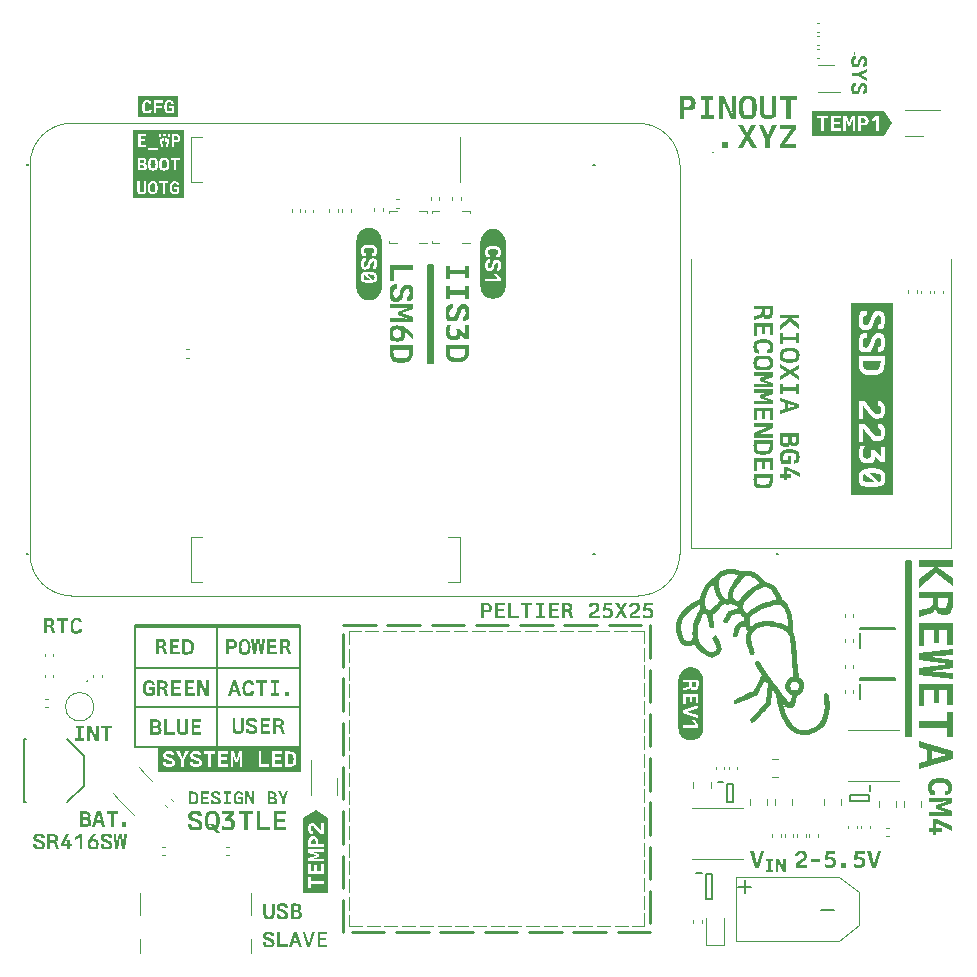
<source format=gbr>
%TF.GenerationSoftware,KiCad,Pcbnew,7.0.1*%
%TF.CreationDate,2023-05-02T11:52:01+02:00*%
%TF.ProjectId,Payload_cm4_23,5061796c-6f61-4645-9f63-6d345f32332e,rev?*%
%TF.SameCoordinates,Original*%
%TF.FileFunction,Legend,Top*%
%TF.FilePolarity,Positive*%
%FSLAX46Y46*%
G04 Gerber Fmt 4.6, Leading zero omitted, Abs format (unit mm)*
G04 Created by KiCad (PCBNEW 7.0.1) date 2023-05-02 11:52:01*
%MOMM*%
%LPD*%
G01*
G04 APERTURE LIST*
%ADD10C,0.100000*%
%ADD11C,0.200000*%
%ADD12C,0.150000*%
%ADD13C,0.250000*%
%ADD14C,0.120000*%
%ADD15C,0.071780*%
%ADD16C,0.127000*%
G04 APERTURE END LIST*
D10*
X187800000Y-45100000D02*
X187800000Y-69600000D01*
X136800000Y-76600000D02*
X136800000Y-77700000D01*
X136800000Y-78100000D02*
X136800000Y-79200000D01*
X136800000Y-79600000D02*
X136800000Y-80700000D01*
X136800000Y-81100000D02*
X136800000Y-82200000D01*
X136800000Y-82600000D02*
X136800000Y-83700000D01*
X136800000Y-84100000D02*
X136800000Y-85200000D01*
X136800000Y-85600000D02*
X136800000Y-86700000D01*
X136800000Y-87100000D02*
X136800000Y-88200000D01*
X136800000Y-88600000D02*
X136800000Y-89700000D01*
X136800000Y-90100000D02*
X136800000Y-91200000D01*
X136800000Y-91600000D02*
X136800000Y-92700000D01*
X136800000Y-93100000D02*
X136800000Y-94200000D01*
X136800000Y-94600000D02*
X136800000Y-95700000D01*
X136800000Y-96100000D02*
X136800000Y-97200000D01*
X136800000Y-97600000D02*
X136800000Y-98700000D01*
X136800000Y-99100000D02*
X136800000Y-100200000D01*
X136800000Y-100600000D02*
X136800000Y-101600000D01*
D11*
X118650000Y-76220000D02*
X132650000Y-76220000D01*
X132650000Y-79720000D01*
X118650000Y-79720000D01*
X118650000Y-76220000D01*
D10*
X165800000Y-69600000D02*
X187800000Y-69600000D01*
X161800000Y-101600000D02*
X161800000Y-100500000D01*
X161800000Y-100100000D02*
X161800000Y-99000000D01*
X161800000Y-98600000D02*
X161800000Y-97500000D01*
X161800000Y-97100000D02*
X161800000Y-96000000D01*
X161800000Y-95600000D02*
X161800000Y-94500000D01*
X161800000Y-94100000D02*
X161800000Y-93000000D01*
X161800000Y-92600000D02*
X161800000Y-91500000D01*
X161800000Y-91100000D02*
X161800000Y-90000000D01*
X161800000Y-89600000D02*
X161800000Y-88500000D01*
X161800000Y-88100000D02*
X161800000Y-87000000D01*
X161800000Y-86600000D02*
X161800000Y-85500000D01*
X161800000Y-85100000D02*
X161800000Y-84000000D01*
X161800000Y-83600000D02*
X161800000Y-82500000D01*
X161800000Y-82100000D02*
X161800000Y-81000000D01*
X161800000Y-80600000D02*
X161800000Y-79500000D01*
X161800000Y-79100000D02*
X161800000Y-78000000D01*
X161800000Y-77600000D02*
X161800000Y-76600000D01*
X136800000Y-101600000D02*
X137900000Y-101600000D01*
X138300000Y-101600000D02*
X139400000Y-101600000D01*
X139800000Y-101600000D02*
X140900000Y-101600000D01*
X141300000Y-101600000D02*
X142400000Y-101600000D01*
X142800000Y-101600000D02*
X143900000Y-101600000D01*
X144300000Y-101600000D02*
X145400000Y-101600000D01*
X145800000Y-101600000D02*
X146900000Y-101600000D01*
X147300000Y-101600000D02*
X148400000Y-101600000D01*
X148800000Y-101600000D02*
X149900000Y-101600000D01*
X150300000Y-101600000D02*
X151400000Y-101600000D01*
X151800000Y-101600000D02*
X152900000Y-101600000D01*
X153300000Y-101600000D02*
X154400000Y-101600000D01*
X154800000Y-101600000D02*
X155900000Y-101600000D01*
X156300000Y-101600000D02*
X157400000Y-101600000D01*
X157800000Y-101600000D02*
X158900000Y-101600000D01*
X159300000Y-101600000D02*
X160400000Y-101600000D01*
X160800000Y-101600000D02*
X161800000Y-101600000D01*
D11*
X118650000Y-83020000D02*
X132650000Y-83020000D01*
X132650000Y-86420000D01*
X118650000Y-86420000D01*
X118650000Y-83020000D01*
X143500000Y-45615000D02*
X143880000Y-45615000D01*
X143880000Y-53885000D01*
X143500000Y-53885000D01*
X143500000Y-45615000D01*
G36*
X143500000Y-45615000D02*
G01*
X143880000Y-45615000D01*
X143880000Y-53885000D01*
X143500000Y-53885000D01*
X143500000Y-45615000D01*
G37*
D10*
X165800000Y-69600000D02*
X165800000Y-45100000D01*
D11*
X118650000Y-76120000D02*
X132650000Y-76120000D01*
X132650000Y-86420000D01*
X118650000Y-86420000D01*
X118650000Y-76120000D01*
X183970000Y-70690000D02*
X184350000Y-70690000D01*
X184350000Y-85460000D01*
X183970000Y-85460000D01*
X183970000Y-70690000D01*
G36*
X183970000Y-70690000D02*
G01*
X184350000Y-70690000D01*
X184350000Y-85460000D01*
X183970000Y-85460000D01*
X183970000Y-70690000D01*
G37*
X125650000Y-76120000D02*
X132650000Y-76120000D01*
X132650000Y-86420000D01*
X125650000Y-86420000D01*
X125650000Y-76120000D01*
D10*
X161800000Y-76600000D02*
X160700000Y-76600000D01*
X160300000Y-76600000D02*
X159200000Y-76600000D01*
X158800000Y-76600000D02*
X157700000Y-76600000D01*
X157300000Y-76600000D02*
X156200000Y-76600000D01*
X155800000Y-76600000D02*
X154700000Y-76600000D01*
X154300000Y-76600000D02*
X153200000Y-76600000D01*
X152800000Y-76600000D02*
X151700000Y-76600000D01*
X151300000Y-76600000D02*
X150200000Y-76600000D01*
X149800000Y-76600000D02*
X148700000Y-76600000D01*
X148300000Y-76600000D02*
X147200000Y-76600000D01*
X146800000Y-76600000D02*
X145700000Y-76600000D01*
X145300000Y-76600000D02*
X144200000Y-76600000D01*
X143800000Y-76600000D02*
X142700000Y-76600000D01*
X142300000Y-76600000D02*
X141200000Y-76600000D01*
X140800000Y-76600000D02*
X139700000Y-76600000D01*
X139300000Y-76600000D02*
X138200000Y-76600000D01*
X137800000Y-76600000D02*
X136800000Y-76600000D01*
D12*
%TO.C,J11*%
X176728571Y-100222500D02*
X177871429Y-100222500D01*
X169728571Y-98222500D02*
X170871429Y-98222500D01*
X170300000Y-98793928D02*
X170300000Y-97651071D01*
D11*
%TO.C,H4*%
X109600000Y-70100000D02*
X109600000Y-70100000D01*
X109500000Y-70100000D02*
X109500000Y-70100000D01*
X109600000Y-70100000D02*
X109600000Y-70100000D01*
X109600000Y-70100000D02*
G75*
G03*
X109500000Y-70100000I-50000J0D01*
G01*
X109500000Y-70100000D02*
G75*
G03*
X109600000Y-70100000I50000J0D01*
G01*
X109600000Y-70100000D02*
G75*
G03*
X109500000Y-70100000I-50000J0D01*
G01*
%TO.C,IC2*%
X166175000Y-97100000D02*
X166650000Y-97100000D01*
X167000000Y-97200000D02*
X167500000Y-97200000D01*
X167000000Y-99300000D02*
X167000000Y-97200000D01*
X167500000Y-97200000D02*
X167500000Y-99300000D01*
X167500000Y-99300000D02*
X167000000Y-99300000D01*
%TO.C,Q2*%
X180050000Y-78050000D02*
X180050000Y-76750000D01*
X180090000Y-76400000D02*
X180090000Y-76300000D01*
X183010000Y-76400000D02*
X180090000Y-76400000D01*
X180090000Y-76300000D02*
X183010000Y-76300000D01*
X183010000Y-76300000D02*
X183010000Y-76400000D01*
%TO.C,kibuzzard-64502C12*%
G36*
X181299075Y-63993900D02*
G01*
X181089525Y-64000250D01*
X180803775Y-63989138D01*
X180575175Y-63955800D01*
X180403725Y-63905000D01*
X180329112Y-63812925D01*
X180305300Y-63603375D01*
X180329112Y-63390650D01*
X180416425Y-63295400D01*
X181299075Y-63993900D01*
G37*
G36*
X181243909Y-63212850D02*
G01*
X181373688Y-63222375D01*
X181591175Y-63254125D01*
X181761038Y-63308100D01*
X181834063Y-63400175D01*
X181854700Y-63600200D01*
X181821363Y-63833563D01*
X181692775Y-63933575D01*
X180794250Y-63222375D01*
X180941888Y-63212850D01*
X181080000Y-63209675D01*
X181243909Y-63212850D01*
G37*
G36*
X181815806Y-53830725D02*
G01*
X181803900Y-53979950D01*
X181769372Y-54162909D01*
X181710238Y-54299038D01*
X181618956Y-54395478D01*
X181487988Y-54459375D01*
X181308203Y-54495094D01*
X181070475Y-54507000D01*
X180819253Y-54494697D01*
X180630738Y-54457788D01*
X180495403Y-54391509D01*
X180403725Y-54291100D01*
X180348163Y-54149019D01*
X180321175Y-53957725D01*
X180330700Y-53706900D01*
X181819775Y-53706900D01*
X181815806Y-53830725D01*
G37*
G36*
X179307292Y-50277900D02*
G01*
X179968750Y-50277900D01*
X179982244Y-50561666D01*
X180022725Y-50771612D01*
X180095750Y-50919647D01*
X180206875Y-51017675D01*
X180364038Y-51072444D01*
X180575175Y-51090700D01*
X180748609Y-51075619D01*
X180887912Y-51030375D01*
X181001022Y-50949809D01*
X181095875Y-50828762D01*
X181180806Y-50657709D01*
X181264150Y-50427125D01*
X181355828Y-50160822D01*
X181434013Y-49990562D01*
X181597525Y-49868325D01*
X181746750Y-49903250D01*
X181819775Y-50019137D01*
X181842000Y-50252500D01*
X181818188Y-50479512D01*
X181738813Y-50596988D01*
X181578475Y-50643025D01*
X181578475Y-51046250D01*
X181791994Y-51030375D01*
X181949950Y-50976400D01*
X182061075Y-50879959D01*
X182134100Y-50736687D01*
X182174581Y-50535472D01*
X182188075Y-50265200D01*
X182174978Y-49989372D01*
X182135688Y-49784187D01*
X182065441Y-49638931D01*
X181959475Y-49542887D01*
X181810250Y-49489309D01*
X181610225Y-49471450D01*
X181453856Y-49486531D01*
X181327650Y-49531775D01*
X181224066Y-49613134D01*
X181135563Y-49736562D01*
X181054997Y-49911584D01*
X180975225Y-50147725D01*
X180913709Y-50336241D01*
X180856163Y-50476337D01*
X180733925Y-50643025D01*
X180572000Y-50693825D01*
X180414837Y-50658900D01*
X180337050Y-50539838D01*
X180314825Y-50303300D01*
X180321969Y-50148916D01*
X180343400Y-50035013D01*
X180443412Y-49900075D01*
X180648200Y-49849275D01*
X180648200Y-49452400D01*
X180411662Y-49463512D01*
X180235450Y-49515900D01*
X180110831Y-49615516D01*
X180029075Y-49768313D01*
X179983831Y-49985403D01*
X179968750Y-50277900D01*
X179307292Y-50277900D01*
X179307292Y-49442875D01*
X179307292Y-48781417D01*
X182852708Y-48781417D01*
X182852708Y-49442875D01*
X182852708Y-64397125D01*
X182852708Y-65058583D01*
X179307292Y-65058583D01*
X179307292Y-64397125D01*
X179307292Y-63600200D01*
X179968750Y-63600200D01*
X179977878Y-63824038D01*
X180005262Y-63987550D01*
X180058841Y-64107406D01*
X180146550Y-64200275D01*
X180279106Y-64273300D01*
X180467225Y-64333625D01*
X180606131Y-64363391D01*
X180743450Y-64382838D01*
X180891088Y-64393553D01*
X181060950Y-64397125D01*
X181302603Y-64389717D01*
X181515328Y-64367492D01*
X181699125Y-64330450D01*
X181881688Y-64271316D01*
X182010275Y-64201863D01*
X182096397Y-64112566D01*
X182151563Y-63993900D01*
X182181328Y-63830388D01*
X182191250Y-63606550D01*
X182181328Y-63382316D01*
X182151563Y-63217613D01*
X182096000Y-63097756D01*
X182008688Y-63008063D01*
X181878909Y-62938609D01*
X181695950Y-62879475D01*
X181517797Y-62842433D01*
X181313539Y-62820208D01*
X181083175Y-62812800D01*
X180858808Y-62819503D01*
X180655608Y-62839611D01*
X180473575Y-62873125D01*
X180282678Y-62933053D01*
X180148138Y-63004888D01*
X180059237Y-63096566D01*
X180005262Y-63216025D01*
X179977878Y-63378744D01*
X179968750Y-63600200D01*
X179307292Y-63600200D01*
X179307292Y-61536450D01*
X179968750Y-61536450D01*
X179986212Y-61819819D01*
X180038600Y-62034925D01*
X180129881Y-62190897D01*
X180264025Y-62296863D01*
X180448969Y-62357584D01*
X180692650Y-62377825D01*
X180901009Y-62365919D01*
X181062538Y-62330200D01*
X181181997Y-62267891D01*
X181264150Y-62176213D01*
X181311775Y-62051197D01*
X181327650Y-61888875D01*
X181321300Y-61761875D01*
X181337175Y-61761875D01*
X181788025Y-62295275D01*
X182156325Y-62295275D01*
X182156325Y-60968125D01*
X181819775Y-60968125D01*
X181819775Y-61812675D01*
X181346700Y-61279275D01*
X180972050Y-61279275D01*
X181000625Y-61471363D01*
X181010150Y-61628525D01*
X180991100Y-61792038D01*
X180933950Y-61901575D01*
X180835525Y-61963488D01*
X180692650Y-61984125D01*
X180512072Y-61959122D01*
X180395788Y-61884113D01*
X180332684Y-61746397D01*
X180311650Y-61533275D01*
X180321969Y-61390003D01*
X180352925Y-61252288D01*
X180409281Y-61102666D01*
X180495800Y-60923675D01*
X180098925Y-60923675D01*
X180037013Y-61071709D01*
X179997325Y-61211013D01*
X179975894Y-61359841D01*
X179968750Y-61536450D01*
X179307292Y-61536450D01*
X179307292Y-60542675D01*
X179307292Y-59056775D01*
X179997325Y-59056775D01*
X179997325Y-60542675D01*
X180352925Y-60542675D01*
X180352925Y-59466350D01*
X180381500Y-59466350D01*
X180515203Y-59654910D01*
X180632678Y-59814189D01*
X180733925Y-59944188D01*
X180880769Y-60116034D01*
X181041900Y-60285500D01*
X181168900Y-60397419D01*
X181283200Y-60466475D01*
X181406231Y-60502194D01*
X181559425Y-60514100D01*
X181778897Y-60497431D01*
X181942013Y-60447425D01*
X182057106Y-60358128D01*
X182132513Y-60223588D01*
X182174184Y-60032691D01*
X182188075Y-59774325D01*
X182173788Y-59517547D01*
X182130925Y-59325063D01*
X182054328Y-59186950D01*
X181938838Y-59093288D01*
X181774928Y-59036534D01*
X181553075Y-59009150D01*
X181553075Y-59415550D01*
X181729288Y-59460000D01*
X181818188Y-59569537D01*
X181845175Y-59777500D01*
X181819775Y-59983875D01*
X181735638Y-60087063D01*
X181565775Y-60117225D01*
X181419725Y-60095000D01*
X181299075Y-60012450D01*
X181164931Y-59868781D01*
X181010150Y-59685425D01*
X180917678Y-59569934D01*
X180805363Y-59426663D01*
X180673203Y-59255609D01*
X180521200Y-59056775D01*
X179997325Y-59056775D01*
X179307292Y-59056775D01*
X179307292Y-58637675D01*
X179307292Y-57151775D01*
X179997325Y-57151775D01*
X179997325Y-58637675D01*
X180352925Y-58637675D01*
X180352925Y-57561350D01*
X180381500Y-57561350D01*
X180515203Y-57749910D01*
X180632678Y-57909189D01*
X180733925Y-58039188D01*
X180880769Y-58211034D01*
X181041900Y-58380500D01*
X181168900Y-58492419D01*
X181283200Y-58561475D01*
X181406231Y-58597194D01*
X181559425Y-58609100D01*
X181778897Y-58592431D01*
X181942013Y-58542425D01*
X182057106Y-58453128D01*
X182132513Y-58318588D01*
X182174184Y-58127691D01*
X182188075Y-57869325D01*
X182173788Y-57612547D01*
X182130925Y-57420063D01*
X182054328Y-57281950D01*
X181938838Y-57188288D01*
X181774928Y-57131534D01*
X181553075Y-57104150D01*
X181553075Y-57510550D01*
X181729288Y-57555000D01*
X181818188Y-57664538D01*
X181845175Y-57872500D01*
X181819775Y-58078875D01*
X181735638Y-58182063D01*
X181565775Y-58212225D01*
X181419725Y-58190000D01*
X181299075Y-58107450D01*
X181164931Y-57963781D01*
X181010150Y-57780425D01*
X180917678Y-57664934D01*
X180805363Y-57521663D01*
X180673203Y-57350609D01*
X180521200Y-57151775D01*
X179997325Y-57151775D01*
X179307292Y-57151775D01*
X179307292Y-53862475D01*
X179971925Y-53862475D01*
X179982861Y-54116828D01*
X180015669Y-54329553D01*
X180070350Y-54500650D01*
X180201716Y-54693531D01*
X180398963Y-54821325D01*
X180573411Y-54874242D01*
X180789840Y-54905992D01*
X181048250Y-54916575D01*
X181295371Y-54907403D01*
X181503333Y-54879886D01*
X181672138Y-54834025D01*
X181867797Y-54722503D01*
X182007100Y-54553038D01*
X182072717Y-54402578D01*
X182121400Y-54215782D01*
X182153150Y-53992650D01*
X182165056Y-53840250D01*
X182169025Y-53668800D01*
X182165850Y-53494175D01*
X182156325Y-53300500D01*
X179997325Y-53300500D01*
X179983214Y-53508286D01*
X179974747Y-53695611D01*
X179971925Y-53862475D01*
X179307292Y-53862475D01*
X179307292Y-52182900D01*
X179968750Y-52182900D01*
X179982244Y-52466666D01*
X180022725Y-52676613D01*
X180095750Y-52824647D01*
X180206875Y-52922675D01*
X180364038Y-52977444D01*
X180575175Y-52995700D01*
X180748609Y-52980619D01*
X180887912Y-52935375D01*
X181001022Y-52854809D01*
X181095875Y-52733763D01*
X181180806Y-52562709D01*
X181264150Y-52332125D01*
X181355828Y-52065822D01*
X181434013Y-51895563D01*
X181597525Y-51773325D01*
X181746750Y-51808250D01*
X181819775Y-51924138D01*
X181842000Y-52157500D01*
X181818188Y-52384513D01*
X181738813Y-52501988D01*
X181578475Y-52548025D01*
X181578475Y-52951250D01*
X181791994Y-52935375D01*
X181949950Y-52881400D01*
X182061075Y-52784959D01*
X182134100Y-52641688D01*
X182174581Y-52440472D01*
X182188075Y-52170200D01*
X182174978Y-51894372D01*
X182135688Y-51689188D01*
X182065441Y-51543931D01*
X181959475Y-51447887D01*
X181810250Y-51394309D01*
X181610225Y-51376450D01*
X181453856Y-51391531D01*
X181327650Y-51436775D01*
X181224066Y-51518134D01*
X181135563Y-51641563D01*
X181054997Y-51816584D01*
X180975225Y-52052725D01*
X180913709Y-52241241D01*
X180856163Y-52381338D01*
X180733925Y-52548025D01*
X180572000Y-52598825D01*
X180414837Y-52563900D01*
X180337050Y-52444837D01*
X180314825Y-52208300D01*
X180321969Y-52053916D01*
X180343400Y-51940013D01*
X180443412Y-51805075D01*
X180648200Y-51754275D01*
X180648200Y-51357400D01*
X180411662Y-51368513D01*
X180235450Y-51420900D01*
X180110831Y-51520516D01*
X180029075Y-51673313D01*
X179983831Y-51890403D01*
X179968750Y-52182900D01*
X179307292Y-52182900D01*
X179307292Y-50277900D01*
G37*
D13*
%TO.C,HS1*%
X136300000Y-76100000D02*
X139050000Y-76100000D01*
X140050000Y-76100000D02*
X142800000Y-76100000D01*
X143800000Y-76100000D02*
X146550000Y-76100000D01*
X147550000Y-76100000D02*
X150300000Y-76100000D01*
X151300000Y-76100000D02*
X154050000Y-76100000D01*
X155050000Y-76100000D02*
X157800000Y-76100000D01*
X158800000Y-76100000D02*
X161550000Y-76100000D01*
X136300000Y-102100000D02*
X136300000Y-99350000D01*
X136300000Y-98350000D02*
X136300000Y-95600000D01*
X136300000Y-94600000D02*
X136300000Y-91850000D01*
X136300000Y-90850000D02*
X136300000Y-88100000D01*
X136300000Y-87100000D02*
X136300000Y-84350000D01*
X136300000Y-83350000D02*
X136300000Y-80600000D01*
X136300000Y-79600000D02*
X136300000Y-76850000D01*
X162300000Y-76100000D02*
X162300000Y-78850000D01*
X162300000Y-79850000D02*
X162300000Y-82600000D01*
X162300000Y-83600000D02*
X162300000Y-86350000D01*
X162300000Y-87350000D02*
X162300000Y-90100000D01*
X162300000Y-91100000D02*
X162300000Y-93850000D01*
X162300000Y-94850000D02*
X162300000Y-97600000D01*
X162300000Y-98600000D02*
X162300000Y-101350000D01*
X162300000Y-102100000D02*
X159550000Y-102100000D01*
X158550000Y-102100000D02*
X155800000Y-102100000D01*
X154800000Y-102100000D02*
X152050000Y-102100000D01*
X151050000Y-102100000D02*
X148300000Y-102100000D01*
X147300000Y-102100000D02*
X144550000Y-102100000D01*
X143550000Y-102100000D02*
X140800000Y-102100000D01*
X139800000Y-102100000D02*
X137050000Y-102100000D01*
D10*
%TO.C,IC1*%
X114600000Y-80850000D02*
X114600000Y-80850000D01*
X114600000Y-80750000D02*
X114600000Y-80750000D01*
X114600000Y-80750000D02*
G75*
G03*
X114600000Y-80850000I0J-50000D01*
G01*
X114600000Y-80850000D02*
G75*
G03*
X114600000Y-80750000I0J50000D01*
G01*
D14*
%TO.C,C10*%
X185960000Y-47772164D02*
X185960000Y-47987836D01*
X185240000Y-47772164D02*
X185240000Y-47987836D01*
%TO.C,kibuzzard-64502DD2*%
G36*
X131734133Y-82068653D02*
G01*
X131372183Y-82068653D01*
X131372183Y-81720037D01*
X131734133Y-81720037D01*
X131734133Y-82068653D01*
G37*
G36*
X129861518Y-80990422D02*
G01*
X129514808Y-80990422D01*
X129514808Y-82068653D01*
X129270968Y-82068653D01*
X129270968Y-80990422D01*
X128924258Y-80990422D01*
X128924258Y-80773252D01*
X129861518Y-80773252D01*
X129861518Y-80990422D01*
G37*
G36*
X130878788Y-80984707D02*
G01*
X130653998Y-80984707D01*
X130653998Y-81857197D01*
X130892123Y-81857197D01*
X130892123Y-82068653D01*
X130177748Y-82068653D01*
X130177748Y-81857197D01*
X130415873Y-81857197D01*
X130415873Y-80984707D01*
X130191083Y-80984707D01*
X130191083Y-80773252D01*
X130878788Y-80773252D01*
X130878788Y-80984707D01*
G37*
G36*
X126901147Y-81758138D02*
G01*
X126807802Y-82068653D01*
X126565867Y-82068653D01*
X126719416Y-81554302D01*
X126958297Y-81554302D01*
X127255478Y-81554302D01*
X127108793Y-81009472D01*
X127104983Y-81009472D01*
X126958297Y-81554302D01*
X126719416Y-81554302D01*
X126952582Y-80773252D01*
X127261192Y-80773252D01*
X127647907Y-82068653D01*
X127405973Y-82068653D01*
X127312628Y-81758138D01*
X127255478Y-81758138D01*
X126901147Y-81758138D01*
G37*
G36*
X128448008Y-80763013D02*
G01*
X128560403Y-80789445D01*
X128640889Y-80836594D01*
X128695658Y-80907555D01*
X128728519Y-81007806D01*
X128743283Y-81142822D01*
X128505158Y-81142822D01*
X128479916Y-81054716D01*
X128442293Y-80999947D01*
X128384190Y-80971372D01*
X128297513Y-80961847D01*
X128204644Y-80972087D01*
X128135588Y-81002805D01*
X128086772Y-81058288D01*
X128054625Y-81142822D01*
X128036766Y-81262361D01*
X128030813Y-81422857D01*
X128036766Y-81581449D01*
X128054625Y-81699083D01*
X128086772Y-81782188D01*
X128135588Y-81837195D01*
X128204644Y-81867913D01*
X128297513Y-81878153D01*
X128393239Y-81869342D01*
X128455628Y-81842910D01*
X128516588Y-81708607D01*
X128754713Y-81708607D01*
X128736615Y-81840291D01*
X128701373Y-81938160D01*
X128644937Y-82007216D01*
X128563260Y-82052460D01*
X128449674Y-82077463D01*
X128297513Y-82085798D01*
X128173264Y-82079130D01*
X128069759Y-82059127D01*
X127986998Y-82025790D01*
X127894129Y-81945542D01*
X127832693Y-81824812D01*
X127807293Y-81717497D01*
X127792053Y-81583513D01*
X127786973Y-81422857D01*
X127792053Y-81260932D01*
X127807293Y-81125677D01*
X127832693Y-81017092D01*
X127894129Y-80894934D01*
X127986998Y-80814210D01*
X128069759Y-80780872D01*
X128173264Y-80760870D01*
X128297513Y-80754202D01*
X128448008Y-80763013D01*
G37*
%TO.C,R19*%
X172640000Y-93987836D02*
X172640000Y-93772164D01*
X173360000Y-93987836D02*
X173360000Y-93772164D01*
%TO.C,C2*%
X111072164Y-82340000D02*
X111287836Y-82340000D01*
X111072164Y-83060000D02*
X111287836Y-83060000D01*
%TO.C,kibuzzard-64504227*%
G36*
X138631445Y-46869695D02*
G01*
X138505715Y-46873505D01*
X138334265Y-46866837D01*
X138197105Y-46846835D01*
X138094235Y-46816355D01*
X138049467Y-46761110D01*
X138035180Y-46635380D01*
X138049467Y-46507745D01*
X138101855Y-46450595D01*
X138631445Y-46869695D01*
G37*
G36*
X138598346Y-46401065D02*
G01*
X138676213Y-46406780D01*
X138806705Y-46425830D01*
X138908623Y-46458215D01*
X138952438Y-46513460D01*
X138964820Y-46633475D01*
X138944818Y-46773493D01*
X138867665Y-46833500D01*
X138328550Y-46406780D01*
X138417133Y-46401065D01*
X138500000Y-46399160D01*
X138598346Y-46401065D01*
G37*
G36*
X137436375Y-44398910D02*
G01*
X137833250Y-44398910D01*
X137841584Y-44551072D01*
X137866588Y-44664657D01*
X137911831Y-44746334D01*
X137980887Y-44802770D01*
X138078757Y-44838012D01*
X138210440Y-44856110D01*
X138210440Y-44617985D01*
X138076138Y-44557025D01*
X138049706Y-44494636D01*
X138040895Y-44398910D01*
X138051134Y-44306041D01*
X138081853Y-44236985D01*
X138136859Y-44188169D01*
X138219965Y-44156022D01*
X138337599Y-44138163D01*
X138496190Y-44132210D01*
X138656686Y-44138163D01*
X138776225Y-44156022D01*
X138860759Y-44188169D01*
X138916243Y-44236985D01*
X138946961Y-44306041D01*
X138957200Y-44398910D01*
X138947675Y-44485587D01*
X138919100Y-44543690D01*
X138864331Y-44581314D01*
X138776225Y-44606555D01*
X138776225Y-44844680D01*
X138911242Y-44829916D01*
X139011493Y-44797055D01*
X139082454Y-44742286D01*
X139129603Y-44661800D01*
X139156034Y-44549405D01*
X139164845Y-44398910D01*
X139158178Y-44274662D01*
X139138175Y-44171157D01*
X139104838Y-44088395D01*
X139024113Y-43995526D01*
X138901955Y-43934090D01*
X138793370Y-43908690D01*
X138658115Y-43893450D01*
X138496190Y-43888370D01*
X138335535Y-43893450D01*
X138201550Y-43908690D01*
X138094235Y-43934090D01*
X137973506Y-43995526D01*
X137893257Y-44088395D01*
X137859920Y-44171157D01*
X137839917Y-44274662D01*
X137833250Y-44398910D01*
X137436375Y-44398910D01*
X137436375Y-43888370D01*
X137436375Y-43491495D01*
X137441497Y-43387242D01*
X137456812Y-43283992D01*
X137482174Y-43182741D01*
X137517339Y-43084463D01*
X137561966Y-42990106D01*
X137615628Y-42900577D01*
X137677807Y-42816738D01*
X137747904Y-42739399D01*
X137825243Y-42669302D01*
X137909082Y-42607123D01*
X137998611Y-42553461D01*
X138092968Y-42508834D01*
X138191246Y-42473669D01*
X138292497Y-42448307D01*
X138395747Y-42432992D01*
X138500000Y-42427870D01*
X138604253Y-42432992D01*
X138707503Y-42448307D01*
X138808754Y-42473669D01*
X138907032Y-42508834D01*
X139001389Y-42553461D01*
X139090918Y-42607123D01*
X139174757Y-42669302D01*
X139252096Y-42739399D01*
X139322193Y-42816738D01*
X139384372Y-42900577D01*
X139438034Y-42990106D01*
X139482661Y-43084463D01*
X139517826Y-43182741D01*
X139543188Y-43283992D01*
X139558503Y-43387242D01*
X139563625Y-43491495D01*
X139563625Y-43888370D01*
X139563625Y-47111630D01*
X139563625Y-47508505D01*
X139558503Y-47612758D01*
X139543188Y-47716008D01*
X139517826Y-47817259D01*
X139482661Y-47915537D01*
X139438034Y-48009894D01*
X139384372Y-48099423D01*
X139322193Y-48183262D01*
X139252096Y-48260601D01*
X139174757Y-48330698D01*
X139090918Y-48392877D01*
X139001389Y-48446539D01*
X138907032Y-48491166D01*
X138808754Y-48526331D01*
X138707503Y-48551693D01*
X138604253Y-48567008D01*
X138500000Y-48572130D01*
X138395747Y-48567008D01*
X138292497Y-48551693D01*
X138191246Y-48526331D01*
X138092968Y-48491166D01*
X137998611Y-48446539D01*
X137909082Y-48392877D01*
X137825243Y-48330698D01*
X137747904Y-48260601D01*
X137677807Y-48183262D01*
X137615628Y-48099423D01*
X137561966Y-48009894D01*
X137517339Y-47915537D01*
X137482174Y-47817259D01*
X137456812Y-47716008D01*
X137441497Y-47612758D01*
X137436375Y-47508505D01*
X137436375Y-47111630D01*
X137436375Y-46633475D01*
X137833250Y-46633475D01*
X137838727Y-46767778D01*
X137855157Y-46865885D01*
X137887304Y-46937799D01*
X137939930Y-46993520D01*
X138019464Y-47037335D01*
X138132335Y-47073530D01*
X138215679Y-47091389D01*
X138298070Y-47103058D01*
X138386653Y-47109487D01*
X138488570Y-47111630D01*
X138633562Y-47107185D01*
X138761197Y-47093850D01*
X138871475Y-47071625D01*
X138981013Y-47036144D01*
X139058165Y-46994472D01*
X139109838Y-46940894D01*
X139142937Y-46869695D01*
X139160797Y-46771588D01*
X139166750Y-46637285D01*
X139160797Y-46502744D01*
X139142937Y-46403923D01*
X139109600Y-46332009D01*
X139057213Y-46278192D01*
X138979346Y-46236521D01*
X138869570Y-46201040D01*
X138762678Y-46178815D01*
X138640123Y-46165480D01*
X138501905Y-46161035D01*
X138367285Y-46165057D01*
X138245365Y-46177122D01*
X138136145Y-46197230D01*
X138021607Y-46233187D01*
X137940883Y-46276288D01*
X137887542Y-46331294D01*
X137855157Y-46402970D01*
X137838727Y-46500601D01*
X137833250Y-46633475D01*
X137436375Y-46633475D01*
X137436375Y-45498095D01*
X137833250Y-45498095D01*
X137841346Y-45668354D01*
X137865635Y-45794323D01*
X137909450Y-45883143D01*
X137976125Y-45941960D01*
X138070423Y-45974821D01*
X138197105Y-45985775D01*
X138301166Y-45976726D01*
X138384747Y-45949580D01*
X138452613Y-45901241D01*
X138509525Y-45828613D01*
X138560484Y-45725981D01*
X138610490Y-45587630D01*
X138665497Y-45427848D01*
X138712408Y-45325692D01*
X138810515Y-45252350D01*
X138900050Y-45273305D01*
X138943865Y-45342837D01*
X138957200Y-45482855D01*
X138942913Y-45619063D01*
X138895288Y-45689548D01*
X138799085Y-45717170D01*
X138799085Y-45959105D01*
X138927196Y-45949580D01*
X139021970Y-45917195D01*
X139088645Y-45859331D01*
X139132460Y-45773367D01*
X139156749Y-45652638D01*
X139164845Y-45490475D01*
X139156987Y-45324978D01*
X139133413Y-45201867D01*
X139091264Y-45114714D01*
X139027685Y-45057087D01*
X138938150Y-45024941D01*
X138818135Y-45014225D01*
X138724314Y-45023274D01*
X138648590Y-45050420D01*
X138586439Y-45099236D01*
X138533338Y-45173292D01*
X138484998Y-45278306D01*
X138437135Y-45419990D01*
X138400226Y-45533099D01*
X138365698Y-45617157D01*
X138292355Y-45717170D01*
X138195200Y-45747650D01*
X138100902Y-45726695D01*
X138054230Y-45655257D01*
X138040895Y-45513335D01*
X138045181Y-45420704D01*
X138058040Y-45352363D01*
X138118047Y-45271400D01*
X138240920Y-45240920D01*
X138240920Y-45002795D01*
X138098997Y-45009463D01*
X137993270Y-45040895D01*
X137918499Y-45100664D01*
X137869445Y-45192342D01*
X137842299Y-45322597D01*
X137833250Y-45498095D01*
X137436375Y-45498095D01*
X137436375Y-44398910D01*
G37*
%TO.C,U8*%
X117346913Y-90903087D02*
X118619706Y-92175879D01*
X117346913Y-90903087D02*
X116781228Y-90337401D01*
X119553087Y-88696913D02*
X120118772Y-89262599D01*
X119553087Y-88696913D02*
X118987401Y-88131228D01*
%TO.C,kibuzzard-64503A7D*%
G36*
X166190055Y-81021213D02*
G01*
X166188626Y-81088840D01*
X166184340Y-81181233D01*
X166145288Y-81301248D01*
X166028130Y-81333633D01*
X165880493Y-81302200D01*
X165839535Y-81185043D01*
X165839535Y-80939298D01*
X166188150Y-80939298D01*
X166190055Y-81021213D01*
G37*
G36*
X164701615Y-81647958D02*
G01*
X164701615Y-81386973D01*
X165098490Y-81386973D01*
X165098490Y-81647958D01*
X165502350Y-81539373D01*
X165598076Y-81506749D01*
X165660465Y-81469840D01*
X165719520Y-81350778D01*
X165736665Y-81350778D01*
X165779527Y-81486033D01*
X165865253Y-81553660D01*
X166018605Y-81573663D01*
X166149098Y-81561518D01*
X166247205Y-81525085D01*
X166317690Y-81459839D01*
X166365315Y-81361255D01*
X166385423Y-81273943D01*
X166397488Y-81165675D01*
X166401510Y-81036453D01*
X166399605Y-80924058D01*
X166391985Y-80697363D01*
X165098490Y-80697363D01*
X165098490Y-80939298D01*
X165628080Y-80939298D01*
X165628080Y-81061218D01*
X165620698Y-81162183D01*
X165598553Y-81228858D01*
X165485205Y-81297438D01*
X165098490Y-81386973D01*
X164701615Y-81386973D01*
X164701615Y-80697363D01*
X164701615Y-80697204D01*
X164706663Y-80594444D01*
X164721759Y-80492674D01*
X164746758Y-80392874D01*
X164781419Y-80296004D01*
X164825407Y-80202999D01*
X164878300Y-80114752D01*
X164939587Y-80032115D01*
X165008680Y-79955884D01*
X165084912Y-79886791D01*
X165167549Y-79825504D01*
X165255795Y-79772611D01*
X165348800Y-79728622D01*
X165445670Y-79693962D01*
X165545470Y-79668963D01*
X165647240Y-79653867D01*
X165750000Y-79648819D01*
X165852760Y-79653867D01*
X165954530Y-79668963D01*
X166054330Y-79693962D01*
X166151200Y-79728622D01*
X166244205Y-79772611D01*
X166332451Y-79825504D01*
X166415088Y-79886791D01*
X166491320Y-79955884D01*
X166560413Y-80032115D01*
X166621700Y-80114752D01*
X166674593Y-80202999D01*
X166718581Y-80296004D01*
X166753242Y-80392874D01*
X166778241Y-80492674D01*
X166793337Y-80594444D01*
X166798385Y-80697204D01*
X166798385Y-80697363D01*
X166798385Y-84802638D01*
X166798385Y-84802796D01*
X166793337Y-84905556D01*
X166778241Y-85007326D01*
X166753242Y-85107126D01*
X166718581Y-85203996D01*
X166674593Y-85297002D01*
X166621700Y-85385248D01*
X166560413Y-85467885D01*
X166491320Y-85544116D01*
X166415088Y-85613209D01*
X166332451Y-85674497D01*
X166244205Y-85727389D01*
X166151200Y-85771378D01*
X166054330Y-85806038D01*
X165954530Y-85831037D01*
X165852760Y-85846133D01*
X165750000Y-85851181D01*
X165647240Y-85846133D01*
X165545470Y-85831037D01*
X165445670Y-85806038D01*
X165348800Y-85771378D01*
X165255795Y-85727389D01*
X165167549Y-85674497D01*
X165084912Y-85613209D01*
X165008680Y-85544116D01*
X164939587Y-85467885D01*
X164878300Y-85385248D01*
X164825407Y-85297002D01*
X164781419Y-85203996D01*
X164746758Y-85107126D01*
X164721759Y-85007326D01*
X164706663Y-84905556D01*
X164701615Y-84802796D01*
X164701615Y-84802638D01*
X164701615Y-84566418D01*
X165098490Y-84566418D01*
X165098490Y-84802638D01*
X166393890Y-84802638D01*
X166393890Y-84566418D01*
X166106235Y-84156843D01*
X165854775Y-84156843D01*
X166066230Y-84499743D01*
X166127190Y-84574038D01*
X166009080Y-84566418D01*
X165098490Y-84566418D01*
X164701615Y-84566418D01*
X164701615Y-83570103D01*
X164701615Y-83271018D01*
X165098490Y-83271018D01*
X165098490Y-83570103D01*
X166393890Y-83954913D01*
X166393890Y-83707263D01*
X165384240Y-83425323D01*
X165384240Y-83415798D01*
X166393890Y-83133858D01*
X166393890Y-82886208D01*
X165098490Y-83271018D01*
X164701615Y-83271018D01*
X164701615Y-82731903D01*
X164701615Y-81889893D01*
X165098490Y-81889893D01*
X165098490Y-82731903D01*
X165308040Y-82731903D01*
X165308040Y-82133733D01*
X165666180Y-82133733D01*
X165666180Y-82617603D01*
X165875730Y-82617603D01*
X165875730Y-82133733D01*
X166184340Y-82133733D01*
X166184340Y-82693803D01*
X166393890Y-82693803D01*
X166393890Y-81889893D01*
X165098490Y-81889893D01*
X164701615Y-81889893D01*
X164701615Y-81647958D01*
G37*
D11*
%TO.C,H1*%
X157500000Y-37100000D02*
X157500000Y-37100000D01*
X157600000Y-37100000D02*
X157600000Y-37100000D01*
X157600000Y-37100000D02*
X157600000Y-37100000D01*
X157600000Y-37100000D02*
G75*
G03*
X157500000Y-37100000I-50000J0D01*
G01*
X157600000Y-37100000D02*
G75*
G03*
X157500000Y-37100000I-50000J0D01*
G01*
X157500000Y-37100000D02*
G75*
G03*
X157600000Y-37100000I50000J0D01*
G01*
D14*
%TO.C,C9*%
X187060000Y-47772164D02*
X187060000Y-47987836D01*
X186340000Y-47772164D02*
X186340000Y-47987836D01*
%TO.C,R14*%
X179775000Y-93088626D02*
X179775000Y-93304298D01*
X179055000Y-93088626D02*
X179055000Y-93304298D01*
%TO.C,R18*%
X173690000Y-93987836D02*
X173690000Y-93772164D01*
X174410000Y-93987836D02*
X174410000Y-93772164D01*
%TO.C,L1*%
X165831000Y-91546000D02*
X170139000Y-91546000D01*
X170139000Y-95854000D02*
X165831000Y-95854000D01*
%TO.C,R3*%
X176607836Y-25860000D02*
X176392164Y-25860000D01*
X176607836Y-25140000D02*
X176392164Y-25140000D01*
%TO.C,R17*%
X167840000Y-88307836D02*
X167840000Y-88092164D01*
X168560000Y-88307836D02*
X168560000Y-88092164D01*
%TO.C,kibuzzard-64502B16*%
G36*
X180328396Y-33165422D02*
G01*
X180414836Y-33178995D01*
X180516753Y-33239002D01*
X180547233Y-33359017D01*
X180520563Y-33484747D01*
X180429123Y-33547612D01*
X180351018Y-33561900D01*
X180246243Y-33566663D01*
X180126228Y-33566663D01*
X180126228Y-33160897D01*
X180211953Y-33160897D01*
X180328396Y-33165422D01*
G37*
G36*
X180126228Y-34647433D02*
G01*
X179672838Y-34647433D01*
X178476498Y-34647433D01*
X177002028Y-34647433D01*
X176411478Y-34647433D01*
X176014603Y-34647433D01*
X176014603Y-33172327D01*
X176411478Y-33172327D01*
X176758188Y-33172327D01*
X176758188Y-34250558D01*
X177002028Y-34250558D01*
X177634488Y-34250558D01*
X178476498Y-34250558D01*
X178661283Y-34250558D01*
X178886073Y-34250558D01*
X178886073Y-33595237D01*
X178863213Y-33258052D01*
X178870833Y-33258052D01*
X179070858Y-33818122D01*
X179263263Y-33818122D01*
X179463288Y-33258052D01*
X179470908Y-33258052D01*
X179448048Y-33595237D01*
X179448048Y-34250558D01*
X179672838Y-34250558D01*
X179882388Y-34250558D01*
X180126228Y-34250558D01*
X180126228Y-33778118D01*
X180265293Y-33778118D01*
X180392082Y-33773990D01*
X180498127Y-33761607D01*
X180583428Y-33740970D01*
X180679393Y-33691202D01*
X180742496Y-33616192D01*
X180777500Y-33509989D01*
X180778779Y-33494272D01*
X181044438Y-33494272D01*
X181387338Y-33282817D01*
X181461633Y-33221857D01*
X181454013Y-33339967D01*
X181454013Y-34250558D01*
X181690233Y-34250558D01*
X181690233Y-32955157D01*
X181454013Y-32955157D01*
X181044438Y-33242812D01*
X181044438Y-33494272D01*
X180778779Y-33494272D01*
X180789168Y-33366637D01*
X180775595Y-33221381D01*
X180734876Y-33113272D01*
X180661533Y-33036834D01*
X180550091Y-32986590D01*
X180450925Y-32965952D01*
X180327418Y-32953570D01*
X180179568Y-32949442D01*
X179882388Y-32955157D01*
X179882388Y-34250558D01*
X179672838Y-34250558D01*
X179672838Y-32955157D01*
X179388993Y-32955157D01*
X179177538Y-33576187D01*
X179156583Y-33576187D01*
X178948938Y-32955157D01*
X178661283Y-32955157D01*
X178661283Y-34250558D01*
X178476498Y-34250558D01*
X178476498Y-34041007D01*
X177878328Y-34041007D01*
X177878328Y-33682867D01*
X178362198Y-33682867D01*
X178362198Y-33473317D01*
X177878328Y-33473317D01*
X177878328Y-33164707D01*
X178438398Y-33164707D01*
X178438398Y-32955157D01*
X177634488Y-32955157D01*
X177634488Y-34250558D01*
X177002028Y-34250558D01*
X177002028Y-33172327D01*
X177348738Y-33172327D01*
X177348738Y-32955157D01*
X176411478Y-32955157D01*
X176411478Y-33172327D01*
X176014603Y-33172327D01*
X176014603Y-32552567D01*
X176411478Y-32552567D01*
X181690233Y-32552567D01*
X182087108Y-32552567D01*
X182785397Y-33600000D01*
X182087108Y-34647433D01*
X181690233Y-34647433D01*
X180126228Y-34647433D01*
G37*
%TO.C,U7*%
X177900000Y-28640000D02*
X176500000Y-28640000D01*
X176500000Y-30960000D02*
X178400000Y-30960000D01*
%TO.C,R13*%
X178790000Y-75387836D02*
X178790000Y-75172164D01*
X179510000Y-75387836D02*
X179510000Y-75172164D01*
%TO.C,kibuzzard-64502B2C*%
G36*
X133891415Y-94236434D02*
G01*
X133954280Y-94327874D01*
X133968567Y-94405979D01*
X133973330Y-94510754D01*
X133973330Y-94630769D01*
X133567565Y-94630769D01*
X133567565Y-94545044D01*
X133572089Y-94428601D01*
X133585662Y-94342162D01*
X133645670Y-94240244D01*
X133765685Y-94209764D01*
X133891415Y-94236434D01*
G37*
G36*
X135054100Y-92857214D02*
G01*
X135054100Y-94630769D01*
X135054100Y-95084159D01*
X135054100Y-96280499D01*
X135054100Y-97754969D01*
X135054100Y-98345519D01*
X135054100Y-98742394D01*
X132945900Y-98742394D01*
X132945900Y-98345519D01*
X133361825Y-98345519D01*
X133578995Y-98345519D01*
X133578995Y-97998809D01*
X134657225Y-97998809D01*
X134657225Y-97754969D01*
X133578995Y-97754969D01*
X133578995Y-97408259D01*
X133361825Y-97408259D01*
X133361825Y-98345519D01*
X132945900Y-98345519D01*
X132945900Y-97122509D01*
X133361825Y-97122509D01*
X134657225Y-97122509D01*
X134657225Y-96280499D01*
X134447675Y-96280499D01*
X134447675Y-96878669D01*
X134089535Y-96878669D01*
X134089535Y-96394799D01*
X133879985Y-96394799D01*
X133879985Y-96878669D01*
X133571375Y-96878669D01*
X133571375Y-96318599D01*
X133361825Y-96318599D01*
X133361825Y-97122509D01*
X132945900Y-97122509D01*
X132945900Y-96095714D01*
X133361825Y-96095714D01*
X134657225Y-96095714D01*
X134657225Y-95870924D01*
X134001905Y-95870924D01*
X133664720Y-95893784D01*
X133664720Y-95886164D01*
X134224790Y-95686139D01*
X134224790Y-95493734D01*
X133664720Y-95293709D01*
X133664720Y-95286089D01*
X134001905Y-95308949D01*
X134657225Y-95308949D01*
X134657225Y-95084159D01*
X133361825Y-95084159D01*
X133361825Y-95368004D01*
X133982855Y-95579459D01*
X133982855Y-95600414D01*
X133361825Y-95808059D01*
X133361825Y-96095714D01*
X132945900Y-96095714D01*
X132945900Y-94577429D01*
X133356110Y-94577429D01*
X133361825Y-94874609D01*
X134657225Y-94874609D01*
X134657225Y-94630769D01*
X134184785Y-94630769D01*
X134184785Y-94491704D01*
X134180658Y-94364916D01*
X134168275Y-94258871D01*
X134147637Y-94173569D01*
X134097869Y-94077605D01*
X134022860Y-94014502D01*
X133916656Y-93979497D01*
X133773305Y-93967829D01*
X133628049Y-93981402D01*
X133519940Y-94022122D01*
X133443502Y-94095464D01*
X133393257Y-94206907D01*
X133372620Y-94306072D01*
X133360237Y-94429580D01*
X133356110Y-94577429D01*
X132945900Y-94577429D01*
X132945900Y-93318224D01*
X133342775Y-93318224D01*
X133351347Y-93472291D01*
X133377065Y-93587782D01*
X133423023Y-93670649D01*
X133492317Y-93726847D01*
X133590663Y-93760899D01*
X133723775Y-93777329D01*
X133723775Y-93533489D01*
X133618047Y-93506819D01*
X133564707Y-93441097D01*
X133548515Y-93316319D01*
X133563755Y-93192494D01*
X133614237Y-93130582D01*
X133716155Y-93112484D01*
X133803785Y-93125819D01*
X133876175Y-93175349D01*
X133956661Y-93261550D01*
X134049530Y-93371564D01*
X134105013Y-93440859D01*
X134172402Y-93526822D01*
X134251698Y-93629454D01*
X134342900Y-93748754D01*
X134657225Y-93748754D01*
X134657225Y-92857214D01*
X134443865Y-92857214D01*
X134443865Y-93503009D01*
X134426720Y-93503009D01*
X134346498Y-93389873D01*
X134276013Y-93294306D01*
X134215265Y-93216307D01*
X134127159Y-93113199D01*
X134030480Y-93011519D01*
X133954280Y-92944368D01*
X133885700Y-92902934D01*
X133811881Y-92881503D01*
X133719965Y-92874359D01*
X133588282Y-92884360D01*
X133490412Y-92914364D01*
X133421356Y-92967942D01*
X133376112Y-93048667D01*
X133351109Y-93163205D01*
X133342775Y-93318224D01*
X132945900Y-93318224D01*
X132945900Y-92857214D01*
X132945900Y-92460339D01*
X134000000Y-91757606D01*
X135054100Y-92460339D01*
X135054100Y-92857214D01*
G37*
%TO.C,C17*%
X182287164Y-93256462D02*
X182502836Y-93256462D01*
X182287164Y-93976462D02*
X182502836Y-93976462D01*
%TO.C,kibuzzard-64502B8E*%
G36*
X114237645Y-95047700D02*
G01*
X114001425Y-95047700D01*
X114001425Y-94137110D01*
X114009045Y-94019000D01*
X113934750Y-94079960D01*
X113591850Y-94291415D01*
X113591850Y-94039955D01*
X114001425Y-93752300D01*
X114237645Y-93752300D01*
X114237645Y-95047700D01*
G37*
G36*
X112639350Y-94605740D02*
G01*
X112927005Y-94605740D01*
X112927005Y-94302845D01*
X113155605Y-94302845D01*
X113155605Y-94605740D01*
X113332770Y-94605740D01*
X113332770Y-94811480D01*
X113155605Y-94811480D01*
X113155605Y-95047700D01*
X112927005Y-95047700D01*
X112927005Y-94811480D01*
X112399320Y-94811480D01*
X112399320Y-94594310D01*
X112816515Y-93733250D01*
X113071785Y-93733250D01*
X112639350Y-94605740D01*
G37*
G36*
X117154200Y-94771475D02*
G01*
X117156105Y-94771475D01*
X117169440Y-94535255D01*
X117291360Y-93752300D01*
X117565680Y-93752300D01*
X117683790Y-94535255D01*
X117699030Y-94771475D01*
X117700935Y-94771475D01*
X117777135Y-93752300D01*
X117986685Y-93752300D01*
X117832380Y-95047700D01*
X117579015Y-95047700D01*
X117432330Y-93919940D01*
X117424710Y-93919940D01*
X117276120Y-95047700D01*
X117024660Y-95047700D01*
X116870355Y-93752300D01*
X117079905Y-93752300D01*
X117154200Y-94771475D01*
G37*
G36*
X111740190Y-94525492D02*
G01*
X111639225Y-94518110D01*
X111517305Y-94518110D01*
X111517305Y-95047700D01*
X111275370Y-95047700D01*
X111275370Y-94306655D01*
X111517305Y-94306655D01*
X111763050Y-94306655D01*
X111880207Y-94265697D01*
X111911640Y-94118060D01*
X111879255Y-94000902D01*
X111759240Y-93961850D01*
X111666847Y-93957564D01*
X111599220Y-93956135D01*
X111517305Y-93958040D01*
X111517305Y-94306655D01*
X111275370Y-94306655D01*
X111275370Y-93754205D01*
X111502065Y-93746585D01*
X111614460Y-93744680D01*
X111743682Y-93748702D01*
X111851950Y-93760767D01*
X111939262Y-93780875D01*
X112037846Y-93828500D01*
X112103093Y-93898985D01*
X112139526Y-93997092D01*
X112151670Y-94127585D01*
X112131668Y-94280937D01*
X112064040Y-94366663D01*
X111928785Y-94409525D01*
X111928785Y-94426670D01*
X112047848Y-94485725D01*
X112084757Y-94548114D01*
X112117380Y-94643840D01*
X112225965Y-95047700D01*
X111964980Y-95047700D01*
X111875445Y-94660985D01*
X111806865Y-94547637D01*
X111763050Y-94533085D01*
X111740190Y-94525492D01*
G37*
G36*
X114974880Y-95058177D02*
G01*
X114854865Y-95032460D01*
X114774617Y-94983882D01*
X114724373Y-94906730D01*
X114697941Y-94791001D01*
X114690458Y-94651460D01*
X114912015Y-94651460D01*
X114931065Y-94799097D01*
X114998693Y-94865772D01*
X115144425Y-94883870D01*
X115291110Y-94864820D01*
X115356833Y-94793382D01*
X115370406Y-94727422D01*
X115374930Y-94634315D01*
X115356833Y-94486677D01*
X115291110Y-94420002D01*
X115144425Y-94401905D01*
X114994882Y-94420955D01*
X114929160Y-94491440D01*
X114916301Y-94557163D01*
X114912015Y-94651460D01*
X114690458Y-94651460D01*
X114689130Y-94626695D01*
X114698417Y-94464770D01*
X114726278Y-94329515D01*
X114778427Y-94204738D01*
X114860580Y-94074245D01*
X114936780Y-93977090D01*
X115035840Y-93863425D01*
X115157760Y-93733250D01*
X115464465Y-93733250D01*
X115335937Y-93855587D01*
X115230388Y-93957802D01*
X115147818Y-94039895D01*
X115088228Y-94101867D01*
X115007979Y-94196879D01*
X114959640Y-94274270D01*
X114959640Y-94295225D01*
X115048223Y-94228550D01*
X115184430Y-94213310D01*
X115338497Y-94221644D01*
X115446368Y-94246647D01*
X115518043Y-94293320D01*
X115563525Y-94366663D01*
X115587814Y-94476438D01*
X115595910Y-94632410D01*
X115587099Y-94794811D01*
X115560667Y-94908635D01*
X115510899Y-94984359D01*
X115432080Y-95032460D01*
X115313494Y-95058177D01*
X115144425Y-95066750D01*
X114974880Y-95058177D01*
G37*
G36*
X110728873Y-93741346D02*
G01*
X110849603Y-93765635D01*
X110935566Y-93809450D01*
X110993430Y-93876125D01*
X111025815Y-93970899D01*
X111035340Y-94099010D01*
X110793405Y-94099010D01*
X110765783Y-94002808D01*
X110695297Y-93955182D01*
X110559090Y-93940895D01*
X110419072Y-93954230D01*
X110349540Y-93998045D01*
X110328585Y-94087580D01*
X110401927Y-94185688D01*
X110504083Y-94232598D01*
X110663865Y-94287605D01*
X110802216Y-94337611D01*
X110904847Y-94388570D01*
X110977476Y-94445482D01*
X111025815Y-94513348D01*
X111052961Y-94596929D01*
X111062010Y-94700990D01*
X111051056Y-94827672D01*
X111018195Y-94921970D01*
X110959378Y-94988645D01*
X110870557Y-95032460D01*
X110744589Y-95056749D01*
X110574330Y-95064845D01*
X110398832Y-95055796D01*
X110268577Y-95028650D01*
X110176899Y-94979596D01*
X110117130Y-94904825D01*
X110085697Y-94799098D01*
X110079030Y-94657175D01*
X110317155Y-94657175D01*
X110347635Y-94780048D01*
X110428597Y-94840055D01*
X110496939Y-94852914D01*
X110589570Y-94857200D01*
X110731492Y-94843865D01*
X110802930Y-94797193D01*
X110823885Y-94702895D01*
X110793405Y-94605740D01*
X110693392Y-94532397D01*
X110609334Y-94497869D01*
X110496225Y-94460960D01*
X110354541Y-94413097D01*
X110249527Y-94364757D01*
X110175471Y-94311656D01*
X110126655Y-94249505D01*
X110099509Y-94173781D01*
X110090460Y-94079960D01*
X110101176Y-93959945D01*
X110133322Y-93870410D01*
X110190949Y-93806831D01*
X110278102Y-93764682D01*
X110401213Y-93741108D01*
X110566710Y-93733250D01*
X110728873Y-93741346D01*
G37*
G36*
X116443873Y-93741346D02*
G01*
X116564603Y-93765635D01*
X116650566Y-93809450D01*
X116708430Y-93876125D01*
X116740815Y-93970899D01*
X116750340Y-94099010D01*
X116508405Y-94099010D01*
X116480783Y-94002808D01*
X116410298Y-93955182D01*
X116274090Y-93940895D01*
X116134073Y-93954230D01*
X116064540Y-93998045D01*
X116043585Y-94087580D01*
X116116927Y-94185688D01*
X116219083Y-94232598D01*
X116378865Y-94287605D01*
X116517216Y-94337611D01*
X116619848Y-94388570D01*
X116692476Y-94445482D01*
X116740815Y-94513348D01*
X116767961Y-94596929D01*
X116777010Y-94700990D01*
X116766056Y-94827672D01*
X116733195Y-94921970D01*
X116674378Y-94988645D01*
X116585558Y-95032460D01*
X116459589Y-95056749D01*
X116289330Y-95064845D01*
X116113832Y-95055796D01*
X115983578Y-95028650D01*
X115891899Y-94979596D01*
X115832130Y-94904825D01*
X115800698Y-94799098D01*
X115794030Y-94657175D01*
X116032155Y-94657175D01*
X116062635Y-94780048D01*
X116143598Y-94840055D01*
X116211939Y-94852914D01*
X116304570Y-94857200D01*
X116446492Y-94843865D01*
X116517930Y-94797193D01*
X116538885Y-94702895D01*
X116508405Y-94605740D01*
X116408393Y-94532397D01*
X116324334Y-94497869D01*
X116211225Y-94460960D01*
X116069541Y-94413097D01*
X115964528Y-94364757D01*
X115890471Y-94311656D01*
X115841655Y-94249505D01*
X115814509Y-94173781D01*
X115805460Y-94079960D01*
X115816176Y-93959945D01*
X115848322Y-93870410D01*
X115905949Y-93806831D01*
X115993103Y-93764682D01*
X116116213Y-93741108D01*
X116281710Y-93733250D01*
X116443873Y-93741346D01*
G37*
D11*
%TO.C,Q1*%
X180050000Y-82350000D02*
X180050000Y-81050000D01*
X180090000Y-80700000D02*
X180090000Y-80600000D01*
X183010000Y-80700000D02*
X180090000Y-80700000D01*
X180090000Y-80600000D02*
X183010000Y-80600000D01*
X183010000Y-80600000D02*
X183010000Y-80700000D01*
D14*
%TO.C,C15*%
X172235000Y-90788748D02*
X172235000Y-91311252D01*
X170765000Y-90788748D02*
X170765000Y-91311252D01*
%TO.C,kibuzzard-64503517*%
G36*
X187948753Y-85574336D02*
G01*
X187460120Y-85574336D01*
X187460120Y-84794238D01*
X185034102Y-84794238D01*
X185034102Y-84245598D01*
X187460120Y-84245598D01*
X187460120Y-83465501D01*
X187948753Y-83465501D01*
X187948753Y-85574336D01*
G37*
G36*
X187948753Y-71155391D02*
G01*
X186611443Y-71155391D01*
X187948753Y-72111224D01*
X187948753Y-72741303D01*
X186525718Y-71695458D01*
X186512859Y-71695458D01*
X185034102Y-72904181D01*
X185034102Y-72222667D01*
X186422847Y-71155391D01*
X185034102Y-71155391D01*
X185034102Y-70611037D01*
X187948753Y-70611037D01*
X187948753Y-71155391D01*
G37*
G36*
X187948753Y-77739071D02*
G01*
X187477265Y-77739071D01*
X187477265Y-76478913D01*
X186782893Y-76478913D01*
X186782893Y-77567621D01*
X186311405Y-77567621D01*
X186311405Y-76478913D01*
X185505590Y-76478913D01*
X185505590Y-77824796D01*
X185034102Y-77824796D01*
X185034102Y-75930273D01*
X187948753Y-75930273D01*
X187948753Y-77739071D01*
G37*
G36*
X187948753Y-82882571D02*
G01*
X187477265Y-82882571D01*
X187477265Y-81622413D01*
X186782893Y-81622413D01*
X186782893Y-82711121D01*
X186311405Y-82711121D01*
X186311405Y-81622413D01*
X185505590Y-81622413D01*
X185505590Y-82968296D01*
X185034102Y-82968296D01*
X185034102Y-81073773D01*
X187948753Y-81073773D01*
X187948753Y-82882571D01*
G37*
G36*
X185732761Y-87425996D02*
G01*
X185732761Y-86757341D01*
X186191390Y-86757341D01*
X186191390Y-87425996D01*
X187417258Y-87095954D01*
X187417258Y-87087382D01*
X186191390Y-86757341D01*
X185732761Y-86757341D01*
X185732761Y-86628753D01*
X185034102Y-86418727D01*
X185034102Y-85874373D01*
X187948753Y-86744482D01*
X187948753Y-87438854D01*
X185034102Y-88308963D01*
X185034102Y-87764609D01*
X185732761Y-87554583D01*
X185732761Y-87425996D01*
G37*
G36*
X187948753Y-78592034D02*
G01*
X185655609Y-78759198D01*
X185655609Y-78763484D01*
X186187104Y-78793488D01*
X187948753Y-79067808D01*
X187948753Y-79685028D01*
X186187104Y-79950776D01*
X185655609Y-79985066D01*
X185655609Y-79989352D01*
X187948753Y-80160802D01*
X187948753Y-80632289D01*
X185034102Y-80285103D01*
X185034102Y-79715032D01*
X187571563Y-79384991D01*
X187571563Y-79367846D01*
X185034102Y-79033518D01*
X185034102Y-78467733D01*
X187948753Y-78120547D01*
X187948753Y-78592034D01*
G37*
G36*
X186191987Y-74344361D02*
G01*
X186209071Y-74292926D01*
X186225680Y-74065754D01*
X186225680Y-73791434D01*
X186701454Y-73791434D01*
X186701454Y-74344361D01*
X186793608Y-74607965D01*
X187125793Y-74678688D01*
X187389397Y-74605822D01*
X187477265Y-74335788D01*
X187486909Y-74127905D01*
X187490124Y-73975743D01*
X187485838Y-73791434D01*
X186701454Y-73791434D01*
X186225680Y-73791434D01*
X185034102Y-73791434D01*
X185034102Y-73247081D01*
X187944466Y-73247081D01*
X187961611Y-73757144D01*
X187965898Y-74010033D01*
X187956849Y-74300784D01*
X187929703Y-74544386D01*
X187884459Y-74740839D01*
X187777303Y-74962652D01*
X187618711Y-75109456D01*
X187397969Y-75191431D01*
X187104361Y-75218756D01*
X186759318Y-75173750D01*
X186566437Y-75021588D01*
X186469996Y-74717264D01*
X186431420Y-74717264D01*
X186298546Y-74985155D01*
X186158172Y-75068201D01*
X185942788Y-75141603D01*
X185034102Y-75385919D01*
X185034102Y-74798703D01*
X185904211Y-74597249D01*
X186159243Y-74442944D01*
X186191987Y-74344361D01*
G37*
%TO.C,C14*%
X172638748Y-87465000D02*
X173161252Y-87465000D01*
X172638748Y-88935000D02*
X173161252Y-88935000D01*
%TO.C,kibuzzard-64502D9F*%
G36*
X121402287Y-85148625D02*
G01*
X122057607Y-85148625D01*
X122057607Y-85361985D01*
X121158447Y-85361985D01*
X121158447Y-84068490D01*
X121402287Y-84068490D01*
X121402287Y-85148625D01*
G37*
G36*
X124275028Y-84278040D02*
G01*
X123714957Y-84278040D01*
X123714957Y-84586650D01*
X124198828Y-84586650D01*
X124198828Y-84796200D01*
X123714957Y-84796200D01*
X123714957Y-85154340D01*
X124313128Y-85154340D01*
X124313128Y-85363890D01*
X123471118Y-85363890D01*
X123471118Y-84068490D01*
X124275028Y-84068490D01*
X124275028Y-84278040D01*
G37*
G36*
X122488138Y-84933360D02*
G01*
X122510045Y-85075283D01*
X122582435Y-85146720D01*
X122726263Y-85167675D01*
X122858660Y-85146720D01*
X122925335Y-85076235D01*
X122945338Y-84935265D01*
X122945338Y-84068490D01*
X123189177Y-84068490D01*
X123189177Y-84940980D01*
X123178700Y-85094333D01*
X123147267Y-85207680D01*
X123091070Y-85287690D01*
X123006298Y-85341030D01*
X122886759Y-85371034D01*
X122726263Y-85381035D01*
X122559099Y-85371034D01*
X122434797Y-85341030D01*
X122346691Y-85287690D01*
X122288112Y-85207680D01*
X122255251Y-85094809D01*
X122244297Y-84942885D01*
X122244297Y-84068490D01*
X122488138Y-84068490D01*
X122488138Y-84933360D01*
G37*
G36*
X120360252Y-85379130D02*
G01*
X120244259Y-85377013D01*
X120119799Y-85370663D01*
X119986872Y-85360080D01*
X119986872Y-85165770D01*
X120226902Y-85165770D01*
X120313104Y-85168627D01*
X120392637Y-85169580D01*
X120495269Y-85165532D01*
X120570755Y-85153387D01*
X120659337Y-85098143D01*
X120686007Y-84986700D01*
X120664100Y-84872400D01*
X120591710Y-84816203D01*
X120493602Y-84805302D01*
X120445977Y-84800010D01*
X120226902Y-84800010D01*
X120226902Y-85165770D01*
X119986872Y-85165770D01*
X119986872Y-84590460D01*
X120226902Y-84590460D01*
X120493602Y-84590460D01*
X120605045Y-84555217D01*
X120634572Y-84436155D01*
X120595520Y-84316140D01*
X120539084Y-84288041D01*
X120447882Y-84272325D01*
X120289767Y-84266610D01*
X120226902Y-84266610D01*
X120226902Y-84590460D01*
X119986872Y-84590460D01*
X119986872Y-84064680D01*
X120300579Y-84059143D01*
X120434336Y-84062563D01*
X120551811Y-84073358D01*
X120646002Y-84091350D01*
X120751968Y-84134927D01*
X120822215Y-84200887D01*
X120861506Y-84293994D01*
X120874602Y-84419010D01*
X120865316Y-84529024D01*
X120837455Y-84603795D01*
X120785306Y-84651896D01*
X120703152Y-84681900D01*
X120703152Y-84693330D01*
X120841265Y-84742860D01*
X120909845Y-84838110D01*
X120924847Y-84910024D01*
X120929847Y-85003845D01*
X120916989Y-85135290D01*
X120878412Y-85232445D01*
X120809594Y-85300787D01*
X120706010Y-85345792D01*
X120613829Y-85364313D01*
X120498577Y-85375426D01*
X120392637Y-85378263D01*
X120360252Y-85379130D01*
G37*
G36*
X120310722Y-84058965D02*
G01*
X120300579Y-84059143D01*
X120293577Y-84058965D01*
X120310722Y-84058965D01*
G37*
%TO.C,C1*%
X111040000Y-78707836D02*
X111040000Y-78492164D01*
X111760000Y-78707836D02*
X111760000Y-78492164D01*
D11*
%TO.C,H9*%
X173000000Y-70100000D02*
X173000000Y-70100000D01*
X173100000Y-70100000D02*
X173100000Y-70100000D01*
X173100000Y-70100000D02*
X173100000Y-70100000D01*
X173100000Y-70100000D02*
G75*
G03*
X173000000Y-70100000I-50000J0D01*
G01*
X173100000Y-70100000D02*
G75*
G03*
X173000000Y-70100000I-50000J0D01*
G01*
X173000000Y-70100000D02*
G75*
G03*
X173100000Y-70100000I50000J0D01*
G01*
%TO.C,kibuzzard-64503C58*%
G36*
X129286197Y-93171722D02*
G01*
X130105347Y-93171722D01*
X130105347Y-93438422D01*
X128981397Y-93438422D01*
X128981397Y-91821553D01*
X129286197Y-91821553D01*
X129286197Y-93171722D01*
G37*
G36*
X128657547Y-92093016D02*
G01*
X128224159Y-92093016D01*
X128224159Y-93440803D01*
X127919359Y-93440803D01*
X127919359Y-92093016D01*
X127485972Y-92093016D01*
X127485972Y-91821553D01*
X128657547Y-91821553D01*
X128657547Y-92093016D01*
G37*
G36*
X131448372Y-92083491D02*
G01*
X130748284Y-92083491D01*
X130748284Y-92469253D01*
X131353122Y-92469253D01*
X131353122Y-92731191D01*
X130748284Y-92731191D01*
X130748284Y-93178866D01*
X131495997Y-93178866D01*
X131495997Y-93440803D01*
X130443484Y-93440803D01*
X130443484Y-91821553D01*
X131448372Y-91821553D01*
X131448372Y-92083491D01*
G37*
G36*
X127088303Y-92097778D02*
G01*
X126688253Y-92435916D01*
X126688253Y-92447822D01*
X126783503Y-92443059D01*
X126905245Y-92454966D01*
X126999006Y-92490684D01*
X127067765Y-92552299D01*
X127114497Y-92641894D01*
X127141286Y-92763040D01*
X127150216Y-92919309D01*
X127135035Y-93102070D01*
X127089494Y-93240778D01*
X127010020Y-93341386D01*
X126893041Y-93409847D01*
X126731711Y-93449138D01*
X126519184Y-93462234D01*
X126386727Y-93456877D01*
X126275106Y-93440803D01*
X126170629Y-93411038D01*
X126059603Y-93364603D01*
X126059603Y-93066947D01*
X126193846Y-93131836D01*
X126306062Y-93174103D01*
X126409349Y-93197320D01*
X126516803Y-93205059D01*
X126676645Y-93189284D01*
X126779931Y-93141956D01*
X126836188Y-93054743D01*
X126854941Y-92919309D01*
X126839463Y-92812153D01*
X126793028Y-92738334D01*
X126710875Y-92695472D01*
X126588241Y-92681184D01*
X126470369Y-92688328D01*
X126326303Y-92709759D01*
X126326303Y-92428772D01*
X126726353Y-92073966D01*
X126092941Y-92073966D01*
X126092941Y-91821553D01*
X127088303Y-91821553D01*
X127088303Y-92097778D01*
G37*
G36*
X123983451Y-91807861D02*
G01*
X124134363Y-91838222D01*
X124241816Y-91892991D01*
X124314147Y-91976334D01*
X124354628Y-92094802D01*
X124366534Y-92254941D01*
X124064116Y-92254941D01*
X124029588Y-92134688D01*
X123941481Y-92075156D01*
X123771222Y-92057297D01*
X123596200Y-92073966D01*
X123509284Y-92128734D01*
X123483091Y-92240653D01*
X123574769Y-92363288D01*
X123702463Y-92421926D01*
X123902191Y-92490684D01*
X124075129Y-92553192D01*
X124203419Y-92616891D01*
X124294204Y-92688030D01*
X124354628Y-92772863D01*
X124388561Y-92877340D01*
X124399872Y-93007416D01*
X124386180Y-93165769D01*
X124345103Y-93283641D01*
X124271582Y-93366984D01*
X124160556Y-93421753D01*
X124003096Y-93452114D01*
X123790272Y-93462234D01*
X123570899Y-93450923D01*
X123408081Y-93416991D01*
X123293484Y-93355673D01*
X123218772Y-93262209D01*
X123179481Y-93130050D01*
X123171147Y-92952647D01*
X123468803Y-92952647D01*
X123506903Y-93106238D01*
X123608106Y-93181247D01*
X123693534Y-93197320D01*
X123809322Y-93202678D01*
X123986725Y-93186009D01*
X124076022Y-93127669D01*
X124102216Y-93009797D01*
X124064116Y-92888353D01*
X123939100Y-92796675D01*
X123834027Y-92753515D01*
X123692641Y-92707378D01*
X123515535Y-92647549D01*
X123384269Y-92587125D01*
X123291698Y-92520748D01*
X123230678Y-92443059D01*
X123196745Y-92348405D01*
X123185434Y-92231128D01*
X123198829Y-92081109D01*
X123239012Y-91969191D01*
X123311045Y-91889716D01*
X123419987Y-91837031D01*
X123573876Y-91807563D01*
X123780747Y-91797741D01*
X123983451Y-91807861D01*
G37*
G36*
X125076015Y-93454032D02*
G01*
X124948618Y-93429426D01*
X124846356Y-93388416D01*
X124731461Y-93288998D01*
X124655856Y-93138384D01*
X124624768Y-93004241D01*
X124606115Y-92836759D01*
X124599897Y-92635941D01*
X124899934Y-92635941D01*
X124907078Y-92830013D01*
X124928509Y-92974078D01*
X124966907Y-93076472D01*
X125024950Y-93145528D01*
X125107401Y-93185414D01*
X125219022Y-93200297D01*
X125033284Y-92935978D01*
X125335703Y-92935978D01*
X125466672Y-93109809D01*
X125534538Y-92934787D01*
X125549718Y-92803521D01*
X125554778Y-92635941D01*
X125547337Y-92433832D01*
X125525012Y-92284706D01*
X125485424Y-92179931D01*
X125426191Y-92110875D01*
X125342252Y-92072477D01*
X125228547Y-92059678D01*
X125114545Y-92072477D01*
X125029713Y-92110875D01*
X124969586Y-92180229D01*
X124929700Y-92285897D01*
X124907376Y-92435320D01*
X124899934Y-92635941D01*
X124599897Y-92635941D01*
X124606115Y-92432211D01*
X124624768Y-92262349D01*
X124655856Y-92126353D01*
X124731461Y-91973655D01*
X124846356Y-91872750D01*
X124948618Y-91831078D01*
X125076015Y-91806075D01*
X125228547Y-91797741D01*
X125381079Y-91806075D01*
X125508476Y-91831078D01*
X125610737Y-91872750D01*
X125725633Y-91973655D01*
X125801237Y-92126353D01*
X125832326Y-92262349D01*
X125850979Y-92432211D01*
X125857197Y-92635941D01*
X125852170Y-92817709D01*
X125837089Y-92972491D01*
X125811953Y-93100284D01*
X125751231Y-93249708D01*
X125659553Y-93355078D01*
X125900059Y-93662259D01*
X125535728Y-93662259D01*
X125402378Y-93452709D01*
X125228547Y-93462234D01*
X125219022Y-93461722D01*
X125076015Y-93454032D01*
G37*
D15*
%TO.C,J4*%
X167530000Y-36032000D02*
X167530000Y-36032000D01*
X167602000Y-36032000D02*
X167602000Y-36032000D01*
X167602000Y-36032000D02*
G75*
G03*
X167530000Y-36032000I-36000J0D01*
G01*
X167530000Y-36032000D02*
G75*
G03*
X167602000Y-36032000I36000J0D01*
G01*
D14*
%TO.C,R7*%
X131940000Y-41107836D02*
X131940000Y-40892164D01*
X132660000Y-41107836D02*
X132660000Y-40892164D01*
%TO.C,C5*%
X121372282Y-91511399D02*
X121219779Y-91358896D01*
X121881399Y-91002282D02*
X121728896Y-90849779D01*
%TO.C,C16*%
X174335000Y-90788748D02*
X174335000Y-91311252D01*
X172865000Y-90788748D02*
X172865000Y-91311252D01*
%TO.C,kibuzzard-64504169*%
G36*
X168901104Y-35724408D02*
G01*
X168358179Y-35724408D01*
X168358179Y-35201485D01*
X168901104Y-35201485D01*
X168901104Y-35724408D01*
G37*
G36*
X172241521Y-34572835D02*
G01*
X172255809Y-34572835D01*
X172621569Y-33775592D01*
X173013046Y-33775592D01*
X172430116Y-34932880D01*
X172430116Y-35724408D01*
X172064356Y-35724408D01*
X172064356Y-34932880D01*
X171484284Y-33775592D01*
X171878619Y-33775592D01*
X172241521Y-34572835D01*
G37*
G36*
X174641821Y-34075630D02*
G01*
X173713134Y-35392938D01*
X174641821Y-35392938D01*
X174641821Y-35724408D01*
X173281651Y-35724408D01*
X173281651Y-35412940D01*
X174204624Y-34112778D01*
X173330229Y-34112778D01*
X173330229Y-33781307D01*
X174641821Y-33781307D01*
X174641821Y-34075630D01*
G37*
G36*
X170527021Y-34415672D02*
G01*
X170535594Y-34415672D01*
X170878494Y-33775592D01*
X171284259Y-33775592D01*
X170729904Y-34709995D01*
X171312834Y-35724408D01*
X170907069Y-35724408D01*
X170535594Y-35038608D01*
X170527021Y-35038608D01*
X170155546Y-35724408D01*
X169749781Y-35724408D01*
X170332711Y-34709995D01*
X169778356Y-33775592D01*
X170178406Y-33775592D01*
X170527021Y-34415672D01*
G37*
%TO.C,kibuzzard-64502EC1*%
G36*
X117964055Y-93144843D02*
G01*
X117602105Y-93144843D01*
X117602105Y-92796228D01*
X117964055Y-92796228D01*
X117964055Y-93144843D01*
G37*
G36*
X117234440Y-92066613D02*
G01*
X116887730Y-92066613D01*
X116887730Y-93144843D01*
X116643890Y-93144843D01*
X116643890Y-92066613D01*
X116297180Y-92066613D01*
X116297180Y-91849442D01*
X117234440Y-91849442D01*
X117234440Y-92066613D01*
G37*
G36*
X115417070Y-92834328D02*
G01*
X115323725Y-93144843D01*
X115081790Y-93144843D01*
X115235338Y-92630493D01*
X115474220Y-92630493D01*
X115771400Y-92630493D01*
X115624715Y-92085663D01*
X115620905Y-92085663D01*
X115474220Y-92630493D01*
X115235338Y-92630493D01*
X115468505Y-91849442D01*
X115777115Y-91849442D01*
X116163830Y-93144843D01*
X115921895Y-93144843D01*
X115828550Y-92834328D01*
X115771400Y-92834328D01*
X115417070Y-92834328D01*
G37*
G36*
X114409325Y-93160083D02*
G01*
X114293332Y-93157966D01*
X114168872Y-93151616D01*
X114035945Y-93141033D01*
X114035945Y-92946723D01*
X114275975Y-92946723D01*
X114362176Y-92949580D01*
X114441710Y-92950533D01*
X114544342Y-92946484D01*
X114619827Y-92934340D01*
X114708410Y-92879095D01*
X114735080Y-92767653D01*
X114713172Y-92653353D01*
X114640782Y-92597155D01*
X114542675Y-92586254D01*
X114495050Y-92580963D01*
X114275975Y-92580963D01*
X114275975Y-92946723D01*
X114035945Y-92946723D01*
X114035945Y-92371413D01*
X114275975Y-92371413D01*
X114542675Y-92371413D01*
X114654117Y-92336170D01*
X114683645Y-92217107D01*
X114644592Y-92097092D01*
X114588157Y-92068994D01*
X114496955Y-92053277D01*
X114338840Y-92047563D01*
X114275975Y-92047563D01*
X114275975Y-92371413D01*
X114035945Y-92371413D01*
X114035945Y-91845632D01*
X114349651Y-91840096D01*
X114483408Y-91843516D01*
X114600883Y-91854311D01*
X114695075Y-91872302D01*
X114801041Y-91915879D01*
X114871287Y-91981840D01*
X114910578Y-92074947D01*
X114923675Y-92199963D01*
X114914388Y-92309976D01*
X114886527Y-92384747D01*
X114834378Y-92432849D01*
X114752225Y-92462852D01*
X114752225Y-92474283D01*
X114890337Y-92523813D01*
X114958917Y-92619062D01*
X114973919Y-92690976D01*
X114978920Y-92784797D01*
X114966061Y-92916242D01*
X114927485Y-93013398D01*
X114858667Y-93081739D01*
X114755082Y-93126745D01*
X114662902Y-93145266D01*
X114547649Y-93156378D01*
X114441710Y-93159215D01*
X114409325Y-93160083D01*
G37*
G36*
X114359795Y-91839917D02*
G01*
X114349651Y-91840096D01*
X114342650Y-91839917D01*
X114359795Y-91839917D01*
G37*
%TO.C,kibuzzard-645046B1*%
G36*
X116756385Y-84819470D02*
G01*
X116409675Y-84819470D01*
X116409675Y-85897700D01*
X116165835Y-85897700D01*
X116165835Y-84819470D01*
X115819125Y-84819470D01*
X115819125Y-84602300D01*
X116756385Y-84602300D01*
X116756385Y-84819470D01*
G37*
G36*
X114344655Y-84813755D02*
G01*
X114119865Y-84813755D01*
X114119865Y-85686245D01*
X114357990Y-85686245D01*
X114357990Y-85897700D01*
X113643615Y-85897700D01*
X113643615Y-85686245D01*
X113881740Y-85686245D01*
X113881740Y-84813755D01*
X113656950Y-84813755D01*
X113656950Y-84602300D01*
X114344655Y-84602300D01*
X114344655Y-84813755D01*
G37*
G36*
X115419075Y-85617665D02*
G01*
X115424790Y-85617665D01*
X115398120Y-85347155D01*
X115398120Y-84602300D01*
X115632435Y-84602300D01*
X115632435Y-85897700D01*
X115335255Y-85897700D01*
X114870435Y-84882335D01*
X114864720Y-84882335D01*
X114891390Y-85152845D01*
X114891390Y-85897700D01*
X114657075Y-85897700D01*
X114657075Y-84602300D01*
X114954255Y-84602300D01*
X115419075Y-85617665D01*
G37*
D11*
%TO.C,H3*%
X157500000Y-70100000D02*
X157500000Y-70100000D01*
X157600000Y-70100000D02*
X157600000Y-70100000D01*
X157600000Y-70100000D02*
X157600000Y-70100000D01*
X157600000Y-70100000D02*
G75*
G03*
X157500000Y-70100000I-50000J0D01*
G01*
X157600000Y-70100000D02*
G75*
G03*
X157500000Y-70100000I-50000J0D01*
G01*
X157500000Y-70100000D02*
G75*
G03*
X157600000Y-70100000I50000J0D01*
G01*
D14*
%TO.C,U2*%
X161300000Y-33600000D02*
X113300000Y-33600000D01*
X146200000Y-34750000D02*
X146200000Y-38530000D01*
X123400000Y-34750000D02*
X124400000Y-34750000D01*
X123400000Y-34750000D02*
X123400000Y-38530000D01*
X109800000Y-37100000D02*
X109800000Y-70100000D01*
X123400000Y-38530000D02*
X124400000Y-38530000D01*
X146200000Y-68670000D02*
X145200000Y-68670000D01*
X146200000Y-68670000D02*
X146200000Y-72450000D01*
X123400000Y-68670000D02*
X124400000Y-68670000D01*
X123400000Y-68670000D02*
X123400000Y-72450000D01*
X164800000Y-70100000D02*
X164800000Y-37100000D01*
X146200000Y-72450000D02*
X145200000Y-72450000D01*
X123400000Y-72450000D02*
X124400000Y-72450000D01*
X113300000Y-73600000D02*
X161300000Y-73600000D01*
X164800000Y-37100000D02*
G75*
G03*
X161300000Y-33600000I-3499999J1D01*
G01*
X113300000Y-33600000D02*
G75*
G03*
X109800000Y-37100000I-1J-3499999D01*
G01*
X161300000Y-73600000D02*
G75*
G03*
X164800000Y-70100000I0J3500000D01*
G01*
X109800000Y-70100000D02*
G75*
G03*
X113300000Y-73600000I3500000J0D01*
G01*
%TO.C,R10*%
X178790000Y-79707836D02*
X178790000Y-79492164D01*
X179510000Y-79707836D02*
X179510000Y-79492164D01*
%TO.C,C18*%
X145540000Y-40087836D02*
X145540000Y-39872164D01*
X146260000Y-40087836D02*
X146260000Y-39872164D01*
%TO.C,kibuzzard-64503B4C*%
G36*
X180650558Y-29257113D02*
G01*
X180119063Y-29499047D01*
X180119063Y-29508573D01*
X180650558Y-29752412D01*
X180650558Y-30013397D01*
X179879033Y-29624778D01*
X179351347Y-29624778D01*
X179351347Y-29380937D01*
X179879033Y-29380937D01*
X180650558Y-28994222D01*
X180650558Y-29257113D01*
G37*
G36*
X179741873Y-28106492D02*
G01*
X179619000Y-28136972D01*
X179558993Y-28217935D01*
X179546134Y-28286277D01*
X179541847Y-28378908D01*
X179555183Y-28520830D01*
X179601855Y-28592267D01*
X179696153Y-28613222D01*
X179793308Y-28582742D01*
X179866650Y-28482730D01*
X179901178Y-28398672D01*
X179938088Y-28285562D01*
X179985951Y-28143878D01*
X180034290Y-28038865D01*
X180087392Y-27964808D01*
X180149543Y-27915992D01*
X180225266Y-27888846D01*
X180319088Y-27879797D01*
X180439103Y-27890513D01*
X180528638Y-27922660D01*
X180592217Y-27980286D01*
X180634365Y-28067440D01*
X180657939Y-28190551D01*
X180665798Y-28356047D01*
X180657701Y-28518211D01*
X180633413Y-28638940D01*
X180589598Y-28724903D01*
X180522923Y-28782768D01*
X180428149Y-28815152D01*
X180300038Y-28824678D01*
X180300038Y-28582742D01*
X180396240Y-28555120D01*
X180443865Y-28484635D01*
X180458153Y-28348427D01*
X180444818Y-28208410D01*
X180401003Y-28138877D01*
X180311468Y-28117923D01*
X180213360Y-28191265D01*
X180166449Y-28293421D01*
X180111443Y-28453202D01*
X180061436Y-28591553D01*
X180010478Y-28694185D01*
X179953566Y-28766813D01*
X179885700Y-28815152D01*
X179802118Y-28842299D01*
X179698058Y-28851347D01*
X179571375Y-28840394D01*
X179477078Y-28807532D01*
X179410403Y-28748716D01*
X179366588Y-28659895D01*
X179342299Y-28533927D01*
X179334202Y-28363667D01*
X179343251Y-28188169D01*
X179370397Y-28057915D01*
X179419451Y-27966237D01*
X179494223Y-27906467D01*
X179599950Y-27875035D01*
X179741873Y-27868367D01*
X179741873Y-28106492D01*
G37*
G36*
X179741873Y-30392493D02*
G01*
X179619000Y-30422973D01*
X179558993Y-30503935D01*
X179546134Y-30572277D01*
X179541847Y-30664908D01*
X179555183Y-30806830D01*
X179601855Y-30878267D01*
X179696153Y-30899223D01*
X179793308Y-30868743D01*
X179866650Y-30768730D01*
X179901178Y-30684672D01*
X179938088Y-30571563D01*
X179985951Y-30429878D01*
X180034290Y-30324865D01*
X180087392Y-30250808D01*
X180149543Y-30201993D01*
X180225266Y-30174846D01*
X180319088Y-30165798D01*
X180439103Y-30176513D01*
X180528638Y-30208660D01*
X180592217Y-30266286D01*
X180634365Y-30353440D01*
X180657939Y-30476551D01*
X180665798Y-30642047D01*
X180657701Y-30804211D01*
X180633413Y-30924940D01*
X180589598Y-31010903D01*
X180522923Y-31068768D01*
X180428149Y-31101153D01*
X180300038Y-31110678D01*
X180300038Y-30868743D01*
X180396240Y-30841120D01*
X180443865Y-30770635D01*
X180458153Y-30634428D01*
X180444818Y-30494410D01*
X180401003Y-30424878D01*
X180311468Y-30403922D01*
X180213360Y-30477265D01*
X180166449Y-30579421D01*
X180111443Y-30739203D01*
X180061436Y-30877553D01*
X180010478Y-30980185D01*
X179953566Y-31052813D01*
X179885700Y-31101153D01*
X179802118Y-31128299D01*
X179698058Y-31137348D01*
X179571375Y-31126394D01*
X179477078Y-31093533D01*
X179410403Y-31034716D01*
X179366588Y-30945895D01*
X179342299Y-30819927D01*
X179334202Y-30649668D01*
X179343251Y-30474169D01*
X179370397Y-30343915D01*
X179419451Y-30252237D01*
X179494223Y-30192468D01*
X179599950Y-30161035D01*
X179741873Y-30154368D01*
X179741873Y-30392493D01*
G37*
%TO.C,kibuzzard-64502D76*%
G36*
X122433858Y-77478040D02*
G01*
X121873788Y-77478040D01*
X121873788Y-77786650D01*
X122357658Y-77786650D01*
X122357658Y-77996200D01*
X121873788Y-77996200D01*
X121873788Y-78354340D01*
X122471958Y-78354340D01*
X122471958Y-78563890D01*
X121629948Y-78563890D01*
X121629948Y-77268490D01*
X122433858Y-77268490D01*
X122433858Y-77478040D01*
G37*
G36*
X120902237Y-78041682D02*
G01*
X120801272Y-78034300D01*
X120679352Y-78034300D01*
X120679352Y-78563890D01*
X120437417Y-78563890D01*
X120437417Y-77822845D01*
X120679352Y-77822845D01*
X120925097Y-77822845D01*
X121042255Y-77781887D01*
X121073688Y-77634250D01*
X121041303Y-77517092D01*
X120921287Y-77478040D01*
X120828895Y-77473754D01*
X120761268Y-77472325D01*
X120679352Y-77474230D01*
X120679352Y-77822845D01*
X120437417Y-77822845D01*
X120437417Y-77270395D01*
X120664113Y-77262775D01*
X120776508Y-77260870D01*
X120905730Y-77264892D01*
X121013998Y-77276957D01*
X121101310Y-77297065D01*
X121199894Y-77344690D01*
X121265140Y-77415175D01*
X121301573Y-77513282D01*
X121313718Y-77643775D01*
X121293715Y-77797127D01*
X121226088Y-77882852D01*
X121090833Y-77925715D01*
X121090833Y-77942860D01*
X121209895Y-78001915D01*
X121246804Y-78064304D01*
X121279428Y-78160030D01*
X121388013Y-78563890D01*
X121127028Y-78563890D01*
X121037493Y-78177175D01*
X120968912Y-78063827D01*
X120925097Y-78049275D01*
X120902237Y-78041682D01*
G37*
G36*
X123030123Y-78579130D02*
G01*
X122930004Y-78577437D01*
X122817609Y-78572357D01*
X122692938Y-78563890D01*
X122692938Y-78363865D01*
X122936778Y-78363865D01*
X123087273Y-78369580D01*
X123202049Y-78353387D01*
X123287298Y-78320050D01*
X123347543Y-78265043D01*
X123387310Y-78183843D01*
X123409456Y-78070733D01*
X123416838Y-77920000D01*
X123409694Y-77777363D01*
X123388263Y-77669492D01*
X123349924Y-77590911D01*
X123292060Y-77536142D01*
X123210383Y-77500662D01*
X123100608Y-77479945D01*
X123011073Y-77472801D01*
X122936778Y-77470420D01*
X122936778Y-78363865D01*
X122692938Y-78363865D01*
X122692938Y-77268490D01*
X122809143Y-77262775D01*
X122913918Y-77260870D01*
X123016788Y-77263251D01*
X123108228Y-77270395D01*
X123242107Y-77289445D01*
X123354184Y-77318655D01*
X123444460Y-77358025D01*
X123546139Y-77441607D01*
X123613053Y-77559002D01*
X123640569Y-77660285D01*
X123657079Y-77785063D01*
X123662583Y-77933335D01*
X123656233Y-78088381D01*
X123637183Y-78218238D01*
X123605433Y-78322907D01*
X123528756Y-78441256D01*
X123413028Y-78520075D01*
X123310369Y-78552883D01*
X123182734Y-78572568D01*
X123087273Y-78576673D01*
X123030123Y-78579130D01*
G37*
D16*
%TO.C,BT2*%
X109290000Y-91065000D02*
X109290000Y-85735000D01*
X109480000Y-91065000D02*
X109290000Y-91065000D01*
X112970000Y-91065000D02*
X112920000Y-91065000D01*
X114370000Y-89670000D02*
X112970000Y-91065000D01*
X114370000Y-87130000D02*
X114370000Y-89670000D01*
X109290000Y-85735000D02*
X109480000Y-85735000D01*
X112920000Y-85735000D02*
X112970000Y-85735000D01*
X112970000Y-85735000D02*
X114370000Y-87130000D01*
D14*
%TO.C,C11*%
X184860000Y-47752164D02*
X184860000Y-47967836D01*
X184140000Y-47752164D02*
X184140000Y-47967836D01*
%TO.C,kibuzzard-64503908*%
G36*
X176723144Y-96123279D02*
G01*
X175938919Y-96123279D01*
X175938919Y-95896267D01*
X176723144Y-95896267D01*
X176723144Y-96123279D01*
G37*
G36*
X178867381Y-96624771D02*
G01*
X178475268Y-96624771D01*
X178475268Y-96247104D01*
X178867381Y-96247104D01*
X178867381Y-96624771D01*
G37*
G36*
X171371841Y-96315208D02*
G01*
X171382159Y-96315208D01*
X171687594Y-95221421D01*
X171955882Y-95221421D01*
X171539004Y-96624771D01*
X171214996Y-96624771D01*
X170798118Y-95221421D01*
X171066406Y-95221421D01*
X171371841Y-96315208D01*
G37*
G36*
X181277841Y-96315208D02*
G01*
X181288159Y-96315208D01*
X181593594Y-95221421D01*
X181861882Y-95221421D01*
X181445004Y-96624771D01*
X181120996Y-96624771D01*
X180704118Y-95221421D01*
X180972406Y-95221421D01*
X181277841Y-96315208D01*
G37*
G36*
X177973777Y-95440178D02*
G01*
X177408309Y-95444306D01*
X177387672Y-95700211D01*
X177478477Y-95696083D01*
X177608493Y-95704338D01*
X177752182Y-95730393D01*
X177861302Y-95771410D01*
X177940241Y-95830227D01*
X177993382Y-95909681D01*
X178023565Y-96014159D01*
X178033626Y-96148044D01*
X178020469Y-96313918D01*
X177981000Y-96440065D01*
X177911606Y-96531386D01*
X177808677Y-96592783D01*
X177667310Y-96627608D01*
X177482604Y-96639217D01*
X177367550Y-96634573D01*
X177270038Y-96620643D01*
X177178717Y-96594846D01*
X177082237Y-96554603D01*
X177082237Y-96296634D01*
X177203740Y-96352872D01*
X177304090Y-96389503D01*
X177394637Y-96409625D01*
X177486732Y-96416332D01*
X177625003Y-96401112D01*
X177713744Y-96355451D01*
X177761727Y-96271611D01*
X177777721Y-96141853D01*
X177766628Y-96049242D01*
X177733350Y-95986040D01*
X177672727Y-95947087D01*
X177579601Y-95927223D01*
X177468158Y-95921032D01*
X177375060Y-95924701D01*
X177258114Y-95935707D01*
X177117321Y-95954052D01*
X177179233Y-95221421D01*
X177973777Y-95221421D01*
X177973777Y-95440178D01*
G37*
G36*
X180450277Y-95440178D02*
G01*
X179884809Y-95444306D01*
X179864172Y-95700211D01*
X179954977Y-95696083D01*
X180084993Y-95704338D01*
X180228682Y-95730393D01*
X180337803Y-95771410D01*
X180416741Y-95830227D01*
X180469883Y-95909681D01*
X180500065Y-96014159D01*
X180510126Y-96148044D01*
X180496969Y-96313918D01*
X180457500Y-96440065D01*
X180388106Y-96531386D01*
X180285177Y-96592783D01*
X180143810Y-96627608D01*
X179959104Y-96639217D01*
X179844050Y-96634573D01*
X179746538Y-96620643D01*
X179655217Y-96594846D01*
X179558737Y-96554603D01*
X179558737Y-96296634D01*
X179680240Y-96352872D01*
X179780590Y-96389503D01*
X179871137Y-96409625D01*
X179963232Y-96416332D01*
X180101503Y-96401112D01*
X180190244Y-96355451D01*
X180238227Y-96271611D01*
X180254221Y-96141853D01*
X180243128Y-96049242D01*
X180209850Y-95986040D01*
X180149227Y-95947087D01*
X180056101Y-95927223D01*
X179944658Y-95921032D01*
X179851560Y-95924701D01*
X179734614Y-95935707D01*
X179593821Y-95954052D01*
X179655733Y-95221421D01*
X180450277Y-95221421D01*
X180450277Y-95440178D01*
G37*
G36*
X175246273Y-95209812D02*
G01*
X175370356Y-95236899D01*
X175457808Y-95285913D01*
X175515851Y-95360724D01*
X175548355Y-95466749D01*
X175559189Y-95609406D01*
X175551450Y-95708982D01*
X175528233Y-95788952D01*
X175483347Y-95863247D01*
X175410599Y-95945797D01*
X175300447Y-96050532D01*
X175188746Y-96145981D01*
X175104247Y-96211791D01*
X175000716Y-96288150D01*
X174878152Y-96375057D01*
X174878152Y-96393631D01*
X175577763Y-96393631D01*
X175577763Y-96624771D01*
X174611928Y-96624771D01*
X174611928Y-96284252D01*
X174741170Y-96185450D01*
X174852355Y-96099546D01*
X174945482Y-96026541D01*
X175020551Y-95966434D01*
X175139732Y-95865827D01*
X175233117Y-95778633D01*
X175286774Y-95700211D01*
X175301221Y-95605278D01*
X175281615Y-95494867D01*
X175214543Y-95440178D01*
X175080399Y-95423668D01*
X174945224Y-95441210D01*
X174874024Y-95498995D01*
X174845132Y-95613533D01*
X174580972Y-95613533D01*
X174598772Y-95469329D01*
X174635661Y-95362787D01*
X174696542Y-95287719D01*
X174786315Y-95237931D01*
X174911430Y-95210070D01*
X175078336Y-95200783D01*
X175246273Y-95209812D01*
G37*
%TO.C,J1*%
X119130000Y-100600000D02*
X119130000Y-98800000D01*
X119130000Y-102700000D02*
X119130000Y-103850000D01*
X128470000Y-100600000D02*
X128470000Y-98800000D01*
X128470000Y-102700000D02*
X128470000Y-103850000D01*
%TO.C,D2*%
X167065000Y-103197500D02*
X168535000Y-103197500D01*
X168535000Y-103197500D02*
X168535000Y-100912500D01*
X167065000Y-100912500D02*
X167065000Y-103197500D01*
%TO.C,C19*%
X143740000Y-40087836D02*
X143740000Y-39872164D01*
X144460000Y-40087836D02*
X144460000Y-39872164D01*
%TO.C,R5*%
X176607836Y-26960000D02*
X176392164Y-26960000D01*
X176607836Y-26240000D02*
X176392164Y-26240000D01*
%TO.C,kibuzzard-64502EA4*%
G36*
X130976559Y-103127320D02*
G01*
X131622195Y-103127320D01*
X131622195Y-103337527D01*
X130736323Y-103337527D01*
X130736323Y-102063148D01*
X130976559Y-102063148D01*
X130976559Y-103127320D01*
G37*
G36*
X133392062Y-103057877D02*
G01*
X133401446Y-103057877D01*
X133679219Y-102063148D01*
X133923209Y-102063148D01*
X133544086Y-103339404D01*
X133249421Y-103339404D01*
X132870298Y-102063148D01*
X133114288Y-102063148D01*
X133392062Y-103057877D01*
G37*
G36*
X134932953Y-102269601D02*
G01*
X134381160Y-102269601D01*
X134381160Y-102573650D01*
X134857879Y-102573650D01*
X134857879Y-102780104D01*
X134381160Y-102780104D01*
X134381160Y-103132951D01*
X134970490Y-103132951D01*
X134970490Y-103339404D01*
X134140924Y-103339404D01*
X134140924Y-102063148D01*
X134932953Y-102063148D01*
X134932953Y-102269601D01*
G37*
G36*
X132068884Y-103033478D02*
G01*
X131976919Y-103339404D01*
X131738559Y-103339404D01*
X131889838Y-102832655D01*
X132125190Y-102832655D01*
X132417978Y-102832655D01*
X132273461Y-102295877D01*
X132269707Y-102295877D01*
X132125190Y-102832655D01*
X131889838Y-102832655D01*
X132119559Y-102063148D01*
X132423608Y-102063148D01*
X132804608Y-103339404D01*
X132566249Y-103339404D01*
X132474283Y-103033478D01*
X132417978Y-103033478D01*
X132068884Y-103033478D01*
G37*
G36*
X129799213Y-100527624D02*
G01*
X129821120Y-100669547D01*
X129893510Y-100740984D01*
X130037338Y-100761939D01*
X130169735Y-100740984D01*
X130236410Y-100670499D01*
X130256413Y-100529529D01*
X130256413Y-99662754D01*
X130500253Y-99662754D01*
X130500253Y-100535244D01*
X130489775Y-100688597D01*
X130458343Y-100801944D01*
X130402145Y-100881954D01*
X130317373Y-100935294D01*
X130197834Y-100965298D01*
X130037338Y-100975299D01*
X129870174Y-100965298D01*
X129745873Y-100935294D01*
X129657767Y-100881954D01*
X129599188Y-100801944D01*
X129566327Y-100689073D01*
X129555373Y-100537149D01*
X129555373Y-99662754D01*
X129799213Y-99662754D01*
X129799213Y-100527624D01*
G37*
G36*
X132243328Y-100973394D02*
G01*
X132127334Y-100971278D01*
X132002874Y-100964928D01*
X131869948Y-100954344D01*
X131869948Y-100760034D01*
X132109978Y-100760034D01*
X132196179Y-100762892D01*
X132275713Y-100763844D01*
X132378345Y-100759796D01*
X132453830Y-100747652D01*
X132542413Y-100692407D01*
X132569083Y-100580964D01*
X132547175Y-100466664D01*
X132474785Y-100410467D01*
X132376678Y-100399566D01*
X132329053Y-100394274D01*
X132109978Y-100394274D01*
X132109978Y-100760034D01*
X131869948Y-100760034D01*
X131869948Y-100184724D01*
X132109978Y-100184724D01*
X132376678Y-100184724D01*
X132488120Y-100149482D01*
X132517648Y-100030419D01*
X132478595Y-99910404D01*
X132422160Y-99882305D01*
X132330958Y-99866589D01*
X132172843Y-99860874D01*
X132109978Y-99860874D01*
X132109978Y-100184724D01*
X131869948Y-100184724D01*
X131869948Y-99658944D01*
X132183654Y-99653408D01*
X132317411Y-99656828D01*
X132434886Y-99667623D01*
X132529078Y-99685614D01*
X132635043Y-99729191D01*
X132705290Y-99795152D01*
X132744581Y-99888259D01*
X132757678Y-100013274D01*
X132748391Y-100123288D01*
X132720530Y-100198059D01*
X132668381Y-100246160D01*
X132586228Y-100276164D01*
X132586228Y-100287594D01*
X132724340Y-100337124D01*
X132792920Y-100432374D01*
X132807922Y-100504288D01*
X132812923Y-100598109D01*
X132800064Y-100729554D01*
X132761488Y-100826709D01*
X132692670Y-100895051D01*
X132589085Y-100940057D01*
X132496904Y-100958578D01*
X132381652Y-100969690D01*
X132275713Y-100972527D01*
X132243328Y-100973394D01*
G37*
G36*
X132193798Y-99653229D02*
G01*
X132183654Y-99653408D01*
X132176653Y-99653229D01*
X132193798Y-99653229D01*
G37*
G36*
X130175380Y-102052356D02*
G01*
X130294325Y-102076286D01*
X130379018Y-102119453D01*
X130436027Y-102185143D01*
X130467933Y-102278516D01*
X130477318Y-102404734D01*
X130238958Y-102404734D01*
X130211744Y-102309953D01*
X130142300Y-102263032D01*
X130008106Y-102248956D01*
X129870158Y-102262094D01*
X129801653Y-102305261D01*
X129781007Y-102393473D01*
X129853266Y-102490131D01*
X129953912Y-102536348D01*
X130111333Y-102590542D01*
X130247639Y-102639809D01*
X130348754Y-102690015D01*
X130420308Y-102746086D01*
X130467933Y-102812949D01*
X130494679Y-102895295D01*
X130503594Y-102997818D01*
X130492802Y-103122628D01*
X130460426Y-103215532D01*
X130402478Y-103281222D01*
X130314970Y-103324389D01*
X130190864Y-103348319D01*
X130023121Y-103356296D01*
X129850216Y-103347381D01*
X129721887Y-103320636D01*
X129631563Y-103272307D01*
X129572677Y-103198641D01*
X129541709Y-103094476D01*
X129535140Y-102954650D01*
X129769746Y-102954650D01*
X129799776Y-103075707D01*
X129879542Y-103134828D01*
X129946874Y-103147497D01*
X130038135Y-103151719D01*
X130177961Y-103138582D01*
X130248342Y-103092599D01*
X130268988Y-102999695D01*
X130238958Y-102903976D01*
X130140424Y-102831717D01*
X130057608Y-102797699D01*
X129946170Y-102761335D01*
X129806579Y-102714179D01*
X129703118Y-102666554D01*
X129630156Y-102614237D01*
X129582062Y-102553005D01*
X129555317Y-102478400D01*
X129546401Y-102385966D01*
X129556959Y-102267724D01*
X129588631Y-102179513D01*
X129645405Y-102116873D01*
X129731271Y-102075348D01*
X129852562Y-102052122D01*
X130015613Y-102044380D01*
X130175380Y-102052356D01*
G37*
G36*
X131329166Y-99651800D02*
G01*
X131449895Y-99676089D01*
X131535858Y-99719904D01*
X131593723Y-99786579D01*
X131626108Y-99881353D01*
X131635633Y-100009464D01*
X131393698Y-100009464D01*
X131366075Y-99913262D01*
X131295590Y-99865637D01*
X131159383Y-99851349D01*
X131019365Y-99864684D01*
X130949833Y-99908499D01*
X130928878Y-99998034D01*
X131002220Y-100096142D01*
X131104376Y-100143052D01*
X131264158Y-100198059D01*
X131402508Y-100248065D01*
X131505140Y-100299024D01*
X131577768Y-100355936D01*
X131626108Y-100423802D01*
X131653254Y-100507384D01*
X131662303Y-100611444D01*
X131651349Y-100738127D01*
X131618488Y-100832424D01*
X131559671Y-100899099D01*
X131470850Y-100942914D01*
X131344882Y-100967203D01*
X131174623Y-100975299D01*
X130999125Y-100966250D01*
X130868870Y-100939104D01*
X130777192Y-100890050D01*
X130717423Y-100815279D01*
X130685990Y-100709552D01*
X130679323Y-100567629D01*
X130917448Y-100567629D01*
X130947928Y-100690502D01*
X131028890Y-100750509D01*
X131097232Y-100763368D01*
X131189863Y-100767654D01*
X131331785Y-100754319D01*
X131403223Y-100707647D01*
X131424178Y-100613349D01*
X131393698Y-100516194D01*
X131293685Y-100442852D01*
X131209627Y-100408324D01*
X131096518Y-100371414D01*
X130954833Y-100323551D01*
X130849820Y-100275212D01*
X130775763Y-100222110D01*
X130726948Y-100159959D01*
X130699802Y-100084235D01*
X130690753Y-99990414D01*
X130701468Y-99870399D01*
X130733615Y-99780864D01*
X130791242Y-99717285D01*
X130878395Y-99675137D01*
X131001506Y-99651562D01*
X131167003Y-99643704D01*
X131329166Y-99651800D01*
G37*
%TO.C,kibuzzard-6450389A*%
G36*
X172705525Y-96066462D02*
G01*
X172518200Y-96066462D01*
X172518200Y-96793537D01*
X172716637Y-96793537D01*
X172716637Y-96969750D01*
X172121325Y-96969750D01*
X172121325Y-96793537D01*
X172319762Y-96793537D01*
X172319762Y-96066462D01*
X172132437Y-96066462D01*
X172132437Y-95890250D01*
X172705525Y-95890250D01*
X172705525Y-96066462D01*
G37*
G36*
X173600875Y-96736388D02*
G01*
X173605638Y-96736388D01*
X173583413Y-96510963D01*
X173583413Y-95890250D01*
X173778675Y-95890250D01*
X173778675Y-96969750D01*
X173531025Y-96969750D01*
X173143675Y-96123612D01*
X173138912Y-96123612D01*
X173161138Y-96349037D01*
X173161138Y-96969750D01*
X172965875Y-96969750D01*
X172965875Y-95890250D01*
X173213525Y-95890250D01*
X173600875Y-96736388D01*
G37*
%TO.C,kibuzzard-64502C00*%
G36*
X119286315Y-36689001D02*
G01*
X119407528Y-36724974D01*
X119439591Y-36823508D01*
X119415349Y-36921261D01*
X119323852Y-36950196D01*
X119104887Y-36950196D01*
X119104887Y-36684309D01*
X119156500Y-36684309D01*
X119286315Y-36689001D01*
G37*
G36*
X119404400Y-37135534D02*
G01*
X119463834Y-37181673D01*
X119481820Y-37275516D01*
X119459924Y-37367012D01*
X119387196Y-37412369D01*
X119325221Y-37422340D01*
X119240958Y-37425664D01*
X119175660Y-37424882D01*
X119104887Y-37422535D01*
X119104887Y-37122240D01*
X119284751Y-37122240D01*
X119404400Y-37135534D01*
G37*
G36*
X122152851Y-34696541D02*
G01*
X122224883Y-34707852D01*
X122309815Y-34757858D01*
X122335215Y-34857871D01*
X122312990Y-34962646D01*
X122236790Y-35015033D01*
X122171702Y-35026939D01*
X122084390Y-35030908D01*
X121984377Y-35030908D01*
X121984377Y-34692771D01*
X122055815Y-34692771D01*
X122152851Y-34696541D01*
G37*
G36*
X120263758Y-38683923D02*
G01*
X120318088Y-38708776D01*
X120356427Y-38753472D01*
X120382050Y-38821288D01*
X120396500Y-38917809D01*
X120401316Y-39048624D01*
X120396500Y-39175585D01*
X120382050Y-39269795D01*
X120356427Y-39336455D01*
X120318088Y-39380766D01*
X120263758Y-39405619D01*
X120190163Y-39413903D01*
X120116375Y-39405619D01*
X120061468Y-39380766D01*
X120022551Y-39336455D01*
X119996735Y-39269795D01*
X119982285Y-39175585D01*
X119977469Y-39048624D01*
X119982285Y-38918773D01*
X119996735Y-38822058D01*
X120022551Y-38753665D01*
X120061468Y-38708776D01*
X120116375Y-38683923D01*
X120190163Y-38675639D01*
X120263758Y-38683923D01*
G37*
G36*
X120285346Y-36686459D02*
G01*
X120340478Y-36711680D01*
X120379383Y-36757037D01*
X120405386Y-36825854D01*
X120420048Y-36923802D01*
X120424936Y-37056550D01*
X120420048Y-37185388D01*
X120405386Y-37280990D01*
X120379383Y-37348635D01*
X120340478Y-37393601D01*
X120285346Y-37418821D01*
X120210663Y-37427228D01*
X120135784Y-37418821D01*
X120080065Y-37393601D01*
X120040573Y-37348635D01*
X120014376Y-37280990D01*
X119999713Y-37185388D01*
X119994825Y-37056550D01*
X119999713Y-36924780D01*
X120014376Y-36826636D01*
X120040573Y-36757232D01*
X120080065Y-36711680D01*
X120135784Y-36686459D01*
X120210663Y-36678053D01*
X120285346Y-36686459D01*
G37*
G36*
X121223769Y-36686459D02*
G01*
X121278902Y-36711680D01*
X121317807Y-36757037D01*
X121343809Y-36825854D01*
X121358472Y-36923802D01*
X121363360Y-37056550D01*
X121358472Y-37185388D01*
X121343809Y-37280990D01*
X121317807Y-37348635D01*
X121278902Y-37393601D01*
X121223769Y-37418821D01*
X121149086Y-37427228D01*
X121074208Y-37418821D01*
X121018489Y-37393601D01*
X120978997Y-37348635D01*
X120952799Y-37280990D01*
X120938136Y-37185388D01*
X120933249Y-37056550D01*
X120938136Y-36924780D01*
X120952799Y-36826636D01*
X120978997Y-36757232D01*
X121018489Y-36711680D01*
X121074208Y-36686459D01*
X121149086Y-36678053D01*
X121223769Y-36686459D01*
G37*
G36*
X121213561Y-39914171D02*
G01*
X120642940Y-39914171D01*
X120190163Y-39914171D01*
X119273112Y-39914171D01*
X118883173Y-39914171D01*
X118552444Y-39914171D01*
X118552444Y-39228952D01*
X118883173Y-39228952D01*
X118892035Y-39351867D01*
X118918622Y-39443187D01*
X118966016Y-39507920D01*
X119037299Y-39551075D01*
X119137866Y-39575350D01*
X119273112Y-39583442D01*
X119402963Y-39575350D01*
X119499678Y-39551075D01*
X119568264Y-39507920D01*
X119613731Y-39443187D01*
X119639162Y-39351482D01*
X119647639Y-39227410D01*
X119647639Y-39048624D01*
X119783270Y-39048624D01*
X119787294Y-39178604D01*
X119799368Y-39287006D01*
X119819490Y-39373830D01*
X119868425Y-39471315D01*
X119942791Y-39535663D01*
X120048174Y-39571497D01*
X120190163Y-39583442D01*
X120332152Y-39571497D01*
X120437536Y-39535663D01*
X120511902Y-39471315D01*
X120560837Y-39373830D01*
X120580959Y-39287006D01*
X120593032Y-39178604D01*
X120597056Y-39048624D01*
X120593032Y-38916760D01*
X120580959Y-38806817D01*
X120560837Y-38718794D01*
X120550153Y-38697216D01*
X120735770Y-38697216D01*
X121016280Y-38697216D01*
X121016280Y-39569571D01*
X121213561Y-39569571D01*
X121213561Y-39045541D01*
X121643573Y-39045541D01*
X121647940Y-39175607D01*
X121661041Y-39284266D01*
X121682875Y-39371518D01*
X121735471Y-39469774D01*
X121814653Y-39534892D01*
X121885038Y-39561864D01*
X121972890Y-39578048D01*
X122078209Y-39583442D01*
X122172997Y-39579203D01*
X122253913Y-39566488D01*
X122335215Y-39541828D01*
X122431158Y-39501755D01*
X122431158Y-38979267D01*
X122027348Y-38979267D01*
X122027348Y-39147265D01*
X122244666Y-39147265D01*
X122244666Y-39383078D01*
X122168373Y-39406967D01*
X122073585Y-39413903D01*
X121991706Y-39405811D01*
X121931019Y-39381537D01*
X121888056Y-39337803D01*
X121859350Y-39271336D01*
X121843167Y-39177127D01*
X121837772Y-39050165D01*
X121842589Y-38920314D01*
X121857038Y-38823600D01*
X121883047Y-38755014D01*
X121922542Y-38709546D01*
X121978413Y-38684115D01*
X122053549Y-38675639D01*
X122162208Y-38687969D01*
X122220005Y-38728812D01*
X122243124Y-38811270D01*
X122434241Y-38811270D01*
X122420562Y-38704923D01*
X122391856Y-38626318D01*
X122344655Y-38570833D01*
X122275491Y-38533842D01*
X122187608Y-38514784D01*
X122179547Y-38513035D01*
X122052008Y-38506100D01*
X121910019Y-38518237D01*
X121804635Y-38554649D01*
X121730077Y-38619768D01*
X121680564Y-38718023D01*
X121660013Y-38805447D01*
X121647683Y-38914620D01*
X121643573Y-39045541D01*
X121213561Y-39045541D01*
X121213561Y-38697216D01*
X121494071Y-38697216D01*
X121494071Y-38521512D01*
X121149086Y-38521512D01*
X120735770Y-38521512D01*
X120735770Y-38697216D01*
X120550153Y-38697216D01*
X120511902Y-38619960D01*
X120437536Y-38554649D01*
X120332152Y-38518237D01*
X120210663Y-38507852D01*
X120190163Y-38506100D01*
X120048174Y-38518237D01*
X119942791Y-38554649D01*
X119868425Y-38619960D01*
X119819490Y-38718794D01*
X119799368Y-38806817D01*
X119787294Y-38916760D01*
X119783270Y-39048624D01*
X119647639Y-39048624D01*
X119647639Y-38521512D01*
X119450357Y-38521512D01*
X119450357Y-39222787D01*
X119434174Y-39336840D01*
X119380230Y-39393867D01*
X119273112Y-39410821D01*
X119214370Y-39402262D01*
X119156747Y-39393867D01*
X119098179Y-39336069D01*
X119080454Y-39221245D01*
X119080454Y-38521512D01*
X118883173Y-38521512D01*
X118883173Y-39228952D01*
X118552444Y-39228952D01*
X118552444Y-37582067D01*
X118907818Y-37582067D01*
X119016953Y-37590757D01*
X119119137Y-37595970D01*
X119214370Y-37597708D01*
X119327936Y-37594667D01*
X119422561Y-37585543D01*
X119498243Y-37570337D01*
X119583287Y-37533387D01*
X119639788Y-37477277D01*
X119671460Y-37397511D01*
X119682017Y-37289592D01*
X119677912Y-37212563D01*
X119665595Y-37153521D01*
X119657102Y-37141725D01*
X119609289Y-37075319D01*
X119556953Y-37056550D01*
X119797756Y-37056550D01*
X119801840Y-37188451D01*
X119814092Y-37298455D01*
X119834511Y-37386563D01*
X119884169Y-37485488D01*
X119959634Y-37550787D01*
X120066576Y-37587151D01*
X120210663Y-37599272D01*
X120354750Y-37587151D01*
X120461691Y-37550787D01*
X120537156Y-37485488D01*
X120586814Y-37386563D01*
X120607234Y-37298455D01*
X120619485Y-37188451D01*
X120623569Y-37056550D01*
X120736180Y-37056550D01*
X120740264Y-37188451D01*
X120752515Y-37298455D01*
X120772935Y-37386563D01*
X120822593Y-37485488D01*
X120898058Y-37550787D01*
X121004999Y-37587151D01*
X121149086Y-37599272D01*
X121293173Y-37587151D01*
X121400115Y-37550787D01*
X121475580Y-37485488D01*
X121525238Y-37386563D01*
X121545657Y-37298455D01*
X121557909Y-37188451D01*
X121561993Y-37056550D01*
X121557909Y-36922738D01*
X121545657Y-36811170D01*
X121525238Y-36721846D01*
X121520827Y-36712938D01*
X121514396Y-36699949D01*
X121702756Y-36699949D01*
X121987411Y-36699949D01*
X121987411Y-37585196D01*
X122187608Y-37585196D01*
X122187608Y-36699949D01*
X122472264Y-36699949D01*
X122472264Y-36521649D01*
X121984377Y-36521649D01*
X121702756Y-36521649D01*
X121702756Y-36699949D01*
X121514396Y-36699949D01*
X121475580Y-36621552D01*
X121400115Y-36555276D01*
X121293173Y-36518325D01*
X121149086Y-36506008D01*
X121004999Y-36518325D01*
X120898058Y-36555276D01*
X120822593Y-36621552D01*
X120772935Y-36721846D01*
X120752515Y-36811170D01*
X120740264Y-36922738D01*
X120736180Y-37056550D01*
X120623569Y-37056550D01*
X120619485Y-36922738D01*
X120607234Y-36811170D01*
X120586814Y-36721846D01*
X120537156Y-36621552D01*
X120461691Y-36555276D01*
X120354750Y-36518325D01*
X120210663Y-36506008D01*
X120066576Y-36518325D01*
X119959634Y-36555276D01*
X119884169Y-36621552D01*
X119834511Y-36721846D01*
X119814092Y-36811170D01*
X119801840Y-36922738D01*
X119797756Y-37056550D01*
X119556953Y-37056550D01*
X119495897Y-37034654D01*
X119495897Y-37025269D01*
X119563346Y-37000636D01*
X119606161Y-36961144D01*
X119629035Y-36899755D01*
X119636660Y-36809432D01*
X119625907Y-36706792D01*
X119593649Y-36630350D01*
X119535975Y-36576195D01*
X119448975Y-36540417D01*
X119371642Y-36525646D01*
X119275193Y-36516783D01*
X119165377Y-36513975D01*
X118907818Y-36518521D01*
X118907818Y-37582067D01*
X118552444Y-37582067D01*
X118552444Y-35894508D01*
X119820615Y-35894508D01*
X120642940Y-35894508D01*
X120642940Y-35716708D01*
X119820615Y-35716708D01*
X119820615Y-35894508D01*
X118552444Y-35894508D01*
X118552444Y-35600821D01*
X118955427Y-35600821D01*
X119657102Y-35600821D01*
X119657102Y-35426196D01*
X119158627Y-35426196D01*
X119158627Y-35127746D01*
X119561852Y-35127746D01*
X119561852Y-34953121D01*
X119158627Y-34953121D01*
X119158627Y-34695946D01*
X119625352Y-34695946D01*
X119625352Y-34521321D01*
X120719140Y-34521321D01*
X120847727Y-35600821D01*
X121057277Y-35600821D01*
X121181102Y-34661021D01*
X121187452Y-34661021D01*
X121309690Y-35600821D01*
X121520827Y-35600821D01*
X121781177Y-35600821D01*
X121984377Y-35600821D01*
X121984377Y-35207121D01*
X122100265Y-35207121D01*
X122205922Y-35203681D01*
X122294292Y-35193362D01*
X122365377Y-35176164D01*
X122445347Y-35134691D01*
X122497933Y-35072183D01*
X122527104Y-34983680D01*
X122536827Y-34864221D01*
X122525516Y-34743174D01*
X122491583Y-34653083D01*
X122430465Y-34589385D01*
X122337596Y-34547514D01*
X122254958Y-34530316D01*
X122152035Y-34519998D01*
X122028827Y-34516558D01*
X121781177Y-34521321D01*
X121781177Y-35600821D01*
X121520827Y-35600821D01*
X121649415Y-34521321D01*
X121474790Y-34521321D01*
X121411290Y-35370633D01*
X121409702Y-35370633D01*
X121397002Y-35173783D01*
X121298577Y-34521321D01*
X121069977Y-34521321D01*
X120968377Y-35173783D01*
X120957265Y-35370633D01*
X120955677Y-35370633D01*
X120893765Y-34521321D01*
X120719140Y-34521321D01*
X119625352Y-34521321D01*
X118955427Y-34521321D01*
X118955427Y-35600821D01*
X118552444Y-35600821D01*
X118552444Y-34185829D01*
X118883173Y-34185829D01*
X122536827Y-34185829D01*
X122867556Y-34185829D01*
X122867556Y-39914171D01*
X122536827Y-39914171D01*
X122078209Y-39914171D01*
X121213561Y-39914171D01*
G37*
%TO.C,R20*%
X175790000Y-93987836D02*
X175790000Y-93772164D01*
X176510000Y-93987836D02*
X176510000Y-93772164D01*
%TO.C,kibuzzard-64502DA9*%
G36*
X130665428Y-77482802D02*
G01*
X130105358Y-77482802D01*
X130105358Y-77791412D01*
X130589228Y-77791412D01*
X130589228Y-78000962D01*
X130105358Y-78000962D01*
X130105358Y-78359102D01*
X130703528Y-78359102D01*
X130703528Y-78568653D01*
X129861518Y-78568653D01*
X129861518Y-77273252D01*
X130665428Y-77273252D01*
X130665428Y-77482802D01*
G37*
G36*
X128832818Y-78292427D02*
G01*
X128834722Y-78292427D01*
X128848058Y-78056207D01*
X128969977Y-77273252D01*
X129244298Y-77273252D01*
X129362408Y-78056207D01*
X129377648Y-78292427D01*
X129379553Y-78292427D01*
X129455753Y-77273252D01*
X129665303Y-77273252D01*
X129510998Y-78568653D01*
X129257633Y-78568653D01*
X129110948Y-77440892D01*
X129103327Y-77440892D01*
X128954737Y-78568653D01*
X128703277Y-78568653D01*
X128548973Y-77273252D01*
X128758523Y-77273252D01*
X128832818Y-78292427D01*
G37*
G36*
X126638257Y-78096213D02*
G01*
X126638257Y-78568653D01*
X126394417Y-78568653D01*
X126394417Y-77884757D01*
X126638257Y-77884757D01*
X126758272Y-77884757D01*
X126863047Y-77879995D01*
X126941152Y-77865707D01*
X127032592Y-77802842D01*
X127059262Y-77677112D01*
X127028783Y-77557097D01*
X126926865Y-77497090D01*
X126840426Y-77483517D01*
X126723982Y-77478992D01*
X126638257Y-77478992D01*
X126638257Y-77884757D01*
X126394417Y-77884757D01*
X126394417Y-77273252D01*
X126691597Y-77267537D01*
X126839447Y-77271665D01*
X126962954Y-77284047D01*
X127062120Y-77304685D01*
X127173563Y-77354929D01*
X127246905Y-77431367D01*
X127287624Y-77539476D01*
X127301197Y-77684732D01*
X127289529Y-77828084D01*
X127254525Y-77934287D01*
X127191422Y-78009297D01*
X127095457Y-78059065D01*
X127010156Y-78079702D01*
X126904111Y-78092085D01*
X126777322Y-78096213D01*
X126758272Y-78096213D01*
X126638257Y-78096213D01*
G37*
G36*
X131419807Y-78046444D02*
G01*
X131318843Y-78039062D01*
X131196923Y-78039062D01*
X131196923Y-78568653D01*
X130954988Y-78568653D01*
X130954988Y-77827607D01*
X131196923Y-77827607D01*
X131442668Y-77827607D01*
X131559825Y-77786650D01*
X131591258Y-77639012D01*
X131558873Y-77521855D01*
X131438858Y-77482802D01*
X131346465Y-77478516D01*
X131278838Y-77477087D01*
X131196923Y-77478992D01*
X131196923Y-77827607D01*
X130954988Y-77827607D01*
X130954988Y-77275157D01*
X131181683Y-77267537D01*
X131294078Y-77265632D01*
X131423300Y-77269654D01*
X131531568Y-77281719D01*
X131618880Y-77301827D01*
X131717464Y-77349452D01*
X131782710Y-77419937D01*
X131819143Y-77518045D01*
X131831288Y-77648537D01*
X131811285Y-77801890D01*
X131743658Y-77887615D01*
X131608403Y-77930477D01*
X131608403Y-77947623D01*
X131727465Y-78006678D01*
X131764374Y-78069066D01*
X131796998Y-78164792D01*
X131905583Y-78568653D01*
X131644598Y-78568653D01*
X131555063Y-78181937D01*
X131486483Y-78068590D01*
X131442668Y-78054037D01*
X131419807Y-78046444D01*
G37*
G36*
X127842112Y-78579236D02*
G01*
X127740194Y-78559551D01*
X127658385Y-78526743D01*
X127566469Y-78447209D01*
X127505985Y-78326717D01*
X127481114Y-78219403D01*
X127466192Y-78085418D01*
X127461218Y-77924762D01*
X127701247Y-77924762D01*
X127707201Y-78081687D01*
X127725060Y-78198130D01*
X127756969Y-78280521D01*
X127805070Y-78335290D01*
X127872936Y-78366008D01*
X127964138Y-78376248D01*
X128055101Y-78366008D01*
X128122252Y-78335290D01*
X128169639Y-78280521D01*
X128201310Y-78198130D01*
X128219169Y-78081687D01*
X128225122Y-77924762D01*
X128219169Y-77763076D01*
X128201310Y-77643775D01*
X128169639Y-77559955D01*
X128122252Y-77504710D01*
X128055101Y-77473992D01*
X127964138Y-77463752D01*
X127872936Y-77473992D01*
X127805070Y-77504710D01*
X127756969Y-77560193D01*
X127725060Y-77644727D01*
X127707201Y-77764266D01*
X127701247Y-77924762D01*
X127461218Y-77924762D01*
X127466192Y-77761779D01*
X127481114Y-77625889D01*
X127505985Y-77517092D01*
X127566469Y-77394934D01*
X127658385Y-77314210D01*
X127740194Y-77280872D01*
X127842112Y-77260870D01*
X127964138Y-77254202D01*
X128086163Y-77260870D01*
X128188081Y-77280872D01*
X128269890Y-77314210D01*
X128361806Y-77394934D01*
X128422290Y-77517092D01*
X128447161Y-77625889D01*
X128462083Y-77761779D01*
X128467058Y-77924762D01*
X128462083Y-78085418D01*
X128447161Y-78219403D01*
X128422290Y-78326717D01*
X128361806Y-78447209D01*
X128269890Y-78526743D01*
X128188081Y-78559551D01*
X128086163Y-78579236D01*
X127964138Y-78585798D01*
X127842112Y-78579236D01*
G37*
%TO.C,R22*%
X180155000Y-93304298D02*
X180155000Y-93088626D01*
X180875000Y-93304298D02*
X180875000Y-93088626D01*
D11*
%TO.C,IC4*%
X180915000Y-89641462D02*
X180915000Y-90116462D01*
X180815000Y-90466462D02*
X180815000Y-90966462D01*
X179215000Y-90466462D02*
X180815000Y-90466462D01*
X180815000Y-90966462D02*
X179215000Y-90966462D01*
X179215000Y-90966462D02*
X179215000Y-90466462D01*
%TO.C,kibuzzard-64502C08*%
G36*
X120491569Y-33085560D02*
G01*
X119716869Y-33085560D01*
X119291419Y-33085560D01*
X118960690Y-33085560D01*
X118960690Y-32202381D01*
X119291419Y-32202381D01*
X119295652Y-32336260D01*
X119308352Y-32447915D01*
X119329519Y-32537344D01*
X119380716Y-32637952D01*
X119458106Y-32704825D01*
X119527074Y-32732606D01*
X119613328Y-32749275D01*
X119716869Y-32754831D01*
X119843670Y-32747886D01*
X119877024Y-32740544D01*
X120288369Y-32740544D01*
X120491569Y-32740544D01*
X120491569Y-32289694D01*
X120958294Y-32289694D01*
X120958294Y-32200794D01*
X121174194Y-32200794D01*
X121178692Y-32334761D01*
X121192185Y-32446680D01*
X121214675Y-32536550D01*
X121268848Y-32637753D01*
X121350406Y-32704825D01*
X121422902Y-32732606D01*
X121513390Y-32749275D01*
X121621869Y-32754831D01*
X121719500Y-32750466D01*
X121802844Y-32737369D01*
X121886584Y-32711969D01*
X121985406Y-32670694D01*
X121985406Y-32132531D01*
X121569481Y-32132531D01*
X121569481Y-32305569D01*
X121793319Y-32305569D01*
X121793319Y-32548456D01*
X121714738Y-32573062D01*
X121617106Y-32580206D01*
X121532770Y-32571872D01*
X121470263Y-32546869D01*
X121426011Y-32501823D01*
X121396444Y-32433363D01*
X121379775Y-32336327D01*
X121374219Y-32205556D01*
X121379180Y-32071809D01*
X121394063Y-31972194D01*
X121420852Y-31901550D01*
X121461531Y-31854719D01*
X121519078Y-31828525D01*
X121596469Y-31819794D01*
X121708388Y-31832494D01*
X121767919Y-31874562D01*
X121791731Y-31959494D01*
X121988581Y-31959494D01*
X121974492Y-31849956D01*
X121944925Y-31768994D01*
X121896308Y-31711844D01*
X121825069Y-31673744D01*
X121726247Y-31652312D01*
X121594881Y-31645169D01*
X121493193Y-31650725D01*
X121408262Y-31667394D01*
X121340088Y-31695175D01*
X121263292Y-31762247D01*
X121212294Y-31863450D01*
X121191127Y-31953497D01*
X121178427Y-32065944D01*
X121174194Y-32200794D01*
X120958294Y-32200794D01*
X120958294Y-32111894D01*
X120491569Y-32111894D01*
X120491569Y-31840431D01*
X121021794Y-31840431D01*
X121021794Y-31661044D01*
X120288369Y-31661044D01*
X120288369Y-32740544D01*
X119877024Y-32740544D01*
X119938325Y-32727050D01*
X120006389Y-32689347D01*
X120053419Y-32631800D01*
X120082787Y-32550242D01*
X120097869Y-32440506D01*
X119899431Y-32440506D01*
X119848631Y-32552425D01*
X119796641Y-32574452D01*
X119716869Y-32581794D01*
X119639478Y-32573261D01*
X119581931Y-32547662D01*
X119541252Y-32501823D01*
X119514463Y-32432569D01*
X119499580Y-32334541D01*
X119494619Y-32202381D01*
X119499580Y-32068634D01*
X119514463Y-31969019D01*
X119541252Y-31898573D01*
X119581931Y-31852337D01*
X119639478Y-31826739D01*
X119716869Y-31818206D01*
X119789100Y-31826144D01*
X119837519Y-31849956D01*
X119868872Y-31895597D01*
X119889906Y-31969019D01*
X120088344Y-31969019D01*
X120076041Y-31856505D01*
X120048656Y-31772962D01*
X120003016Y-31713828D01*
X119935944Y-31674537D01*
X119842281Y-31652511D01*
X119716869Y-31645169D01*
X119613328Y-31650725D01*
X119527074Y-31667394D01*
X119458106Y-31695175D01*
X119380716Y-31762445D01*
X119329519Y-31864244D01*
X119308352Y-31954731D01*
X119295652Y-32067444D01*
X119291419Y-32202381D01*
X118960690Y-32202381D01*
X118960690Y-31314440D01*
X119291419Y-31314440D01*
X121988581Y-31314440D01*
X122319310Y-31314440D01*
X122319310Y-33085560D01*
X121988581Y-33085560D01*
X121621869Y-33085560D01*
X120491569Y-33085560D01*
G37*
D14*
%TO.C,R1*%
X126627836Y-95560000D02*
X126412164Y-95560000D01*
X126627836Y-94840000D02*
X126412164Y-94840000D01*
%TO.C,R9*%
X133040000Y-41127836D02*
X133040000Y-40912164D01*
X133760000Y-41127836D02*
X133760000Y-40912164D01*
%TO.C,C6*%
X123237836Y-53460000D02*
X123022164Y-53460000D01*
X123237836Y-52740000D02*
X123022164Y-52740000D01*
%TO.C,kibuzzard-64504231*%
G36*
X147937327Y-44517020D02*
G01*
X148334202Y-44517020D01*
X148342537Y-44669182D01*
X148367540Y-44782767D01*
X148412784Y-44864444D01*
X148481840Y-44920880D01*
X148579709Y-44956122D01*
X148711393Y-44974220D01*
X148711393Y-44736095D01*
X148577090Y-44675135D01*
X148550658Y-44612746D01*
X148541847Y-44517020D01*
X148552087Y-44424151D01*
X148582805Y-44355095D01*
X148637812Y-44306279D01*
X148720917Y-44274132D01*
X148838551Y-44256273D01*
X148997143Y-44250320D01*
X149157639Y-44256273D01*
X149277178Y-44274132D01*
X149361712Y-44306279D01*
X149417195Y-44355095D01*
X149447913Y-44424151D01*
X149458153Y-44517020D01*
X149448628Y-44603697D01*
X149420053Y-44661800D01*
X149365284Y-44699424D01*
X149277178Y-44724665D01*
X149277178Y-44962790D01*
X149412194Y-44948026D01*
X149512445Y-44915165D01*
X149583406Y-44860396D01*
X149630555Y-44779910D01*
X149656987Y-44667515D01*
X149665798Y-44517020D01*
X149659130Y-44392772D01*
X149639128Y-44289267D01*
X149605790Y-44206505D01*
X149525066Y-44113636D01*
X149402908Y-44052200D01*
X149294323Y-44026800D01*
X149159068Y-44011560D01*
X148997143Y-44006480D01*
X148836487Y-44011560D01*
X148702503Y-44026800D01*
X148595188Y-44052200D01*
X148474458Y-44113636D01*
X148394210Y-44206505D01*
X148360873Y-44289267D01*
X148340870Y-44392772D01*
X148334202Y-44517020D01*
X147937327Y-44517020D01*
X147937327Y-44006480D01*
X147937327Y-43609605D01*
X147942445Y-43505445D01*
X147957746Y-43402288D01*
X147983086Y-43301127D01*
X148018219Y-43202938D01*
X148062807Y-43108665D01*
X148116420Y-43019216D01*
X148178543Y-42935453D01*
X148248577Y-42858182D01*
X148325848Y-42788148D01*
X148409611Y-42726025D01*
X148499060Y-42672412D01*
X148593333Y-42627824D01*
X148691522Y-42592691D01*
X148792683Y-42567351D01*
X148895840Y-42552050D01*
X149000000Y-42546933D01*
X149104160Y-42552050D01*
X149207317Y-42567351D01*
X149308478Y-42592691D01*
X149406667Y-42627824D01*
X149500940Y-42672412D01*
X149590389Y-42726025D01*
X149674152Y-42788148D01*
X149751423Y-42858182D01*
X149821457Y-42935453D01*
X149883580Y-43019216D01*
X149937193Y-43108665D01*
X149981781Y-43202938D01*
X150016914Y-43301127D01*
X150042254Y-43402288D01*
X150057555Y-43505445D01*
X150062673Y-43609605D01*
X150062673Y-44006480D01*
X150062673Y-46993520D01*
X150062673Y-47390395D01*
X150057555Y-47494555D01*
X150042254Y-47597712D01*
X150016914Y-47698873D01*
X149981781Y-47797062D01*
X149937193Y-47891335D01*
X149883580Y-47980784D01*
X149821457Y-48064547D01*
X149751423Y-48141818D01*
X149674152Y-48211852D01*
X149590389Y-48273975D01*
X149500940Y-48327588D01*
X149406667Y-48372176D01*
X149308478Y-48407309D01*
X149207317Y-48432649D01*
X149104160Y-48447950D01*
X149000000Y-48453067D01*
X148895840Y-48447950D01*
X148792683Y-48432649D01*
X148691522Y-48407309D01*
X148593333Y-48372176D01*
X148499060Y-48327588D01*
X148409611Y-48273975D01*
X148325848Y-48211852D01*
X148248577Y-48141818D01*
X148178543Y-48064547D01*
X148116420Y-47980784D01*
X148062807Y-47891335D01*
X148018219Y-47797062D01*
X147983086Y-47698873D01*
X147957746Y-47597712D01*
X147942445Y-47494555D01*
X147937327Y-47390395D01*
X147937327Y-46993520D01*
X147937327Y-46757300D01*
X148351347Y-46757300D01*
X148351347Y-46993520D01*
X149646748Y-46993520D01*
X149646748Y-46757300D01*
X149359093Y-46347725D01*
X149107633Y-46347725D01*
X149319088Y-46690625D01*
X149380048Y-46764920D01*
X149261938Y-46757300D01*
X148351347Y-46757300D01*
X147937327Y-46757300D01*
X147937327Y-45616205D01*
X148334202Y-45616205D01*
X148342299Y-45786464D01*
X148366588Y-45912432D01*
X148410403Y-46001253D01*
X148477078Y-46060070D01*
X148571375Y-46092931D01*
X148698058Y-46103885D01*
X148802118Y-46094836D01*
X148885700Y-46067690D01*
X148953566Y-46019351D01*
X149010478Y-45946722D01*
X149061436Y-45844091D01*
X149111443Y-45705740D01*
X149166449Y-45545958D01*
X149213360Y-45443802D01*
X149311468Y-45370460D01*
X149401003Y-45391415D01*
X149444818Y-45460947D01*
X149458153Y-45600965D01*
X149443865Y-45737172D01*
X149396240Y-45807657D01*
X149300038Y-45835280D01*
X149300038Y-46077215D01*
X149428149Y-46067690D01*
X149522923Y-46035305D01*
X149589598Y-45977441D01*
X149633413Y-45891477D01*
X149657701Y-45770748D01*
X149665798Y-45608585D01*
X149657939Y-45443088D01*
X149634365Y-45319977D01*
X149592217Y-45232824D01*
X149528638Y-45175197D01*
X149439103Y-45143051D01*
X149319088Y-45132335D01*
X149225266Y-45141384D01*
X149149543Y-45168530D01*
X149087392Y-45217346D01*
X149034290Y-45291402D01*
X148985951Y-45396416D01*
X148938088Y-45538100D01*
X148901178Y-45651209D01*
X148866650Y-45735267D01*
X148793308Y-45835280D01*
X148696153Y-45865760D01*
X148601855Y-45844805D01*
X148555183Y-45773367D01*
X148541847Y-45631445D01*
X148546134Y-45538814D01*
X148558993Y-45470472D01*
X148619000Y-45389510D01*
X148741873Y-45359030D01*
X148741873Y-45120905D01*
X148599950Y-45127572D01*
X148494223Y-45159005D01*
X148419451Y-45218774D01*
X148370397Y-45310452D01*
X148343251Y-45440707D01*
X148334202Y-45616205D01*
X147937327Y-45616205D01*
X147937327Y-44517020D01*
G37*
%TO.C,kibuzzard-645036AE*%
G36*
X174928434Y-50103684D02*
G01*
X174185484Y-50103684D01*
X174928434Y-50634703D01*
X174928434Y-50984747D01*
X174137859Y-50403722D01*
X174130716Y-50403722D01*
X173309184Y-51075234D01*
X173309184Y-50696616D01*
X174080709Y-50103684D01*
X173309184Y-50103684D01*
X173309184Y-49801266D01*
X174928434Y-49801266D01*
X174928434Y-50103684D01*
G37*
G36*
X173573503Y-51663403D02*
G01*
X174664116Y-51663403D01*
X174664116Y-51382416D01*
X174928434Y-51382416D01*
X174928434Y-52242047D01*
X174664116Y-52242047D01*
X174664116Y-51961059D01*
X173573503Y-51961059D01*
X173573503Y-52258716D01*
X173309184Y-52258716D01*
X173309184Y-51365747D01*
X173573503Y-51365747D01*
X173573503Y-51663403D01*
G37*
G36*
X173573503Y-55949653D02*
G01*
X174664116Y-55949653D01*
X174664116Y-55668666D01*
X174928434Y-55668666D01*
X174928434Y-56528297D01*
X174664116Y-56528297D01*
X174664116Y-56247309D01*
X173573503Y-56247309D01*
X173573503Y-56544966D01*
X173309184Y-56544966D01*
X173309184Y-55651997D01*
X173573503Y-55651997D01*
X173573503Y-55949653D01*
G37*
G36*
X174154528Y-54504234D02*
G01*
X174933197Y-54042272D01*
X174933197Y-54375647D01*
X174399797Y-54666159D01*
X174399797Y-54673303D01*
X174933197Y-54959053D01*
X174933197Y-55297191D01*
X174154528Y-54835228D01*
X173309184Y-55321003D01*
X173309184Y-54982866D01*
X173880684Y-54673303D01*
X173880684Y-54666159D01*
X173309184Y-54356597D01*
X173309184Y-54018459D01*
X174154528Y-54504234D01*
G37*
G36*
X173697328Y-57714159D02*
G01*
X173697328Y-57342684D01*
X173952122Y-57342684D01*
X173952122Y-57714159D01*
X174633159Y-57530803D01*
X174633159Y-57526041D01*
X173952122Y-57342684D01*
X173697328Y-57342684D01*
X173697328Y-57271247D01*
X173309184Y-57154566D01*
X173309184Y-56852147D01*
X174928434Y-57335541D01*
X174928434Y-57721303D01*
X173309184Y-58204697D01*
X173309184Y-57902278D01*
X173697328Y-57785597D01*
X173697328Y-57714159D01*
G37*
G36*
X174952247Y-63193416D02*
G01*
X174952247Y-63512503D01*
X173861634Y-62971959D01*
X173861634Y-63331528D01*
X174240253Y-63331528D01*
X174240253Y-63617278D01*
X173861634Y-63617278D01*
X173861634Y-63838734D01*
X173604459Y-63838734D01*
X173604459Y-63617278D01*
X173309184Y-63617278D01*
X173309184Y-63331528D01*
X173604459Y-63331528D01*
X173604459Y-62671922D01*
X173875922Y-62671922D01*
X174952247Y-63193416D01*
G37*
G36*
X174321083Y-61209041D02*
G01*
X174489755Y-61228091D01*
X174624825Y-61259841D01*
X174776630Y-61336338D01*
X174877238Y-61451531D01*
X174918909Y-61553793D01*
X174943912Y-61681190D01*
X174952247Y-61833722D01*
X174941531Y-62030770D01*
X174909384Y-62179003D01*
X174852234Y-62285862D01*
X174766509Y-62358788D01*
X174645066Y-62403138D01*
X174480759Y-62424272D01*
X174480759Y-62128997D01*
X174608156Y-62093278D01*
X174671259Y-62003981D01*
X174690309Y-61836103D01*
X174677213Y-61720017D01*
X174637922Y-61633697D01*
X174567675Y-61572677D01*
X174461709Y-61532494D01*
X174312286Y-61510170D01*
X174111666Y-61502728D01*
X173915510Y-61511063D01*
X173769956Y-61536066D01*
X173667265Y-61580416D01*
X173599697Y-61646794D01*
X173562192Y-61740555D01*
X173549691Y-61867059D01*
X173560406Y-62013506D01*
X173597316Y-62131378D01*
X173961647Y-62131378D01*
X173961647Y-61795622D01*
X174221203Y-61795622D01*
X174221203Y-62419509D01*
X173413959Y-62419509D01*
X173352047Y-62271277D01*
X173313947Y-62145666D01*
X173294302Y-62020650D01*
X173287753Y-61874203D01*
X173296088Y-61711484D01*
X173321091Y-61575753D01*
X173362763Y-61467009D01*
X173463370Y-61344673D01*
X173615175Y-61263413D01*
X173749980Y-61229678D01*
X173917858Y-61209438D01*
X174118809Y-61202691D01*
X174321083Y-61209041D01*
G37*
G36*
X173291218Y-60338297D02*
G01*
X173552072Y-60338297D01*
X173557132Y-60466587D01*
X173572313Y-60560944D01*
X173641369Y-60671672D01*
X173780672Y-60705009D01*
X173923547Y-60677625D01*
X173993794Y-60587138D01*
X174007420Y-60464503D01*
X174014034Y-60404972D01*
X174014034Y-60131128D01*
X174275972Y-60131128D01*
X174275972Y-60464503D01*
X174320025Y-60603806D01*
X174468853Y-60640716D01*
X174618872Y-60591900D01*
X174653995Y-60521355D01*
X174673641Y-60407353D01*
X174680784Y-60209709D01*
X174680784Y-60131128D01*
X174275972Y-60131128D01*
X174014034Y-60131128D01*
X173556834Y-60131128D01*
X173553263Y-60238880D01*
X173552072Y-60338297D01*
X173291218Y-60338297D01*
X173290134Y-60297816D01*
X173292780Y-60152824D01*
X173300718Y-59997249D01*
X173313947Y-59831091D01*
X174933197Y-59831091D01*
X174940117Y-60223224D01*
X174935843Y-60390420D01*
X174922349Y-60537264D01*
X174899859Y-60655003D01*
X174845388Y-60787460D01*
X174762938Y-60875269D01*
X174646554Y-60924382D01*
X174490284Y-60940753D01*
X174352767Y-60929145D01*
X174259303Y-60894319D01*
X174199177Y-60829132D01*
X174161672Y-60726441D01*
X174147384Y-60726441D01*
X174085472Y-60899081D01*
X173966409Y-60984806D01*
X173876517Y-61003559D01*
X173759241Y-61009809D01*
X173594934Y-60993736D01*
X173473491Y-60945516D01*
X173388063Y-60859493D01*
X173331806Y-60730013D01*
X173308655Y-60614786D01*
X173294765Y-60470721D01*
X173291218Y-60338297D01*
G37*
G36*
X174940341Y-60235903D02*
G01*
X174940117Y-60223224D01*
X174940341Y-60214472D01*
X174940341Y-60235903D01*
G37*
G36*
X173287753Y-53242172D02*
G01*
X173549691Y-53242172D01*
X173562490Y-53355877D01*
X173600888Y-53439816D01*
X173669348Y-53499049D01*
X173772338Y-53538637D01*
X173917891Y-53560962D01*
X174114047Y-53568403D01*
X174316155Y-53560962D01*
X174465281Y-53538637D01*
X174570056Y-53499049D01*
X174639113Y-53439816D01*
X174677510Y-53355877D01*
X174690309Y-53242172D01*
X174677510Y-53128170D01*
X174639113Y-53043338D01*
X174569759Y-52983211D01*
X174464091Y-52943325D01*
X174314667Y-52921001D01*
X174114047Y-52913559D01*
X173917891Y-52921001D01*
X173772338Y-52943325D01*
X173669348Y-52983211D01*
X173600888Y-53043338D01*
X173562490Y-53128170D01*
X173549691Y-53242172D01*
X173287753Y-53242172D01*
X173295955Y-53089640D01*
X173320561Y-52962243D01*
X173361572Y-52859981D01*
X173460989Y-52745086D01*
X173611603Y-52669481D01*
X173745747Y-52638393D01*
X173913228Y-52619740D01*
X174114047Y-52613522D01*
X174317776Y-52619740D01*
X174487639Y-52638393D01*
X174623634Y-52669481D01*
X174776332Y-52745086D01*
X174877238Y-52859981D01*
X174918909Y-52962243D01*
X174943912Y-53089640D01*
X174952247Y-53242172D01*
X174943912Y-53394704D01*
X174918909Y-53522101D01*
X174877238Y-53624363D01*
X174776332Y-53739258D01*
X174623634Y-53814862D01*
X174487639Y-53845951D01*
X174317776Y-53864604D01*
X174114047Y-53870822D01*
X173913228Y-53864604D01*
X173745747Y-53845951D01*
X173611603Y-53814862D01*
X173460989Y-53739258D01*
X173361572Y-53624363D01*
X173320561Y-53522101D01*
X173295955Y-53394704D01*
X173287753Y-53242172D01*
G37*
%TO.C,R16*%
X169660000Y-88092164D02*
X169660000Y-88307836D01*
X168940000Y-88092164D02*
X168940000Y-88307836D01*
%TO.C,R21*%
X174740000Y-93987836D02*
X174740000Y-93772164D01*
X175460000Y-93987836D02*
X175460000Y-93772164D01*
%TO.C,J11*%
X180010000Y-101510000D02*
X180010000Y-98690000D01*
X180010000Y-101510000D02*
X178310000Y-102810000D01*
X180010000Y-98690000D02*
X178310000Y-97390000D01*
X178310000Y-102810000D02*
X169590000Y-102810000D01*
X178310000Y-97390000D02*
X169590000Y-97390000D01*
X169590000Y-102810000D02*
X169590000Y-97390000D01*
%TO.C,kibuzzard-645041A0*%
G36*
X145344204Y-46033821D02*
G01*
X146652939Y-46033821D01*
X146652939Y-45696636D01*
X146970121Y-45696636D01*
X146970121Y-46728194D01*
X146652939Y-46728194D01*
X146652939Y-46391009D01*
X145344204Y-46391009D01*
X145344204Y-46748196D01*
X145027021Y-46748196D01*
X145027021Y-45676634D01*
X145344204Y-45676634D01*
X145344204Y-46033821D01*
G37*
G36*
X145344204Y-47748321D02*
G01*
X146652939Y-47748321D01*
X146652939Y-47411136D01*
X146970121Y-47411136D01*
X146970121Y-48442694D01*
X146652939Y-48442694D01*
X146652939Y-48105509D01*
X145344204Y-48105509D01*
X145344204Y-48462696D01*
X145027021Y-48462696D01*
X145027021Y-47391134D01*
X145344204Y-47391134D01*
X145344204Y-47748321D01*
G37*
G36*
X145397782Y-50818348D02*
G01*
X145347061Y-50953008D01*
X145319201Y-51076952D01*
X145309914Y-51205896D01*
X145328845Y-51397706D01*
X145385638Y-51521650D01*
X145490293Y-51589158D01*
X145652814Y-51611661D01*
X145781401Y-51593088D01*
X145869984Y-51537366D01*
X145921419Y-51438783D01*
X145938564Y-51291621D01*
X145929991Y-51150175D01*
X145904274Y-50977296D01*
X146241459Y-50977296D01*
X146667226Y-51457356D01*
X146667226Y-50697261D01*
X146970121Y-50697261D01*
X146970121Y-51891696D01*
X146638651Y-51891696D01*
X146232886Y-51411636D01*
X146218599Y-51411636D01*
X146224314Y-51525936D01*
X146210026Y-51672026D01*
X146167164Y-51784540D01*
X146093226Y-51867050D01*
X145985713Y-51923129D01*
X145840337Y-51955276D01*
X145652814Y-51965991D01*
X145433501Y-51947775D01*
X145267051Y-51893125D01*
X145146322Y-51797756D01*
X145064169Y-51657381D01*
X145017020Y-51463786D01*
X145001304Y-51208754D01*
X145007733Y-51049805D01*
X145027021Y-50915860D01*
X145062740Y-50790487D01*
X145118461Y-50657256D01*
X145475649Y-50657256D01*
X145397782Y-50818348D01*
G37*
G36*
X145007847Y-52960401D02*
G01*
X145318486Y-52960401D01*
X145342775Y-53132566D01*
X145392781Y-53260439D01*
X145475292Y-53350807D01*
X145597093Y-53410458D01*
X145766757Y-53443676D01*
X145992856Y-53454749D01*
X146206812Y-53444033D01*
X146368618Y-53411886D01*
X146486489Y-53354379D01*
X146568643Y-53267583D01*
X146621863Y-53145067D01*
X146652939Y-52980404D01*
X146663654Y-52846101D01*
X146667226Y-52734659D01*
X145327059Y-52734659D01*
X145318486Y-52960401D01*
X145007847Y-52960401D01*
X145004161Y-52874676D01*
X145006701Y-52724499D01*
X145014321Y-52555906D01*
X145027021Y-52368899D01*
X146970121Y-52368899D01*
X146978694Y-52543206D01*
X146981551Y-52700369D01*
X146977979Y-52854674D01*
X146967264Y-52991834D01*
X146938689Y-53192653D01*
X146894874Y-53360769D01*
X146835819Y-53496183D01*
X146710446Y-53648702D01*
X146534353Y-53749071D01*
X146382429Y-53790346D01*
X146195263Y-53815111D01*
X145972854Y-53823366D01*
X145740285Y-53813841D01*
X145545499Y-53785266D01*
X145388495Y-53737641D01*
X145210973Y-53622627D01*
X145092744Y-53449034D01*
X145043531Y-53295046D01*
X145014004Y-53103594D01*
X145007847Y-52960401D01*
G37*
G36*
X145612809Y-49262796D02*
G01*
X145428500Y-49308516D01*
X145338489Y-49429960D01*
X145319201Y-49532473D01*
X145312771Y-49671419D01*
X145332774Y-49884303D01*
X145402782Y-49991459D01*
X145544229Y-50022891D01*
X145689961Y-49977171D01*
X145799975Y-49827153D01*
X145851767Y-49701065D01*
X145907131Y-49531401D01*
X145978926Y-49318875D01*
X146051435Y-49161355D01*
X146131088Y-49050270D01*
X146224314Y-48977046D01*
X146337899Y-48936327D01*
X146478631Y-48922754D01*
X146658654Y-48938827D01*
X146792956Y-48987048D01*
X146888325Y-49073487D01*
X146951548Y-49204218D01*
X146986909Y-49388883D01*
X146998696Y-49637129D01*
X146986552Y-49880373D01*
X146950119Y-50061468D01*
X146884396Y-50190412D01*
X146784384Y-50277209D01*
X146642223Y-50325786D01*
X146450056Y-50340074D01*
X146450056Y-49977171D01*
X146594360Y-49935738D01*
X146665798Y-49830010D01*
X146687229Y-49625699D01*
X146667226Y-49415672D01*
X146601504Y-49311374D01*
X146467201Y-49279941D01*
X146320040Y-49389955D01*
X146249674Y-49543188D01*
X146167164Y-49782861D01*
X146092154Y-49990387D01*
X146015716Y-50144335D01*
X145930348Y-50253277D01*
X145828550Y-50325786D01*
X145703177Y-50366506D01*
X145547086Y-50380079D01*
X145357063Y-50363648D01*
X145215616Y-50314356D01*
X145115604Y-50226131D01*
X145049881Y-50092900D01*
X145013448Y-49903948D01*
X145001304Y-49648559D01*
X145014877Y-49385312D01*
X145055596Y-49189930D01*
X145129177Y-49052413D01*
X145241334Y-48962759D01*
X145399925Y-48915610D01*
X145612809Y-48905609D01*
X145612809Y-49262796D01*
G37*
%TO.C,C7*%
X178450000Y-90805210D02*
X178450000Y-91327714D01*
X176980000Y-90805210D02*
X176980000Y-91327714D01*
%TO.C,kibuzzard-64502DF7*%
G36*
X131701100Y-86977564D02*
G01*
X131790635Y-86984707D01*
X131900411Y-87005424D01*
X131982088Y-87040905D01*
X132039952Y-87095674D01*
X132078290Y-87174255D01*
X132099721Y-87282126D01*
X132106865Y-87424762D01*
X132099483Y-87575496D01*
X132077338Y-87688605D01*
X132037571Y-87769806D01*
X131977325Y-87824812D01*
X131892076Y-87858150D01*
X131777300Y-87874342D01*
X131626805Y-87868627D01*
X131626805Y-86975182D01*
X131701100Y-86977564D01*
G37*
G36*
X131161985Y-88482673D02*
G01*
X130049465Y-88482673D01*
X127786325Y-88482673D01*
X126589985Y-88482673D01*
X125115515Y-88482673D01*
X123854405Y-88482673D01*
X122829515Y-88482673D01*
X121568405Y-88482673D01*
X121067390Y-88482673D01*
X120670515Y-88482673D01*
X120670515Y-87678127D01*
X121073105Y-87678127D01*
X121079772Y-87820050D01*
X121111205Y-87925777D01*
X121170974Y-88000549D01*
X121262652Y-88049603D01*
X121392907Y-88076749D01*
X121568405Y-88085798D01*
X121738664Y-88077701D01*
X121864632Y-88053412D01*
X121953453Y-88009597D01*
X122012270Y-87942922D01*
X122045131Y-87848625D01*
X122056085Y-87721942D01*
X122047036Y-87617882D01*
X122019890Y-87534300D01*
X121971551Y-87466434D01*
X121898922Y-87409522D01*
X121796291Y-87358564D01*
X121657940Y-87308557D01*
X121498158Y-87253551D01*
X121396002Y-87206640D01*
X121322660Y-87108532D01*
X121343615Y-87018997D01*
X121413147Y-86975182D01*
X121553165Y-86961847D01*
X121689372Y-86976135D01*
X121759857Y-87023760D01*
X121787480Y-87119962D01*
X122029415Y-87119962D01*
X122019890Y-86991851D01*
X121987505Y-86897077D01*
X121929641Y-86830402D01*
X121843677Y-86786587D01*
X121758454Y-86769442D01*
X122198960Y-86769442D01*
X122585675Y-87540967D01*
X122585675Y-88068653D01*
X122829515Y-88068653D01*
X122829515Y-87678127D01*
X123359105Y-87678127D01*
X123365772Y-87820050D01*
X123397205Y-87925777D01*
X123456974Y-88000549D01*
X123548652Y-88049603D01*
X123678907Y-88076749D01*
X123854405Y-88085798D01*
X124024664Y-88077701D01*
X124150632Y-88053412D01*
X124239453Y-88009597D01*
X124298270Y-87942922D01*
X124331131Y-87848625D01*
X124342085Y-87721942D01*
X124333036Y-87617882D01*
X124305890Y-87534300D01*
X124257551Y-87466434D01*
X124184923Y-87409522D01*
X124082291Y-87358564D01*
X123943940Y-87308557D01*
X123784158Y-87253551D01*
X123682003Y-87206640D01*
X123608660Y-87108532D01*
X123629615Y-87018997D01*
X123699147Y-86975182D01*
X123839165Y-86961847D01*
X123975373Y-86976135D01*
X124045857Y-87023760D01*
X124073480Y-87119962D01*
X124315415Y-87119962D01*
X124305890Y-86991851D01*
X124305402Y-86990422D01*
X124524965Y-86990422D01*
X124871675Y-86990422D01*
X124871675Y-88068653D01*
X125115515Y-88068653D01*
X125747975Y-88068653D01*
X126589985Y-88068653D01*
X126774770Y-88068653D01*
X126999560Y-88068653D01*
X126999560Y-87413332D01*
X126976700Y-87076147D01*
X126984320Y-87076147D01*
X127184345Y-87636217D01*
X127376750Y-87636217D01*
X127576775Y-87076147D01*
X127584395Y-87076147D01*
X127561535Y-87413332D01*
X127561535Y-88068653D01*
X127786325Y-88068653D01*
X130319975Y-88068653D01*
X131161985Y-88068653D01*
X131382965Y-88068653D01*
X131507637Y-88077119D01*
X131620032Y-88082199D01*
X131720150Y-88083892D01*
X131872762Y-88077331D01*
X132000397Y-88057646D01*
X132103055Y-88024837D01*
X132218784Y-87946018D01*
X132295460Y-87827670D01*
X132327210Y-87723001D01*
X132346260Y-87593143D01*
X132352610Y-87438097D01*
X132347107Y-87289825D01*
X132330597Y-87165047D01*
X132303080Y-87063765D01*
X132236167Y-86946369D01*
X132134488Y-86862787D01*
X132044212Y-86823417D01*
X131932134Y-86794207D01*
X131798255Y-86775157D01*
X131706815Y-86768014D01*
X131603945Y-86765632D01*
X131499170Y-86767537D01*
X131382965Y-86773252D01*
X131382965Y-88068653D01*
X131161985Y-88068653D01*
X131161985Y-87859102D01*
X130563815Y-87859102D01*
X130563815Y-87500962D01*
X131047685Y-87500962D01*
X131047685Y-87291412D01*
X130563815Y-87291412D01*
X130563815Y-86982802D01*
X131123885Y-86982802D01*
X131123885Y-86773252D01*
X130319975Y-86773252D01*
X130319975Y-88068653D01*
X127786325Y-88068653D01*
X127786325Y-88066747D01*
X129150305Y-88066747D01*
X130049465Y-88066747D01*
X130049465Y-87853387D01*
X129394145Y-87853387D01*
X129394145Y-86773252D01*
X129150305Y-86773252D01*
X129150305Y-88066747D01*
X127786325Y-88066747D01*
X127786325Y-86773252D01*
X127502480Y-86773252D01*
X127291025Y-87394282D01*
X127270070Y-87394282D01*
X127062425Y-86773252D01*
X126774770Y-86773252D01*
X126774770Y-88068653D01*
X126589985Y-88068653D01*
X126589985Y-87859102D01*
X125991815Y-87859102D01*
X125991815Y-87500962D01*
X126475685Y-87500962D01*
X126475685Y-87291412D01*
X125991815Y-87291412D01*
X125991815Y-86982802D01*
X126551885Y-86982802D01*
X126551885Y-86773252D01*
X125747975Y-86773252D01*
X125747975Y-88068653D01*
X125115515Y-88068653D01*
X125115515Y-86990422D01*
X125462225Y-86990422D01*
X125462225Y-86773252D01*
X124524965Y-86773252D01*
X124524965Y-86990422D01*
X124305402Y-86990422D01*
X124273505Y-86897077D01*
X124215641Y-86830402D01*
X124129677Y-86786587D01*
X124008948Y-86762299D01*
X123846785Y-86754202D01*
X123681288Y-86762061D01*
X123558178Y-86785635D01*
X123471024Y-86827783D01*
X123413398Y-86891362D01*
X123381251Y-86980897D01*
X123370535Y-87100912D01*
X123379584Y-87194734D01*
X123406730Y-87270457D01*
X123455546Y-87332608D01*
X123529603Y-87385710D01*
X123634616Y-87434049D01*
X123776300Y-87481912D01*
X123889409Y-87518822D01*
X123973467Y-87553350D01*
X124073480Y-87626692D01*
X124103960Y-87723847D01*
X124083005Y-87818145D01*
X124011567Y-87864817D01*
X123869645Y-87878153D01*
X123777014Y-87873866D01*
X123708672Y-87861007D01*
X123627710Y-87801000D01*
X123597230Y-87678127D01*
X123359105Y-87678127D01*
X122829515Y-87678127D01*
X122829515Y-87540967D01*
X123218135Y-86769442D01*
X122957150Y-86769442D01*
X122713310Y-87300937D01*
X122703785Y-87300937D01*
X122461850Y-86769442D01*
X122198960Y-86769442D01*
X121758454Y-86769442D01*
X121722948Y-86762299D01*
X121560785Y-86754202D01*
X121395288Y-86762061D01*
X121272178Y-86785635D01*
X121185024Y-86827783D01*
X121127397Y-86891362D01*
X121095251Y-86980897D01*
X121084535Y-87100912D01*
X121093584Y-87194734D01*
X121120730Y-87270457D01*
X121169546Y-87332608D01*
X121243603Y-87385710D01*
X121348616Y-87434049D01*
X121490300Y-87481912D01*
X121603409Y-87518822D01*
X121687467Y-87553350D01*
X121787480Y-87626692D01*
X121817960Y-87723847D01*
X121797005Y-87818145D01*
X121725567Y-87864817D01*
X121583645Y-87878153D01*
X121491014Y-87873866D01*
X121422672Y-87861007D01*
X121341710Y-87801000D01*
X121311230Y-87678127D01*
X121073105Y-87678127D01*
X120670515Y-87678127D01*
X120670515Y-86357327D01*
X121067390Y-86357327D01*
X132352610Y-86357327D01*
X132749485Y-86357327D01*
X132749485Y-88482673D01*
X132352610Y-88482673D01*
X131720150Y-88482673D01*
X131161985Y-88482673D01*
G37*
%TO.C,kibuzzard-6450415A*%
G36*
X174707763Y-31605634D02*
G01*
X174187698Y-31605634D01*
X174187698Y-33222979D01*
X173821938Y-33222979D01*
X173821938Y-31605634D01*
X173301873Y-31605634D01*
X173301873Y-31279879D01*
X174707763Y-31279879D01*
X174707763Y-31605634D01*
G37*
G36*
X167661168Y-31597061D02*
G01*
X167323982Y-31597061D01*
X167323982Y-32905796D01*
X167681170Y-32905796D01*
X167681170Y-33222979D01*
X166609607Y-33222979D01*
X166609607Y-32905796D01*
X166966795Y-32905796D01*
X166966795Y-31597061D01*
X166629610Y-31597061D01*
X166629610Y-31279879D01*
X167661168Y-31279879D01*
X167661168Y-31597061D01*
G37*
G36*
X169272798Y-32802926D02*
G01*
X169281370Y-32802926D01*
X169241365Y-32397161D01*
X169241365Y-31279879D01*
X169592837Y-31279879D01*
X169592837Y-33222979D01*
X169147067Y-33222979D01*
X168449838Y-31699931D01*
X168441265Y-31699931D01*
X168481270Y-32105696D01*
X168481270Y-33222979D01*
X168129798Y-33222979D01*
X168129798Y-31279879D01*
X168575568Y-31279879D01*
X169272798Y-32802926D01*
G37*
G36*
X171947418Y-32577184D02*
G01*
X171980279Y-32790067D01*
X172088864Y-32897224D01*
X172304605Y-32928656D01*
X172503201Y-32897224D01*
X172603214Y-32791496D01*
X172633218Y-32580041D01*
X172633218Y-31279879D01*
X172998978Y-31279879D01*
X172998978Y-32588614D01*
X172983261Y-32818643D01*
X172936113Y-32988664D01*
X172851816Y-33108679D01*
X172724658Y-33188689D01*
X172545349Y-33233694D01*
X172304605Y-33248696D01*
X172053859Y-33233694D01*
X171867408Y-33188689D01*
X171735248Y-33108679D01*
X171647380Y-32988664D01*
X171598088Y-32819357D01*
X171581658Y-32591471D01*
X171581658Y-31279879D01*
X171947418Y-31279879D01*
X171947418Y-32577184D01*
G37*
G36*
X165157997Y-32514319D02*
G01*
X165157997Y-33222979D01*
X164792237Y-33222979D01*
X164792237Y-32197136D01*
X165157997Y-32197136D01*
X165338020Y-32197136D01*
X165495182Y-32189992D01*
X165612340Y-32168561D01*
X165749500Y-32074264D01*
X165789505Y-31885669D01*
X165743785Y-31705646D01*
X165590909Y-31615635D01*
X165461250Y-31595275D01*
X165286585Y-31588489D01*
X165157997Y-31588489D01*
X165157997Y-32197136D01*
X164792237Y-32197136D01*
X164792237Y-31279879D01*
X165238007Y-31271306D01*
X165459781Y-31277497D01*
X165645042Y-31296071D01*
X165793791Y-31327027D01*
X165960955Y-31402394D01*
X166070969Y-31517051D01*
X166132048Y-31679214D01*
X166152408Y-31897099D01*
X166134905Y-32112126D01*
X166082399Y-32271431D01*
X165987744Y-32383945D01*
X165843797Y-32458597D01*
X165715845Y-32489554D01*
X165556777Y-32508128D01*
X165366595Y-32514319D01*
X165338020Y-32514319D01*
X165157997Y-32514319D01*
G37*
G36*
X170392779Y-33238854D02*
G01*
X170239903Y-33209326D01*
X170117189Y-33160114D01*
X169979314Y-33040813D01*
X169888589Y-32860076D01*
X169851283Y-32699104D01*
X169828899Y-32498126D01*
X169821438Y-32257144D01*
X170181483Y-32257144D01*
X170190412Y-32492530D01*
X170217201Y-32667195D01*
X170265064Y-32790782D01*
X170337216Y-32872935D01*
X170439015Y-32919012D01*
X170575818Y-32934371D01*
X170712263Y-32919012D01*
X170812990Y-32872935D01*
X170884070Y-32790782D01*
X170931576Y-32667195D01*
X170958365Y-32492530D01*
X170967295Y-32257144D01*
X170958365Y-32014613D01*
X170931576Y-31835662D01*
X170884070Y-31709932D01*
X170812990Y-31627065D01*
X170712263Y-31580988D01*
X170575818Y-31565629D01*
X170439015Y-31580988D01*
X170337216Y-31627065D01*
X170265064Y-31710290D01*
X170217201Y-31837091D01*
X170190412Y-32016399D01*
X170181483Y-32257144D01*
X169821438Y-32257144D01*
X169828899Y-32012669D01*
X169851283Y-31808834D01*
X169888589Y-31645639D01*
X169979314Y-31462402D01*
X170117189Y-31341315D01*
X170239903Y-31291309D01*
X170392779Y-31261305D01*
X170575818Y-31251304D01*
X170758856Y-31261305D01*
X170911733Y-31291309D01*
X171034446Y-31341315D01*
X171172321Y-31462402D01*
X171263046Y-31645639D01*
X171300353Y-31808834D01*
X171322736Y-32012669D01*
X171330198Y-32257144D01*
X171322736Y-32498126D01*
X171300353Y-32699104D01*
X171263046Y-32860076D01*
X171172321Y-33040813D01*
X171034446Y-33160114D01*
X170911733Y-33209326D01*
X170758856Y-33238854D01*
X170575818Y-33248696D01*
X170392779Y-33238854D01*
G37*
%TO.C,kibuzzard-64502EDE*%
G36*
X113015293Y-75710422D02*
G01*
X112668583Y-75710422D01*
X112668583Y-76788653D01*
X112424743Y-76788653D01*
X112424743Y-75710422D01*
X112078032Y-75710422D01*
X112078032Y-75493252D01*
X113015293Y-75493252D01*
X113015293Y-75710422D01*
G37*
G36*
X111430332Y-76266444D02*
G01*
X111329367Y-76259062D01*
X111207447Y-76259062D01*
X111207447Y-76788653D01*
X110965512Y-76788653D01*
X110965512Y-76047607D01*
X111207447Y-76047607D01*
X111453192Y-76047607D01*
X111570350Y-76006650D01*
X111601782Y-75859012D01*
X111569397Y-75741855D01*
X111449382Y-75702802D01*
X111356990Y-75698516D01*
X111289363Y-75697087D01*
X111207447Y-75698992D01*
X111207447Y-76047607D01*
X110965512Y-76047607D01*
X110965512Y-75495157D01*
X111192207Y-75487537D01*
X111304603Y-75485632D01*
X111433825Y-75489654D01*
X111542092Y-75501719D01*
X111629405Y-75521827D01*
X111727989Y-75569452D01*
X111793235Y-75639937D01*
X111829668Y-75738045D01*
X111841813Y-75868537D01*
X111821810Y-76021890D01*
X111754182Y-76107615D01*
X111618928Y-76150477D01*
X111618928Y-76167623D01*
X111737990Y-76226678D01*
X111774899Y-76289066D01*
X111807523Y-76384792D01*
X111916108Y-76788653D01*
X111655123Y-76788653D01*
X111565588Y-76401937D01*
X111497007Y-76288590D01*
X111453192Y-76274037D01*
X111430332Y-76266444D01*
G37*
G36*
X113887783Y-75483013D02*
G01*
X114000177Y-75509445D01*
X114080664Y-75556594D01*
X114135433Y-75627555D01*
X114168294Y-75727806D01*
X114183058Y-75862822D01*
X113944933Y-75862822D01*
X113919691Y-75774716D01*
X113882068Y-75719947D01*
X113823965Y-75691372D01*
X113737288Y-75681847D01*
X113644419Y-75692087D01*
X113575363Y-75722805D01*
X113526547Y-75778288D01*
X113494400Y-75862822D01*
X113476541Y-75982361D01*
X113470588Y-76142857D01*
X113476541Y-76301449D01*
X113494400Y-76419083D01*
X113526547Y-76502188D01*
X113575363Y-76557195D01*
X113644419Y-76587913D01*
X113737288Y-76598153D01*
X113833014Y-76589342D01*
X113895403Y-76562910D01*
X113956363Y-76428607D01*
X114194488Y-76428607D01*
X114176390Y-76560291D01*
X114141148Y-76658160D01*
X114084712Y-76727216D01*
X114003035Y-76772460D01*
X113889449Y-76797463D01*
X113737288Y-76805798D01*
X113613039Y-76799130D01*
X113509534Y-76779127D01*
X113426773Y-76745790D01*
X113333904Y-76665542D01*
X113272468Y-76544812D01*
X113247068Y-76437497D01*
X113231828Y-76303513D01*
X113226748Y-76142857D01*
X113231828Y-75980932D01*
X113247068Y-75845677D01*
X113272468Y-75737092D01*
X113333904Y-75614934D01*
X113426773Y-75534210D01*
X113509534Y-75500872D01*
X113613039Y-75480870D01*
X113737288Y-75474202D01*
X113887783Y-75483013D01*
G37*
%TO.C,C12*%
X183150000Y-90955210D02*
X183150000Y-91477714D01*
X181680000Y-90955210D02*
X181680000Y-91477714D01*
%TO.C,G\u002A\u002A\u002A*%
G36*
X168852501Y-71336628D02*
G01*
X168860956Y-71335008D01*
X168878997Y-71333022D01*
X169158593Y-71324089D01*
X169451156Y-71351515D01*
X169735722Y-71411946D01*
X169991325Y-71502029D01*
X170021311Y-71515733D01*
X170077071Y-71535278D01*
X170144195Y-71542072D01*
X170237294Y-71536028D01*
X170366985Y-71517622D01*
X170370980Y-71517055D01*
X170393194Y-71513454D01*
X170536092Y-71492479D01*
X170642253Y-71484674D01*
X170732145Y-71490224D01*
X170826231Y-71509305D01*
X170857722Y-71517529D01*
X171118139Y-71614158D01*
X171376825Y-71759541D01*
X171621285Y-71944767D01*
X171812214Y-72134311D01*
X171839023Y-72160925D01*
X171945284Y-72293061D01*
X172010970Y-72374177D01*
X172068475Y-72430713D01*
X172105729Y-72450870D01*
X172106604Y-72450758D01*
X172179936Y-72454980D01*
X172288363Y-72481482D01*
X172415514Y-72524392D01*
X172545019Y-72577837D01*
X172660507Y-72635948D01*
X172712637Y-72668121D01*
X172864842Y-72797253D01*
X173016506Y-72972543D01*
X173159835Y-73181939D01*
X173287038Y-73413392D01*
X173390321Y-73654848D01*
X173432164Y-73780948D01*
X173464939Y-73879502D01*
X173498107Y-73938450D01*
X173544499Y-73975514D01*
X173588110Y-73996390D01*
X173700323Y-74066288D01*
X173820593Y-74177960D01*
X173936202Y-74318326D01*
X174009409Y-74429798D01*
X174096806Y-74597027D01*
X174172269Y-74784883D01*
X174238456Y-75002369D01*
X174298023Y-75258490D01*
X174353627Y-75562251D01*
X174365774Y-75637515D01*
X174396074Y-75831522D01*
X174417424Y-75978221D01*
X174430374Y-76088192D01*
X174435478Y-76172013D01*
X174433286Y-76240265D01*
X174424351Y-76303523D01*
X174409223Y-76372369D01*
X174405002Y-76389798D01*
X174380501Y-76495135D01*
X174371620Y-76563176D01*
X174379744Y-76613530D01*
X174406250Y-76665805D01*
X174426758Y-76698681D01*
X174460423Y-76758820D01*
X174490935Y-76830240D01*
X174518940Y-76917439D01*
X174545081Y-77024916D01*
X174570005Y-77157173D01*
X174594354Y-77318705D01*
X174618775Y-77514017D01*
X174643912Y-77747606D01*
X174670409Y-78023971D01*
X174698912Y-78347613D01*
X174730065Y-78723030D01*
X174747013Y-78933774D01*
X174870716Y-80484772D01*
X174984120Y-80553679D01*
X175135765Y-80678354D01*
X175248913Y-80838446D01*
X175321026Y-81023021D01*
X175349560Y-81221147D01*
X175331975Y-81421890D01*
X175265730Y-81614317D01*
X175241230Y-81659909D01*
X175144636Y-81786431D01*
X175017400Y-81899309D01*
X174882121Y-81979071D01*
X174860895Y-81987587D01*
X174820193Y-82004285D01*
X174789751Y-82025782D01*
X174765425Y-82061730D01*
X174743070Y-82121785D01*
X174718541Y-82215601D01*
X174687694Y-82352833D01*
X174670893Y-82430189D01*
X174632171Y-82601299D01*
X174599096Y-82726111D01*
X174567554Y-82816171D01*
X174533434Y-82883025D01*
X174492621Y-82938217D01*
X174487964Y-82943596D01*
X174426402Y-83006727D01*
X174365549Y-83045207D01*
X174282908Y-83070441D01*
X174209744Y-83084633D01*
X174099265Y-83098259D01*
X174005754Y-83092366D01*
X173919122Y-83061504D01*
X173829276Y-83000223D01*
X173726128Y-82903073D01*
X173599586Y-82764606D01*
X173583726Y-82746527D01*
X173571407Y-82748760D01*
X173574909Y-82797358D01*
X173591743Y-82882958D01*
X173619420Y-82996197D01*
X173655448Y-83127709D01*
X173697339Y-83268133D01*
X173742603Y-83408102D01*
X173788750Y-83538255D01*
X173806588Y-83584683D01*
X173960476Y-83931689D01*
X174127292Y-84224055D01*
X174309135Y-84464791D01*
X174508104Y-84656910D01*
X174603035Y-84727791D01*
X174845607Y-84859679D01*
X175106813Y-84936918D01*
X175383472Y-84959311D01*
X175672405Y-84926665D01*
X175970430Y-84838782D01*
X176028564Y-84815514D01*
X176297429Y-84677371D01*
X176525144Y-84503730D01*
X176712233Y-84293299D01*
X176859219Y-84044788D01*
X176966623Y-83756906D01*
X177034968Y-83428361D01*
X177064777Y-83057862D01*
X177056571Y-82644118D01*
X177029881Y-82340425D01*
X177014598Y-82195590D01*
X177007739Y-82096642D01*
X177010074Y-82031305D01*
X177022373Y-81987307D01*
X177045404Y-81952373D01*
X177054911Y-81941390D01*
X177145592Y-81875356D01*
X177243634Y-81860594D01*
X177334868Y-81896162D01*
X177395780Y-81964080D01*
X177417515Y-82027358D01*
X177439084Y-82137373D01*
X177459352Y-82282206D01*
X177477178Y-82449945D01*
X177491427Y-82628672D01*
X177500959Y-82806470D01*
X177504635Y-82971424D01*
X177502699Y-83083686D01*
X177463093Y-83501172D01*
X177380449Y-83878803D01*
X177254770Y-84216576D01*
X177086056Y-84514490D01*
X176874309Y-84772543D01*
X176619531Y-84990730D01*
X176321722Y-85169051D01*
X176305338Y-85177098D01*
X176112691Y-85254402D01*
X175888191Y-85318252D01*
X175650413Y-85365332D01*
X175417925Y-85392324D01*
X175209296Y-85395912D01*
X175122832Y-85388313D01*
X174816682Y-85320293D01*
X174532486Y-85200729D01*
X174269621Y-85028976D01*
X174027468Y-84804384D01*
X173805403Y-84526309D01*
X173602805Y-84194101D01*
X173419055Y-83807114D01*
X173294555Y-83484267D01*
X173239771Y-83308576D01*
X173183521Y-83086289D01*
X173124763Y-82813027D01*
X173080304Y-82582159D01*
X172965175Y-81960401D01*
X172816931Y-81773192D01*
X172747861Y-81688313D01*
X172693906Y-81626412D01*
X172664003Y-81597586D01*
X172660969Y-81597005D01*
X172655493Y-81628223D01*
X172644827Y-81708608D01*
X172630090Y-81829004D01*
X172612401Y-81980259D01*
X172592877Y-82153219D01*
X172591364Y-82166858D01*
X172571426Y-82344536D01*
X172552983Y-82504483D01*
X172537237Y-82636637D01*
X172525386Y-82730936D01*
X172518631Y-82777316D01*
X172518508Y-82777922D01*
X172495417Y-82814313D01*
X172436897Y-82886433D01*
X172348669Y-82988212D01*
X172236462Y-83113580D01*
X172106001Y-83256467D01*
X171963011Y-83410802D01*
X171813217Y-83570516D01*
X171662346Y-83729538D01*
X171516122Y-83881798D01*
X171380272Y-84021225D01*
X171260519Y-84141751D01*
X171162592Y-84237304D01*
X171092214Y-84301814D01*
X171055395Y-84329104D01*
X170959762Y-84338289D01*
X170869796Y-84300973D01*
X170803823Y-84227936D01*
X170782895Y-84168813D01*
X170778179Y-84136258D01*
X170778793Y-84105151D01*
X170788450Y-84070788D01*
X170810858Y-84028467D01*
X170849728Y-83973486D01*
X170908769Y-83901142D01*
X170991694Y-83806733D01*
X171102213Y-83685558D01*
X171244035Y-83532912D01*
X171420871Y-83344095D01*
X171501122Y-83258578D01*
X172102977Y-82617342D01*
X172185406Y-81860666D01*
X172207374Y-81654669D01*
X172226520Y-81466670D01*
X172242079Y-81304921D01*
X172253281Y-81177675D01*
X172259358Y-81093185D01*
X172259852Y-81060725D01*
X172241134Y-81018292D01*
X172201141Y-80950418D01*
X172150601Y-80873036D01*
X172100248Y-80802073D01*
X172060809Y-80753459D01*
X172044672Y-80741275D01*
X172028500Y-80766929D01*
X171989829Y-80837769D01*
X171932454Y-80946547D01*
X171860176Y-81086015D01*
X171776789Y-81248923D01*
X171718363Y-81364086D01*
X171613562Y-81569429D01*
X171530115Y-81727877D01*
X171464306Y-81845572D01*
X171412420Y-81928655D01*
X171370742Y-81983264D01*
X171335554Y-82015542D01*
X171317942Y-82025848D01*
X171269859Y-82047815D01*
X171175534Y-82090141D01*
X171042401Y-82149522D01*
X170877892Y-82222649D01*
X170689439Y-82306216D01*
X170484476Y-82396916D01*
X170408742Y-82430384D01*
X169586170Y-82793762D01*
X169496992Y-82749048D01*
X169419185Y-82683744D01*
X169376131Y-82594221D01*
X169373785Y-82499876D01*
X169401628Y-82438538D01*
X169446541Y-82404426D01*
X169544808Y-82349697D01*
X169695114Y-82274999D01*
X169896144Y-82180978D01*
X170146579Y-82068282D01*
X170218417Y-82036534D01*
X170418789Y-81947948D01*
X170603491Y-81865676D01*
X170765159Y-81793050D01*
X170896424Y-81733398D01*
X170989919Y-81690051D01*
X171038278Y-81666339D01*
X171041447Y-81664520D01*
X171066235Y-81632104D01*
X171111717Y-81556518D01*
X171173536Y-81446250D01*
X171247336Y-81309788D01*
X171328761Y-81155622D01*
X171413456Y-80992239D01*
X171497064Y-80828128D01*
X171575227Y-80671778D01*
X171643591Y-80531677D01*
X171697800Y-80416313D01*
X171733498Y-80334176D01*
X171746327Y-80293753D01*
X171745955Y-80291700D01*
X171728106Y-80262322D01*
X171684375Y-80191593D01*
X171619973Y-80087906D01*
X171540109Y-79959651D01*
X171465198Y-79839568D01*
X171375781Y-79694154D01*
X171297621Y-79562888D01*
X171236046Y-79455058D01*
X171196388Y-79379955D01*
X171184016Y-79349630D01*
X171190574Y-79286106D01*
X171219890Y-79209454D01*
X171220744Y-79207848D01*
X171286986Y-79135782D01*
X171376680Y-79100784D01*
X171469063Y-79108226D01*
X171513234Y-79132152D01*
X171549483Y-79173122D01*
X171607979Y-79253580D01*
X171681121Y-79362516D01*
X171761302Y-79488921D01*
X171774550Y-79510478D01*
X171944303Y-79782678D01*
X172118252Y-80050240D01*
X172303567Y-80323586D01*
X172507414Y-80613136D01*
X172736960Y-80929311D01*
X172924089Y-81181864D01*
X173114767Y-81435307D01*
X173299065Y-81676221D01*
X173473603Y-81900462D01*
X173634999Y-82103882D01*
X173779868Y-82282338D01*
X173904833Y-82431684D01*
X174006506Y-82547775D01*
X174081509Y-82626466D01*
X174126457Y-82663611D01*
X174134990Y-82665964D01*
X174156181Y-82636326D01*
X174184686Y-82561108D01*
X174216495Y-82452288D01*
X174242665Y-82344424D01*
X174272649Y-82204203D01*
X174288754Y-82110799D01*
X174291619Y-82054194D01*
X174281886Y-82024371D01*
X174263852Y-82012478D01*
X174088760Y-81921701D01*
X173941279Y-81786572D01*
X173827682Y-81617384D01*
X173754244Y-81424430D01*
X173728314Y-81226190D01*
X174173910Y-81226190D01*
X174196389Y-81362048D01*
X174252442Y-81478982D01*
X174256211Y-81484038D01*
X174352154Y-81564067D01*
X174478925Y-81603602D01*
X174603845Y-81600463D01*
X174737534Y-81551081D01*
X174835870Y-81463419D01*
X174894708Y-81348870D01*
X174909908Y-81218820D01*
X174877327Y-81084661D01*
X174824151Y-80994770D01*
X174730122Y-80915346D01*
X174611964Y-80877358D01*
X174484452Y-80878346D01*
X174362364Y-80915845D01*
X174260476Y-80987391D01*
X174193565Y-81090522D01*
X174190023Y-81100487D01*
X174173910Y-81226190D01*
X173728314Y-81226190D01*
X173727243Y-81218002D01*
X173730503Y-81137717D01*
X173774384Y-80956799D01*
X173866395Y-80785644D01*
X173996081Y-80637022D01*
X174152991Y-80523699D01*
X174276101Y-80471390D01*
X174405725Y-80431862D01*
X174426457Y-80425540D01*
X174310762Y-78971696D01*
X174286898Y-78676589D01*
X174263171Y-78392088D01*
X174240196Y-78124991D01*
X174218591Y-77882091D01*
X174198971Y-77670187D01*
X174181953Y-77496072D01*
X174168154Y-77366543D01*
X174158191Y-77288396D01*
X174157836Y-77286154D01*
X174100774Y-77058042D01*
X174006147Y-76865129D01*
X173869596Y-76702742D01*
X173686764Y-76566205D01*
X173453293Y-76450842D01*
X173338805Y-76407480D01*
X172947858Y-76287169D01*
X172589297Y-76213073D01*
X172259934Y-76184767D01*
X171956581Y-76201824D01*
X171884519Y-76213111D01*
X171655915Y-76266111D01*
X171462328Y-76341455D01*
X171281492Y-76448858D01*
X171191821Y-76515325D01*
X171024066Y-76677530D01*
X170911889Y-76857833D01*
X170855511Y-77055868D01*
X170852906Y-77077045D01*
X170852297Y-77198736D01*
X170869501Y-77360520D01*
X170901484Y-77547657D01*
X170945220Y-77745407D01*
X170997675Y-77939032D01*
X171055820Y-78113789D01*
X171077382Y-78168808D01*
X171120166Y-78276544D01*
X171141890Y-78346821D01*
X171145482Y-78395714D01*
X171133868Y-78439296D01*
X171128847Y-78451444D01*
X171064088Y-78542781D01*
X170976881Y-78589167D01*
X170881886Y-78589100D01*
X170793768Y-78541078D01*
X170751243Y-78490119D01*
X170695915Y-78383045D01*
X170635690Y-78233021D01*
X170575387Y-78054946D01*
X170519829Y-77863721D01*
X170473837Y-77674245D01*
X170452936Y-77568154D01*
X170418644Y-77309582D01*
X170415346Y-77086329D01*
X170443666Y-76883524D01*
X170488069Y-76730071D01*
X170548464Y-76558653D01*
X170455576Y-76385227D01*
X170406853Y-76290175D01*
X170370540Y-76211704D01*
X170355155Y-76169081D01*
X170340288Y-76140576D01*
X170304566Y-76137245D01*
X170239983Y-76161422D01*
X170138534Y-76215436D01*
X170080571Y-76249010D01*
X169896869Y-76356963D01*
X169819246Y-76659927D01*
X169781249Y-76794348D01*
X169740839Y-76914636D01*
X169703767Y-77004672D01*
X169683594Y-77040135D01*
X169600244Y-77112052D01*
X169503978Y-77127491D01*
X169400334Y-77085656D01*
X169394538Y-77081683D01*
X169352366Y-77047365D01*
X169325238Y-77008079D01*
X169313601Y-76955260D01*
X169317907Y-76880345D01*
X169338602Y-76774768D01*
X169376138Y-76629962D01*
X169427742Y-76448468D01*
X169544257Y-76046262D01*
X169904724Y-75843854D01*
X170049628Y-75762552D01*
X170095801Y-75736260D01*
X170715808Y-75736260D01*
X170730984Y-75855005D01*
X170757762Y-75979061D01*
X170791527Y-76086960D01*
X170826866Y-76156230D01*
X170850501Y-76180212D01*
X170878343Y-76182990D01*
X170923925Y-76160248D01*
X171000781Y-76107672D01*
X171018276Y-76095210D01*
X171277527Y-75945076D01*
X171573146Y-75836653D01*
X171899126Y-75771089D01*
X172249460Y-75749533D01*
X172618141Y-75773131D01*
X172668708Y-75779800D01*
X172871344Y-75817535D01*
X173103224Y-75875787D01*
X173342359Y-75947931D01*
X173566762Y-76027340D01*
X173751897Y-76106165D01*
X173868668Y-76162096D01*
X173942882Y-76190169D01*
X173983311Y-76183960D01*
X173998719Y-76137040D01*
X173997877Y-76042985D01*
X173991456Y-75930595D01*
X173976465Y-75803873D01*
X173945647Y-75638911D01*
X173902954Y-75450702D01*
X173852338Y-75254230D01*
X173797752Y-75064486D01*
X173743147Y-74896459D01*
X173692474Y-74765136D01*
X173673622Y-74725126D01*
X173567568Y-74559166D01*
X173444812Y-74437412D01*
X173312268Y-74366330D01*
X173280631Y-74357718D01*
X173208722Y-74355650D01*
X173091902Y-74368119D01*
X172941423Y-74392738D01*
X172768538Y-74427118D01*
X172584502Y-74468875D01*
X172400568Y-74515619D01*
X172227991Y-74564965D01*
X172089748Y-74610316D01*
X171771843Y-74736060D01*
X171487882Y-74873795D01*
X171241892Y-75020488D01*
X171037896Y-75173109D01*
X170879922Y-75328626D01*
X170771994Y-75484007D01*
X170718138Y-75636221D01*
X170716846Y-75644299D01*
X170715808Y-75736260D01*
X170095801Y-75736260D01*
X170151453Y-75704571D01*
X170218000Y-75664033D01*
X170257067Y-75635065D01*
X170276457Y-75611788D01*
X170283966Y-75588328D01*
X170287397Y-75558807D01*
X170287822Y-75555246D01*
X170274336Y-75499349D01*
X170218486Y-75425329D01*
X170156294Y-75363320D01*
X170073018Y-75280477D01*
X170000240Y-75199549D01*
X169962478Y-75150483D01*
X169926706Y-75102482D01*
X169890643Y-75083880D01*
X169834038Y-75090412D01*
X169766197Y-75109161D01*
X169662047Y-75138942D01*
X169531537Y-75175364D01*
X169417822Y-75206489D01*
X169211063Y-75262422D01*
X169060828Y-75530704D01*
X168993033Y-75649477D01*
X168930872Y-75754315D01*
X168882833Y-75831104D01*
X168863046Y-75859489D01*
X168784008Y-75920001D01*
X168691338Y-75934471D01*
X168601281Y-75907338D01*
X168530081Y-75843043D01*
X168495911Y-75759155D01*
X168494901Y-75709809D01*
X168510482Y-75646772D01*
X168546454Y-75560782D01*
X168606622Y-75442580D01*
X168682271Y-75305147D01*
X168758467Y-75172048D01*
X168827567Y-75056197D01*
X168883199Y-74967927D01*
X168918994Y-74917574D01*
X168925059Y-74911284D01*
X168968135Y-74891040D01*
X169055128Y-74860581D01*
X169173106Y-74824144D01*
X169299662Y-74788510D01*
X169437454Y-74749676D01*
X169558859Y-74712273D01*
X169649951Y-74680791D01*
X169694645Y-74661148D01*
X169745245Y-74609425D01*
X169740434Y-74555346D01*
X169683007Y-74503851D01*
X169588337Y-74464406D01*
X170183032Y-74464406D01*
X170190633Y-74641139D01*
X170255435Y-74806504D01*
X170297327Y-74869464D01*
X170362775Y-74949466D01*
X170423752Y-75015511D01*
X170491105Y-75082627D01*
X170676430Y-74908834D01*
X170859732Y-74750981D01*
X171056036Y-74611680D01*
X171275865Y-74485059D01*
X171529735Y-74365246D01*
X171828168Y-74246368D01*
X171929133Y-74209590D01*
X172099159Y-74153153D01*
X172299131Y-74093484D01*
X172501411Y-74038540D01*
X172644275Y-74003792D01*
X172864075Y-73954074D01*
X173024637Y-73917755D01*
X172994975Y-73845671D01*
X172866738Y-73560639D01*
X172737889Y-73330976D01*
X172604855Y-73153460D01*
X172464068Y-73024875D01*
X172311954Y-72942001D01*
X172144944Y-72901622D01*
X171959466Y-72900518D01*
X171947516Y-72901645D01*
X171771905Y-72940970D01*
X171571383Y-73023377D01*
X171354054Y-73143466D01*
X171128025Y-73295833D01*
X170901400Y-73475076D01*
X170682286Y-73675791D01*
X170503879Y-73863897D01*
X170339612Y-74075996D01*
X170232677Y-74276096D01*
X170183032Y-74464406D01*
X169588337Y-74464406D01*
X169581818Y-74461690D01*
X169471730Y-74422877D01*
X169367065Y-74377384D01*
X169328241Y-74356987D01*
X169259606Y-74324941D01*
X169188305Y-74314045D01*
X169091748Y-74322136D01*
X169043702Y-74329745D01*
X168922493Y-74343307D01*
X168803372Y-74345549D01*
X168737019Y-74339595D01*
X168650254Y-74327763D01*
X168584254Y-74324266D01*
X168572418Y-74325252D01*
X168519971Y-74351534D01*
X168438104Y-74413181D01*
X168336225Y-74501587D01*
X168223741Y-74608147D01*
X168110058Y-74724256D01*
X168004585Y-74841305D01*
X167991503Y-74856693D01*
X167899035Y-74959470D01*
X167807177Y-75050027D01*
X167730205Y-75114734D01*
X167702177Y-75132912D01*
X167647495Y-75164693D01*
X167617918Y-75196843D01*
X167607573Y-75246180D01*
X167610588Y-75329522D01*
X167614782Y-75383149D01*
X167627046Y-75498800D01*
X167646990Y-75648124D01*
X167671286Y-75807174D01*
X167685015Y-75888511D01*
X167708628Y-76030198D01*
X167720488Y-76126963D01*
X167720830Y-76191308D01*
X167709879Y-76235734D01*
X167691978Y-76267013D01*
X167613225Y-76333675D01*
X167513645Y-76355944D01*
X167413091Y-76331693D01*
X167368871Y-76301648D01*
X167340583Y-76274701D01*
X167318509Y-76244434D01*
X167300250Y-76201704D01*
X167283411Y-76137371D01*
X167265592Y-76042292D01*
X167244398Y-75907324D01*
X167217701Y-75725204D01*
X167144057Y-75216991D01*
X166988755Y-75151481D01*
X166833452Y-75085970D01*
X166716420Y-75318452D01*
X166572700Y-75636049D01*
X166455802Y-75960646D01*
X166370237Y-76277399D01*
X166320516Y-76571461D01*
X166313983Y-76642825D01*
X166313116Y-76761327D01*
X166323000Y-76907818D01*
X166341546Y-77053045D01*
X166344515Y-77070479D01*
X166411787Y-77342592D01*
X166514676Y-77581117D01*
X166659311Y-77795599D01*
X166851813Y-77995580D01*
X167032635Y-78142800D01*
X167216497Y-78268800D01*
X167371736Y-78349358D01*
X167504118Y-78386556D01*
X167619411Y-78382478D01*
X167661622Y-78369911D01*
X167757195Y-78310311D01*
X167842243Y-78217072D01*
X167901649Y-78110364D01*
X167920696Y-78024157D01*
X167908849Y-77962706D01*
X167874533Y-77858441D01*
X167821312Y-77721118D01*
X167752746Y-77560497D01*
X167745725Y-77544743D01*
X167569428Y-77150531D01*
X167613985Y-77061667D01*
X167678979Y-76986555D01*
X167771269Y-76941906D01*
X167868443Y-76936218D01*
X167909702Y-76949552D01*
X167947796Y-76989695D01*
X168000278Y-77073824D01*
X168062031Y-77190606D01*
X168127939Y-77328704D01*
X168192888Y-77476782D01*
X168251759Y-77623505D01*
X168299440Y-77757536D01*
X168330812Y-77867539D01*
X168336467Y-77895216D01*
X168345165Y-78101845D01*
X168300871Y-78296671D01*
X168209103Y-78472144D01*
X168075374Y-78620716D01*
X167905200Y-78734836D01*
X167704095Y-78806958D01*
X167664467Y-78815001D01*
X167533124Y-78830734D01*
X167411790Y-78825121D01*
X167289727Y-78794431D01*
X167156197Y-78734930D01*
X167000461Y-78642887D01*
X166823182Y-78522624D01*
X166669437Y-78411185D01*
X166552322Y-78317568D01*
X166458253Y-78229269D01*
X166373647Y-78133783D01*
X166304843Y-78045412D01*
X166226066Y-77937804D01*
X166158804Y-77841447D01*
X166112391Y-77769940D01*
X166098513Y-77744794D01*
X166076624Y-77704769D01*
X166050908Y-77700492D01*
X166002546Y-77732132D01*
X165984523Y-77745819D01*
X165874898Y-77806361D01*
X165732390Y-77854214D01*
X165582482Y-77882580D01*
X165460291Y-77885656D01*
X165284575Y-77847954D01*
X165112326Y-77772703D01*
X164966501Y-77670852D01*
X164925747Y-77630720D01*
X164828342Y-77496278D01*
X164735353Y-77317340D01*
X164651393Y-77108073D01*
X164581075Y-76882639D01*
X164529016Y-76655205D01*
X164499827Y-76439934D01*
X164495365Y-76309464D01*
X164510260Y-76153528D01*
X164942303Y-76153528D01*
X164942584Y-76452977D01*
X164999131Y-76766195D01*
X165111758Y-77095175D01*
X165115761Y-77104738D01*
X165179827Y-77237164D01*
X165244987Y-77326334D01*
X165298018Y-77371872D01*
X165428506Y-77431223D01*
X165567433Y-77440927D01*
X165699664Y-77403108D01*
X165810062Y-77319897D01*
X165828702Y-77297322D01*
X165857618Y-77256362D01*
X165876589Y-77216018D01*
X165887030Y-77164181D01*
X165890358Y-77088735D01*
X165887991Y-76977567D01*
X165882263Y-76839267D01*
X165892571Y-76511494D01*
X165950042Y-76157121D01*
X166052980Y-75782016D01*
X166199690Y-75392042D01*
X166388475Y-74993065D01*
X166448625Y-74880571D01*
X166509505Y-74763229D01*
X166543824Y-74675542D01*
X166557141Y-74598074D01*
X166555018Y-74511395D01*
X166554845Y-74509306D01*
X166544343Y-74424038D01*
X166531084Y-74369612D01*
X166522414Y-74358665D01*
X166476594Y-74377507D01*
X166394046Y-74420937D01*
X166287267Y-74481633D01*
X166168751Y-74552273D01*
X166050990Y-74625535D01*
X165946483Y-74694096D01*
X165925999Y-74708177D01*
X165652389Y-74919073D01*
X165424974Y-75141435D01*
X165280889Y-75317873D01*
X165111271Y-75587968D01*
X164998471Y-75865856D01*
X164942303Y-76153528D01*
X164510260Y-76153528D01*
X164528546Y-75962083D01*
X164615779Y-75632055D01*
X164757526Y-75318755D01*
X164954249Y-75021563D01*
X165206412Y-74739860D01*
X165514476Y-74473021D01*
X165878903Y-74220427D01*
X166011458Y-74143247D01*
X166966155Y-74143247D01*
X166972746Y-74342936D01*
X167000794Y-74513645D01*
X167050222Y-74645223D01*
X167085105Y-74695672D01*
X167175044Y-74761096D01*
X167289133Y-74795787D01*
X167401891Y-74793653D01*
X167441475Y-74780874D01*
X167485181Y-74748290D01*
X167556527Y-74680951D01*
X167645335Y-74588948D01*
X167733945Y-74490931D01*
X167837034Y-74376955D01*
X167939075Y-74270362D01*
X168027009Y-74184463D01*
X168079170Y-74139006D01*
X168141984Y-74082741D01*
X168175504Y-74037861D01*
X168176729Y-74022290D01*
X168012540Y-73760151D01*
X167887851Y-73506030D01*
X167793701Y-73238425D01*
X167721131Y-72935830D01*
X167718520Y-72922534D01*
X167658789Y-72616212D01*
X167579896Y-72675502D01*
X167500423Y-72752627D01*
X167407538Y-72869631D01*
X167310297Y-73012206D01*
X167217754Y-73166043D01*
X167138967Y-73316835D01*
X167082992Y-73450274D01*
X167075885Y-73471831D01*
X167017648Y-73697543D01*
X166981097Y-73924733D01*
X166966155Y-74143247D01*
X166011458Y-74143247D01*
X166180337Y-74044917D01*
X166347921Y-73950507D01*
X166440157Y-73892163D01*
X166463413Y-73877452D01*
X166528805Y-73824403D01*
X166546182Y-73796878D01*
X166634361Y-73422153D01*
X166757654Y-73089960D01*
X166920783Y-72792654D01*
X167128473Y-72522592D01*
X167139271Y-72512068D01*
X168099037Y-72512068D01*
X168103191Y-72597187D01*
X168122602Y-72722880D01*
X168153785Y-72874135D01*
X168193255Y-73035942D01*
X168237526Y-73193286D01*
X168283114Y-73331157D01*
X168298673Y-73371879D01*
X168397156Y-73572366D01*
X168513192Y-73730401D01*
X168642010Y-73841170D01*
X168778839Y-73899861D01*
X168829713Y-73907357D01*
X168869618Y-73907741D01*
X168890950Y-73893444D01*
X168897187Y-73852084D01*
X168891809Y-73771286D01*
X168885503Y-73708862D01*
X168886452Y-73602439D01*
X169313733Y-73602439D01*
X169335626Y-73748127D01*
X169403529Y-73866059D01*
X169456287Y-73916519D01*
X169552660Y-73980307D01*
X169658242Y-74031391D01*
X169685692Y-74040994D01*
X169805654Y-74077736D01*
X169990378Y-73810538D01*
X170185364Y-73563618D01*
X170426334Y-73315824D01*
X170701626Y-73077128D01*
X170999574Y-72857504D01*
X171308516Y-72666922D01*
X171362389Y-72637541D01*
X171455742Y-72584422D01*
X171524060Y-72539371D01*
X171554868Y-72510765D01*
X171555449Y-72507864D01*
X171527626Y-72459915D01*
X171461278Y-72389111D01*
X171367089Y-72304532D01*
X171255741Y-72215255D01*
X171137915Y-72130359D01*
X171033318Y-72064128D01*
X170823100Y-71966508D01*
X170625560Y-71925357D01*
X170441585Y-71940703D01*
X170272062Y-72012574D01*
X170232271Y-72039213D01*
X170163416Y-72101997D01*
X170071780Y-72204134D01*
X169965335Y-72335021D01*
X169852052Y-72484056D01*
X169739902Y-72640639D01*
X169636855Y-72794167D01*
X169550883Y-72934038D01*
X169525578Y-72979137D01*
X169408563Y-73219915D01*
X169337997Y-73427026D01*
X169313733Y-73602439D01*
X168886452Y-73602439D01*
X168887579Y-73475959D01*
X168940412Y-73223589D01*
X169044513Y-72950561D01*
X169200389Y-72655682D01*
X169408553Y-72337756D01*
X169555347Y-72139863D01*
X169632103Y-72039035D01*
X169693848Y-71955428D01*
X169732689Y-71899880D01*
X169741976Y-71883708D01*
X169718953Y-71864179D01*
X169651052Y-71840318D01*
X169551600Y-71815092D01*
X169433923Y-71791477D01*
X169311348Y-71772441D01*
X169197201Y-71760957D01*
X169189325Y-71760481D01*
X168928100Y-71765370D01*
X168693085Y-71809576D01*
X168491386Y-71890896D01*
X168330110Y-72007128D01*
X168302480Y-72035292D01*
X168217520Y-72156122D01*
X168147847Y-72307713D01*
X168105324Y-72462266D01*
X168099037Y-72512068D01*
X167139271Y-72512068D01*
X167385447Y-72272130D01*
X167571977Y-72123873D01*
X167587912Y-72111208D01*
X167701979Y-72020809D01*
X167811336Y-71923790D01*
X167897034Y-71837257D01*
X167915982Y-71815052D01*
X168099549Y-71629352D01*
X168316010Y-71488558D01*
X168568700Y-71391000D01*
X168852501Y-71336628D01*
G37*
D10*
%TO.C,D1*%
X179600000Y-27700000D02*
X179600000Y-27700000D01*
X179600000Y-27600000D02*
X179600000Y-27600000D01*
X179600000Y-27600000D02*
G75*
G03*
X179600000Y-27700000I0J-50000D01*
G01*
X179600000Y-27700000D02*
G75*
G03*
X179600000Y-27600000I0J50000D01*
G01*
D14*
%TO.C,U5*%
X186875000Y-32490000D02*
X183875000Y-32490000D01*
X185375000Y-34710000D02*
X183875000Y-34710000D01*
%TO.C,kibuzzard-64502CA6*%
G36*
X150545597Y-75275293D02*
G01*
X151200917Y-75275293D01*
X151200917Y-75488653D01*
X150301757Y-75488653D01*
X150301757Y-74195157D01*
X150545597Y-74195157D01*
X150545597Y-75275293D01*
G37*
G36*
X152328677Y-74412327D02*
G01*
X151981967Y-74412327D01*
X151981967Y-75490558D01*
X151738127Y-75490558D01*
X151738127Y-74412327D01*
X151391417Y-74412327D01*
X151391417Y-74195157D01*
X152328677Y-74195157D01*
X152328677Y-74412327D01*
G37*
G36*
X149989337Y-74404707D02*
G01*
X149429267Y-74404707D01*
X149429267Y-74713317D01*
X149913137Y-74713317D01*
X149913137Y-74922867D01*
X149429267Y-74922867D01*
X149429267Y-75281007D01*
X150027437Y-75281007D01*
X150027437Y-75490558D01*
X149185427Y-75490558D01*
X149185427Y-74195157D01*
X149989337Y-74195157D01*
X149989337Y-74404707D01*
G37*
G36*
X153345947Y-74406612D02*
G01*
X153121157Y-74406612D01*
X153121157Y-75279102D01*
X153359282Y-75279102D01*
X153359282Y-75490558D01*
X152644907Y-75490558D01*
X152644907Y-75279102D01*
X152883032Y-75279102D01*
X152883032Y-74406612D01*
X152658242Y-74406612D01*
X152658242Y-74195157D01*
X153345947Y-74195157D01*
X153345947Y-74406612D01*
G37*
G36*
X154561337Y-74404707D02*
G01*
X154001267Y-74404707D01*
X154001267Y-74713317D01*
X154485137Y-74713317D01*
X154485137Y-74922867D01*
X154001267Y-74922867D01*
X154001267Y-75281007D01*
X154599437Y-75281007D01*
X154599437Y-75490558D01*
X153757427Y-75490558D01*
X153757427Y-74195157D01*
X154561337Y-74195157D01*
X154561337Y-74404707D01*
G37*
G36*
X159857238Y-74618067D02*
G01*
X159862953Y-74618067D01*
X160091553Y-74191347D01*
X160362063Y-74191347D01*
X159992493Y-74814283D01*
X160381113Y-75490558D01*
X160110603Y-75490558D01*
X159862953Y-75033358D01*
X159857238Y-75033358D01*
X159609588Y-75490558D01*
X159339078Y-75490558D01*
X159727698Y-74814283D01*
X159358128Y-74191347D01*
X159624828Y-74191347D01*
X159857238Y-74618067D01*
G37*
G36*
X148248167Y-75018118D02*
G01*
X148248167Y-75490558D01*
X148004327Y-75490558D01*
X148004327Y-74806663D01*
X148248167Y-74806663D01*
X148368182Y-74806663D01*
X148472957Y-74801900D01*
X148551062Y-74787612D01*
X148642502Y-74724747D01*
X148669172Y-74599017D01*
X148638692Y-74479002D01*
X148536775Y-74418995D01*
X148450336Y-74405422D01*
X148333892Y-74400897D01*
X148248167Y-74400897D01*
X148248167Y-74806663D01*
X148004327Y-74806663D01*
X148004327Y-74195157D01*
X148301507Y-74189442D01*
X148449357Y-74193570D01*
X148572864Y-74205952D01*
X148672030Y-74226590D01*
X148783472Y-74276834D01*
X148856815Y-74353272D01*
X148897534Y-74461381D01*
X148911107Y-74606637D01*
X148899439Y-74749989D01*
X148864435Y-74856192D01*
X148801332Y-74931202D01*
X148705367Y-74980970D01*
X148620066Y-75001607D01*
X148514021Y-75013990D01*
X148387232Y-75018118D01*
X148368182Y-75018118D01*
X148248167Y-75018118D01*
G37*
G36*
X155315717Y-74968349D02*
G01*
X155214752Y-74960967D01*
X155092832Y-74960967D01*
X155092832Y-75490558D01*
X154850898Y-75490558D01*
X154850898Y-74749512D01*
X155092832Y-74749512D01*
X155338577Y-74749512D01*
X155455735Y-74708555D01*
X155487167Y-74560917D01*
X155454782Y-74443760D01*
X155334767Y-74404707D01*
X155242375Y-74400421D01*
X155174748Y-74398992D01*
X155092832Y-74400897D01*
X155092832Y-74749512D01*
X154850898Y-74749512D01*
X154850898Y-74197063D01*
X155077592Y-74189442D01*
X155189987Y-74187537D01*
X155319210Y-74191559D01*
X155427477Y-74203624D01*
X155514790Y-74223732D01*
X155613374Y-74271358D01*
X155678620Y-74341842D01*
X155715053Y-74439950D01*
X155727197Y-74570442D01*
X155707195Y-74723795D01*
X155639567Y-74809520D01*
X155504313Y-74852382D01*
X155504313Y-74869528D01*
X155623375Y-74928583D01*
X155660284Y-74990971D01*
X155692907Y-75086697D01*
X155801493Y-75490558D01*
X155540507Y-75490558D01*
X155450972Y-75103843D01*
X155382393Y-74990495D01*
X155338577Y-74975942D01*
X155315717Y-74968349D01*
G37*
G36*
X159091428Y-74397087D02*
G01*
X158569458Y-74400897D01*
X158550408Y-74637117D01*
X158634228Y-74633307D01*
X158754243Y-74640927D01*
X158886878Y-74664978D01*
X158987605Y-74702840D01*
X159060471Y-74757132D01*
X159109525Y-74830475D01*
X159137386Y-74926916D01*
X159146673Y-75050502D01*
X159134528Y-75203617D01*
X159098095Y-75320060D01*
X159034039Y-75404356D01*
X158939028Y-75461030D01*
X158808535Y-75493177D01*
X158638038Y-75503892D01*
X158531834Y-75499606D01*
X158441823Y-75486748D01*
X158357526Y-75462935D01*
X158268468Y-75425788D01*
X158268468Y-75187663D01*
X158380624Y-75239574D01*
X158473255Y-75273387D01*
X158556837Y-75291961D01*
X158641848Y-75298153D01*
X158769483Y-75284103D01*
X158851398Y-75241955D01*
X158895689Y-75164564D01*
X158910453Y-75044788D01*
X158900213Y-74959301D01*
X158869495Y-74900960D01*
X158813536Y-74865003D01*
X158727573Y-74846667D01*
X158624703Y-74840952D01*
X158538766Y-74844339D01*
X158430816Y-74854499D01*
X158300853Y-74871432D01*
X158358003Y-74195157D01*
X159091428Y-74195157D01*
X159091428Y-74397087D01*
G37*
G36*
X162520428Y-74397087D02*
G01*
X161998458Y-74400897D01*
X161979408Y-74637117D01*
X162063228Y-74633307D01*
X162183243Y-74640927D01*
X162315878Y-74664978D01*
X162416605Y-74702840D01*
X162489471Y-74757132D01*
X162538525Y-74830475D01*
X162566386Y-74926916D01*
X162575673Y-75050502D01*
X162563528Y-75203617D01*
X162527095Y-75320060D01*
X162463039Y-75404356D01*
X162368028Y-75461030D01*
X162237535Y-75493177D01*
X162067038Y-75503892D01*
X161960834Y-75499606D01*
X161870823Y-75486748D01*
X161786526Y-75462935D01*
X161697468Y-75425788D01*
X161697468Y-75187663D01*
X161809624Y-75239574D01*
X161902255Y-75273387D01*
X161985837Y-75291961D01*
X162070848Y-75298153D01*
X162198483Y-75284103D01*
X162280398Y-75241955D01*
X162324689Y-75164564D01*
X162339453Y-75044788D01*
X162329213Y-74959301D01*
X162298495Y-74900960D01*
X162242536Y-74865003D01*
X162156573Y-74846667D01*
X162053703Y-74840952D01*
X161967766Y-74844339D01*
X161859816Y-74854499D01*
X161729853Y-74871432D01*
X161787003Y-74195157D01*
X162520428Y-74195157D01*
X162520428Y-74397087D01*
G37*
G36*
X157716732Y-74184442D02*
G01*
X157831270Y-74209445D01*
X157911994Y-74254689D01*
X157965573Y-74323745D01*
X157995576Y-74421614D01*
X158005578Y-74553297D01*
X157998434Y-74645214D01*
X157977003Y-74719032D01*
X157935569Y-74787612D01*
X157868418Y-74863812D01*
X157766738Y-74960491D01*
X157663630Y-75048597D01*
X157585631Y-75109346D01*
X157490063Y-75179831D01*
X157376928Y-75260053D01*
X157376928Y-75277198D01*
X158022723Y-75277198D01*
X158022723Y-75490558D01*
X157131183Y-75490558D01*
X157131183Y-75176232D01*
X157250483Y-75085031D01*
X157353115Y-75005735D01*
X157439078Y-74938346D01*
X157508373Y-74882863D01*
X157618386Y-74789994D01*
X157704588Y-74709507D01*
X157754118Y-74637117D01*
X157767453Y-74549487D01*
X157749355Y-74447570D01*
X157687443Y-74397087D01*
X157563618Y-74381847D01*
X157438840Y-74398040D01*
X157373118Y-74451380D01*
X157346448Y-74557107D01*
X157102608Y-74557107D01*
X157119038Y-74423996D01*
X157153090Y-74325650D01*
X157209288Y-74256356D01*
X157292155Y-74210397D01*
X157407646Y-74184680D01*
X157561713Y-74176108D01*
X157716732Y-74184442D01*
G37*
G36*
X161145732Y-74184442D02*
G01*
X161260270Y-74209445D01*
X161340994Y-74254689D01*
X161394573Y-74323745D01*
X161424576Y-74421614D01*
X161434578Y-74553297D01*
X161427434Y-74645214D01*
X161406003Y-74719032D01*
X161364569Y-74787612D01*
X161297418Y-74863812D01*
X161195738Y-74960491D01*
X161092630Y-75048597D01*
X161014631Y-75109346D01*
X160919063Y-75179831D01*
X160805928Y-75260053D01*
X160805928Y-75277198D01*
X161451723Y-75277198D01*
X161451723Y-75490558D01*
X160560183Y-75490558D01*
X160560183Y-75176232D01*
X160679483Y-75085031D01*
X160782115Y-75005735D01*
X160868078Y-74938346D01*
X160937373Y-74882863D01*
X161047386Y-74789994D01*
X161133588Y-74709507D01*
X161183118Y-74637117D01*
X161196453Y-74549487D01*
X161178355Y-74447570D01*
X161116443Y-74397087D01*
X160992618Y-74381847D01*
X160867840Y-74398040D01*
X160802118Y-74451380D01*
X160775448Y-74557107D01*
X160531608Y-74557107D01*
X160548038Y-74423996D01*
X160582090Y-74325650D01*
X160638288Y-74256356D01*
X160721155Y-74210397D01*
X160836646Y-74184680D01*
X160990713Y-74176108D01*
X161145732Y-74184442D01*
G37*
%TO.C,U1*%
X143410000Y-41040000D02*
X143410000Y-41215000D01*
X142735000Y-43760000D02*
X143410000Y-43760000D01*
X142735000Y-41040000D02*
X143410000Y-41040000D01*
X140865000Y-43760000D02*
X140190000Y-43760000D01*
X140865000Y-41040000D02*
X140190000Y-41040000D01*
X140190000Y-43760000D02*
X140190000Y-43585000D01*
X140190000Y-41040000D02*
X140190000Y-41215000D01*
%TO.C,C3*%
X141007836Y-40760000D02*
X140792164Y-40760000D01*
X141007836Y-40040000D02*
X140792164Y-40040000D01*
%TO.C,L2*%
X179046000Y-84962462D02*
X183354000Y-84962462D01*
X183354000Y-89270462D02*
X179046000Y-89270462D01*
%TO.C,C8*%
X185250000Y-90955210D02*
X185250000Y-91477714D01*
X183780000Y-90955210D02*
X183780000Y-91477714D01*
%TO.C,R15*%
X165940000Y-101287836D02*
X165940000Y-101072164D01*
X166660000Y-101287836D02*
X166660000Y-101072164D01*
%TO.C,kibuzzard-645041D0*%
G36*
X142221550Y-45999531D02*
G01*
X140601347Y-45999531D01*
X140601347Y-46982511D01*
X140281307Y-46982511D01*
X140281307Y-45633771D01*
X142221550Y-45633771D01*
X142221550Y-45999531D01*
G37*
G36*
X142221550Y-49359951D02*
G01*
X141290005Y-49671419D01*
X141290005Y-49702851D01*
X142221550Y-50020034D01*
X142221550Y-50445801D01*
X140278450Y-50445801D01*
X140278450Y-50108616D01*
X141261430Y-50108616D01*
X141767207Y-50142906D01*
X141767207Y-50131476D01*
X140927103Y-49831439D01*
X140927103Y-49542831D01*
X141767207Y-49242794D01*
X141767207Y-49231364D01*
X141261430Y-49265654D01*
X140278450Y-49265654D01*
X140278450Y-48928469D01*
X142221550Y-48928469D01*
X142221550Y-49359951D01*
G37*
G36*
X140259276Y-53003264D02*
G01*
X140569915Y-53003264D01*
X140594204Y-53175428D01*
X140644210Y-53303301D01*
X140726720Y-53393670D01*
X140848521Y-53453320D01*
X141018185Y-53486538D01*
X141244285Y-53497611D01*
X141458240Y-53486896D01*
X141620046Y-53454749D01*
X141737918Y-53397242D01*
X141820071Y-53310445D01*
X141873292Y-53187930D01*
X141904368Y-53023266D01*
X141915083Y-52888964D01*
X141918655Y-52777521D01*
X140578487Y-52777521D01*
X140569915Y-53003264D01*
X140259276Y-53003264D01*
X140255590Y-52917539D01*
X140258130Y-52767361D01*
X140265750Y-52598769D01*
X140278450Y-52411761D01*
X142221550Y-52411761D01*
X142230122Y-52586069D01*
X142232980Y-52743231D01*
X142229408Y-52897536D01*
X142218693Y-53034696D01*
X142190118Y-53235515D01*
X142146302Y-53403631D01*
X142087248Y-53539045D01*
X141961875Y-53691564D01*
X141785781Y-53791934D01*
X141633858Y-53833209D01*
X141446691Y-53857974D01*
X141224282Y-53866229D01*
X140991714Y-53856704D01*
X140796927Y-53828129D01*
X140639924Y-53780504D01*
X140462402Y-53665489D01*
X140344172Y-53491896D01*
X140294960Y-53337909D01*
X140265433Y-53146456D01*
X140259276Y-53003264D01*
G37*
G36*
X140249875Y-51403064D02*
G01*
X140524195Y-51403064D01*
X140552770Y-51623091D01*
X140659926Y-51721675D01*
X140758867Y-51742035D01*
X140898527Y-51748821D01*
X141119984Y-51721675D01*
X141219996Y-51623091D01*
X141247143Y-51403064D01*
X141218568Y-51178750D01*
X141112840Y-51080166D01*
X141014256Y-51060878D01*
X140872810Y-51054449D01*
X140651354Y-51083024D01*
X140551341Y-51184465D01*
X140524195Y-51403064D01*
X140249875Y-51403064D01*
X140262734Y-51148746D01*
X140301310Y-50968724D01*
X140374176Y-50848352D01*
X140489905Y-50772985D01*
X140663498Y-50733337D01*
X140909958Y-50720121D01*
X141152845Y-50734052D01*
X141355727Y-50775843D01*
X141542894Y-50854067D01*
X141738633Y-50977296D01*
X141884365Y-51091596D01*
X142054863Y-51240186D01*
X142250125Y-51423066D01*
X142250125Y-51883124D01*
X142066620Y-51690332D01*
X141913297Y-51532008D01*
X141790157Y-51408154D01*
X141697199Y-51318768D01*
X141554681Y-51198395D01*
X141438595Y-51125886D01*
X141407163Y-51125886D01*
X141507175Y-51258760D01*
X141530035Y-51463071D01*
X141517533Y-51694172D01*
X141480029Y-51855978D01*
X141410020Y-51963491D01*
X141300006Y-52031714D01*
X141135343Y-52068147D01*
X140901385Y-52080291D01*
X140657783Y-52067075D01*
X140487047Y-52027428D01*
X140373462Y-51952775D01*
X140301310Y-51834546D01*
X140262734Y-51656667D01*
X140249875Y-51403064D01*
G37*
G36*
X140864238Y-47591159D02*
G01*
X140679929Y-47636879D01*
X140589917Y-47758323D01*
X140570629Y-47860835D01*
X140564200Y-47999781D01*
X140584203Y-48212665D01*
X140654211Y-48319821D01*
X140795658Y-48351254D01*
X140941390Y-48305534D01*
X141051404Y-48155515D01*
X141103196Y-48029428D01*
X141158560Y-47859764D01*
X141230355Y-47647237D01*
X141302864Y-47489718D01*
X141382517Y-47378632D01*
X141475743Y-47305409D01*
X141589328Y-47264689D01*
X141730060Y-47251116D01*
X141910083Y-47267190D01*
X142044385Y-47315410D01*
X142139754Y-47401849D01*
X142202976Y-47532580D01*
X142238338Y-47717246D01*
X142250125Y-47965491D01*
X142237981Y-48208736D01*
X142201548Y-48389830D01*
X142135825Y-48518775D01*
X142035812Y-48605571D01*
X141893652Y-48654149D01*
X141701485Y-48668436D01*
X141701485Y-48305534D01*
X141845789Y-48264100D01*
X141917226Y-48158373D01*
X141938658Y-47954061D01*
X141918655Y-47744035D01*
X141852933Y-47639736D01*
X141718630Y-47608304D01*
X141571469Y-47718318D01*
X141501103Y-47871551D01*
X141418593Y-48111224D01*
X141343583Y-48318750D01*
X141267145Y-48472698D01*
X141181777Y-48581640D01*
X141079979Y-48654149D01*
X140954606Y-48694868D01*
X140798515Y-48708441D01*
X140608491Y-48692011D01*
X140467045Y-48642719D01*
X140367032Y-48554493D01*
X140301310Y-48421263D01*
X140264877Y-48232310D01*
X140252732Y-47976921D01*
X140266306Y-47713674D01*
X140307025Y-47518293D01*
X140380606Y-47380775D01*
X140492763Y-47291121D01*
X140651354Y-47243973D01*
X140864238Y-47233971D01*
X140864238Y-47591159D01*
G37*
%TO.C,C13*%
X165965000Y-89861252D02*
X165965000Y-89338748D01*
X167435000Y-89861252D02*
X167435000Y-89338748D01*
%TO.C,kibuzzard-64502D82*%
G36*
X122566243Y-80982802D02*
G01*
X122006173Y-80982802D01*
X122006173Y-81291412D01*
X122490042Y-81291412D01*
X122490042Y-81500962D01*
X122006173Y-81500962D01*
X122006173Y-81859102D01*
X122604343Y-81859102D01*
X122604343Y-82068653D01*
X121762332Y-82068653D01*
X121762332Y-80773252D01*
X122566243Y-80773252D01*
X122566243Y-80982802D01*
G37*
G36*
X123709243Y-80982802D02*
G01*
X123149173Y-80982802D01*
X123149173Y-81291412D01*
X123633043Y-81291412D01*
X123633043Y-81500962D01*
X123149173Y-81500962D01*
X123149173Y-81859102D01*
X123747343Y-81859102D01*
X123747343Y-82068653D01*
X122905333Y-82068653D01*
X122905333Y-80773252D01*
X123709243Y-80773252D01*
X123709243Y-80982802D01*
G37*
G36*
X124711273Y-81788618D02*
G01*
X124716988Y-81788618D01*
X124690318Y-81518107D01*
X124690318Y-80773252D01*
X124924633Y-80773252D01*
X124924633Y-82068653D01*
X124627453Y-82068653D01*
X124162633Y-81053287D01*
X124156918Y-81053287D01*
X124183588Y-81323797D01*
X124183588Y-82068653D01*
X123949273Y-82068653D01*
X123949273Y-80773252D01*
X124246452Y-80773252D01*
X124711273Y-81788618D01*
G37*
G36*
X121034622Y-81546444D02*
G01*
X120933658Y-81539062D01*
X120811737Y-81539062D01*
X120811737Y-82068653D01*
X120569802Y-82068653D01*
X120569802Y-81327607D01*
X120811737Y-81327607D01*
X121057482Y-81327607D01*
X121174640Y-81286650D01*
X121206073Y-81139012D01*
X121173688Y-81021855D01*
X121053672Y-80982802D01*
X120961280Y-80978516D01*
X120893652Y-80977087D01*
X120811737Y-80978992D01*
X120811737Y-81327607D01*
X120569802Y-81327607D01*
X120569802Y-80775157D01*
X120796497Y-80767537D01*
X120908892Y-80765632D01*
X121038115Y-80769654D01*
X121146383Y-80781719D01*
X121233695Y-80801827D01*
X121332279Y-80849452D01*
X121397525Y-80919937D01*
X121433958Y-81018045D01*
X121446103Y-81148537D01*
X121426100Y-81301890D01*
X121358472Y-81387615D01*
X121223218Y-81430477D01*
X121223218Y-81447623D01*
X121342280Y-81506678D01*
X121379189Y-81569066D01*
X121411813Y-81664792D01*
X121520398Y-82068653D01*
X121259412Y-82068653D01*
X121169878Y-81681937D01*
X121101297Y-81568590D01*
X121057482Y-81554037D01*
X121034622Y-81546444D01*
G37*
G36*
X120037831Y-80762775D02*
G01*
X120156417Y-80788492D01*
X120241904Y-80834212D01*
X120300245Y-80902792D01*
X120335726Y-80999947D01*
X120352633Y-81131392D01*
X120116413Y-81131392D01*
X120087837Y-81029475D01*
X120016400Y-80978992D01*
X119882097Y-80963752D01*
X119789229Y-80974230D01*
X119720172Y-81005662D01*
X119671357Y-81061860D01*
X119639210Y-81146632D01*
X119621351Y-81266171D01*
X119615397Y-81426667D01*
X119622065Y-81583592D01*
X119642067Y-81700035D01*
X119677548Y-81782188D01*
X119730650Y-81836242D01*
X119805659Y-81866246D01*
X119906862Y-81876248D01*
X120024020Y-81867675D01*
X120118317Y-81838147D01*
X120118317Y-81546682D01*
X119849712Y-81546682D01*
X119849712Y-81339037D01*
X120348822Y-81339037D01*
X120348822Y-81984832D01*
X120230236Y-82034362D01*
X120129748Y-82064843D01*
X120029735Y-82080559D01*
X119912577Y-82085798D01*
X119782402Y-82079130D01*
X119673818Y-82059127D01*
X119586822Y-82025790D01*
X119488953Y-81945304D01*
X119423945Y-81823860D01*
X119396957Y-81716016D01*
X119380765Y-81581713D01*
X119375367Y-81420952D01*
X119380448Y-81259133D01*
X119395687Y-81124196D01*
X119421087Y-81016140D01*
X119482286Y-80894696D01*
X119574440Y-80814210D01*
X119656249Y-80780872D01*
X119758167Y-80760870D01*
X119880192Y-80754202D01*
X120037831Y-80762775D01*
G37*
%TO.C,R2*%
X121207836Y-95560000D02*
X120992164Y-95560000D01*
X121207836Y-94840000D02*
X120992164Y-94840000D01*
%TO.C,R6*%
X135140000Y-41107836D02*
X135140000Y-40892164D01*
X135860000Y-41107836D02*
X135860000Y-40892164D01*
%TO.C,R26*%
X111040000Y-80487836D02*
X111040000Y-80272164D01*
X111760000Y-80487836D02*
X111760000Y-80272164D01*
%TO.C,kibuzzard-64502DE0*%
G36*
X130116787Y-84182802D02*
G01*
X129556717Y-84182802D01*
X129556717Y-84491412D01*
X130040587Y-84491412D01*
X130040587Y-84700962D01*
X129556717Y-84700962D01*
X129556717Y-85059102D01*
X130154887Y-85059102D01*
X130154887Y-85268653D01*
X129312877Y-85268653D01*
X129312877Y-83973252D01*
X130116787Y-83973252D01*
X130116787Y-84182802D01*
G37*
G36*
X127186897Y-84838122D02*
G01*
X127208805Y-84980045D01*
X127281195Y-85051482D01*
X127425022Y-85072437D01*
X127557420Y-85051482D01*
X127624095Y-84980998D01*
X127644097Y-84840028D01*
X127644097Y-83973252D01*
X127887937Y-83973252D01*
X127887937Y-84845742D01*
X127877460Y-84999095D01*
X127846027Y-85112442D01*
X127789830Y-85192452D01*
X127705057Y-85245792D01*
X127585519Y-85275796D01*
X127425022Y-85285798D01*
X127257859Y-85275796D01*
X127133557Y-85245792D01*
X127045451Y-85192452D01*
X126986872Y-85112442D01*
X126954011Y-84999571D01*
X126943057Y-84847647D01*
X126943057Y-83973252D01*
X127186897Y-83973252D01*
X127186897Y-84838122D01*
G37*
G36*
X130871168Y-84746444D02*
G01*
X130770203Y-84739062D01*
X130648283Y-84739062D01*
X130648283Y-85268653D01*
X130406348Y-85268653D01*
X130406348Y-84527607D01*
X130648283Y-84527607D01*
X130894027Y-84527607D01*
X131011185Y-84486650D01*
X131042617Y-84339012D01*
X131010232Y-84221855D01*
X130890217Y-84182802D01*
X130797825Y-84178516D01*
X130730198Y-84177087D01*
X130648283Y-84178992D01*
X130648283Y-84527607D01*
X130406348Y-84527607D01*
X130406348Y-83975157D01*
X130633043Y-83967537D01*
X130745437Y-83965632D01*
X130874660Y-83969654D01*
X130982927Y-83981719D01*
X131070240Y-84001827D01*
X131168824Y-84049452D01*
X131234070Y-84119937D01*
X131270503Y-84218045D01*
X131282648Y-84348537D01*
X131262645Y-84501890D01*
X131195018Y-84587615D01*
X131059763Y-84630477D01*
X131059763Y-84647623D01*
X131178825Y-84706678D01*
X131215734Y-84769066D01*
X131248357Y-84864792D01*
X131356943Y-85268653D01*
X131095958Y-85268653D01*
X131006423Y-84881937D01*
X130937842Y-84768590D01*
X130894027Y-84754037D01*
X130871168Y-84746444D01*
G37*
G36*
X128716851Y-83962299D02*
G01*
X128837580Y-83986587D01*
X128923543Y-84030402D01*
X128981407Y-84097077D01*
X129013792Y-84191851D01*
X129023317Y-84319962D01*
X128781382Y-84319962D01*
X128753760Y-84223760D01*
X128683275Y-84176135D01*
X128547067Y-84161847D01*
X128407050Y-84175182D01*
X128337517Y-84218997D01*
X128316562Y-84308532D01*
X128389905Y-84406640D01*
X128492061Y-84453551D01*
X128651842Y-84508557D01*
X128790193Y-84558564D01*
X128892825Y-84609522D01*
X128965453Y-84666434D01*
X129013792Y-84734300D01*
X129040939Y-84817882D01*
X129049987Y-84921942D01*
X129039034Y-85048625D01*
X129006172Y-85142922D01*
X128947356Y-85209597D01*
X128858535Y-85253412D01*
X128732567Y-85277701D01*
X128562307Y-85285798D01*
X128386809Y-85276749D01*
X128256555Y-85249603D01*
X128164877Y-85200549D01*
X128105107Y-85125777D01*
X128073675Y-85020050D01*
X128067007Y-84878127D01*
X128305132Y-84878127D01*
X128335612Y-85001000D01*
X128416575Y-85061007D01*
X128484917Y-85073866D01*
X128577547Y-85078153D01*
X128719470Y-85064817D01*
X128790907Y-85018145D01*
X128811862Y-84923847D01*
X128781382Y-84826692D01*
X128681370Y-84753350D01*
X128597312Y-84718822D01*
X128484202Y-84681912D01*
X128342518Y-84634049D01*
X128237505Y-84585710D01*
X128163448Y-84532608D01*
X128114632Y-84470457D01*
X128087486Y-84394734D01*
X128078437Y-84300912D01*
X128089153Y-84180897D01*
X128121300Y-84091362D01*
X128178926Y-84027783D01*
X128266080Y-83985635D01*
X128389191Y-83962061D01*
X128554687Y-83954202D01*
X128716851Y-83962299D01*
G37*
%TO.C,R4*%
X176607836Y-28060000D02*
X176392164Y-28060000D01*
X176607836Y-27340000D02*
X176392164Y-27340000D01*
%TO.C,kibuzzard-64503613*%
G36*
X187848696Y-93124491D02*
G01*
X187848696Y-93507396D01*
X186539961Y-92858744D01*
X186539961Y-93290226D01*
X186994304Y-93290226D01*
X186994304Y-93633126D01*
X186539961Y-93633126D01*
X186539961Y-93898874D01*
X186231351Y-93898874D01*
X186231351Y-93633126D01*
X185877021Y-93633126D01*
X185877021Y-93290226D01*
X186231351Y-93290226D01*
X186231351Y-92498699D01*
X186557106Y-92498699D01*
X187848696Y-93124491D01*
G37*
G36*
X187820121Y-91144244D02*
G01*
X186888576Y-91455711D01*
X186888576Y-91487144D01*
X187820121Y-91804326D01*
X187820121Y-92230094D01*
X185877021Y-92230094D01*
X185877021Y-91892909D01*
X186860001Y-91892909D01*
X187365779Y-91927199D01*
X187365779Y-91915769D01*
X186525674Y-91615731D01*
X186525674Y-91327124D01*
X187365779Y-91027086D01*
X187365779Y-91015656D01*
X186860001Y-91049946D01*
X185877021Y-91049946D01*
X185877021Y-90712761D01*
X187820121Y-90712761D01*
X187820121Y-91144244D01*
G37*
G36*
X187088601Y-89068746D02*
G01*
X187291484Y-89091606D01*
X187454361Y-89129706D01*
X187637598Y-89221861D01*
X187758685Y-89361164D01*
X187808691Y-89485306D01*
X187838695Y-89640564D01*
X187848696Y-89826936D01*
X187835480Y-90052679D01*
X187795833Y-90221271D01*
X187725109Y-90342001D01*
X187618668Y-90424154D01*
X187468292Y-90473446D01*
X187265766Y-90495591D01*
X187265766Y-90138404D01*
X187397926Y-90100542D01*
X187480079Y-90044106D01*
X187522941Y-89956952D01*
X187537229Y-89826936D01*
X187521870Y-89687633D01*
X187475793Y-89584049D01*
X187392568Y-89510825D01*
X187265766Y-89462605D01*
X187086458Y-89435816D01*
X186845714Y-89426886D01*
X186607827Y-89435816D01*
X186431376Y-89462605D01*
X186306718Y-89510825D01*
X186224208Y-89584049D01*
X186178130Y-89687633D01*
X186162771Y-89826936D01*
X186175987Y-89970526D01*
X186215635Y-90064109D01*
X186417089Y-90155549D01*
X186417089Y-90512736D01*
X186219564Y-90485590D01*
X186072760Y-90432726D01*
X185969176Y-90348073D01*
X185901310Y-90225558D01*
X185863805Y-90055179D01*
X185851304Y-89826936D01*
X185861305Y-89640564D01*
X185891309Y-89485306D01*
X185941315Y-89361164D01*
X186061687Y-89221861D01*
X186242781Y-89129706D01*
X186403754Y-89091606D01*
X186604731Y-89068746D01*
X186845714Y-89061126D01*
X187088601Y-89068746D01*
G37*
%TO.C,R11*%
X179510000Y-81592164D02*
X179510000Y-81807836D01*
X178790000Y-81592164D02*
X178790000Y-81807836D01*
D11*
%TO.C,IC3*%
X168025000Y-89400000D02*
X168500000Y-89400000D01*
X168850000Y-89500000D02*
X169350000Y-89500000D01*
X168850000Y-91100000D02*
X168850000Y-89500000D01*
X169350000Y-89500000D02*
X169350000Y-91100000D01*
X169350000Y-91100000D02*
X168850000Y-91100000D01*
%TO.C,H2*%
X109500000Y-37100000D02*
X109500000Y-37100000D01*
X109600000Y-37100000D02*
X109600000Y-37100000D01*
X109600000Y-37100000D02*
X109600000Y-37100000D01*
X109600000Y-37100000D02*
G75*
G03*
X109500000Y-37100000I-50000J0D01*
G01*
X109600000Y-37100000D02*
G75*
G03*
X109500000Y-37100000I-50000J0D01*
G01*
X109500000Y-37100000D02*
G75*
G03*
X109600000Y-37100000I50000J0D01*
G01*
D14*
%TO.C,R12*%
X179510000Y-77262164D02*
X179510000Y-77477836D01*
X178790000Y-77262164D02*
X178790000Y-77477836D01*
%TO.C,R25*%
X115140000Y-80487836D02*
X115140000Y-80272164D01*
X115860000Y-80487836D02*
X115860000Y-80272164D01*
%TO.C,U3*%
X147010000Y-41052500D02*
X147010000Y-41227500D01*
X146335000Y-43772500D02*
X147010000Y-43772500D01*
X146335000Y-41052500D02*
X147010000Y-41052500D01*
X144465000Y-43772500D02*
X143790000Y-43772500D01*
X144465000Y-41052500D02*
X143790000Y-41052500D01*
X143790000Y-43772500D02*
X143790000Y-43597500D01*
X143790000Y-41052500D02*
X143790000Y-41227500D01*
%TO.C,kibuzzard-645036BA*%
G36*
X172688434Y-51554822D02*
G01*
X172426497Y-51554822D01*
X172426497Y-50854734D01*
X172040734Y-50854734D01*
X172040734Y-51459572D01*
X171778797Y-51459572D01*
X171778797Y-50854734D01*
X171331122Y-50854734D01*
X171331122Y-51602447D01*
X171069184Y-51602447D01*
X171069184Y-50549934D01*
X172688434Y-50549934D01*
X172688434Y-51554822D01*
G37*
G36*
X172688434Y-58698572D02*
G01*
X172426497Y-58698572D01*
X172426497Y-57998484D01*
X172040734Y-57998484D01*
X172040734Y-58603322D01*
X171778797Y-58603322D01*
X171778797Y-57998484D01*
X171331122Y-57998484D01*
X171331122Y-58746197D01*
X171069184Y-58746197D01*
X171069184Y-57693684D01*
X172688434Y-57693684D01*
X172688434Y-58698572D01*
G37*
G36*
X172688434Y-62984822D02*
G01*
X172426497Y-62984822D01*
X172426497Y-62284734D01*
X172040734Y-62284734D01*
X172040734Y-62889572D01*
X171778797Y-62889572D01*
X171778797Y-62284734D01*
X171331122Y-62284734D01*
X171331122Y-63032447D01*
X171069184Y-63032447D01*
X171069184Y-61979934D01*
X172688434Y-61979934D01*
X172688434Y-62984822D01*
G37*
G36*
X172688434Y-59370084D02*
G01*
X171419228Y-59951109D01*
X171419228Y-59958253D01*
X171757366Y-59924916D01*
X172688434Y-59924916D01*
X172688434Y-60217809D01*
X171069184Y-60217809D01*
X171069184Y-59846334D01*
X172338391Y-59265309D01*
X172338391Y-59258166D01*
X172000253Y-59291503D01*
X171069184Y-59291503D01*
X171069184Y-58998609D01*
X172688434Y-58998609D01*
X172688434Y-59370084D01*
G37*
G36*
X172688434Y-55050497D02*
G01*
X171912147Y-55310053D01*
X171912147Y-55336247D01*
X172688434Y-55600566D01*
X172688434Y-55955372D01*
X171069184Y-55955372D01*
X171069184Y-55674384D01*
X171888334Y-55674384D01*
X172309816Y-55702959D01*
X172309816Y-55693434D01*
X171609728Y-55443403D01*
X171609728Y-55202897D01*
X172309816Y-54952866D01*
X172309816Y-54943341D01*
X171888334Y-54971916D01*
X171069184Y-54971916D01*
X171069184Y-54690928D01*
X172688434Y-54690928D01*
X172688434Y-55050497D01*
G37*
G36*
X172688434Y-56479247D02*
G01*
X171912147Y-56738803D01*
X171912147Y-56764997D01*
X172688434Y-57029316D01*
X172688434Y-57384122D01*
X171069184Y-57384122D01*
X171069184Y-57103134D01*
X171888334Y-57103134D01*
X172309816Y-57131709D01*
X172309816Y-57122184D01*
X171609728Y-56872153D01*
X171609728Y-56631647D01*
X172309816Y-56381616D01*
X172309816Y-56372091D01*
X171888334Y-56400666D01*
X171069184Y-56400666D01*
X171069184Y-56119678D01*
X172688434Y-56119678D01*
X172688434Y-56479247D01*
G37*
G36*
X171712454Y-49668872D02*
G01*
X171721945Y-49640297D01*
X171731172Y-49514091D01*
X171731172Y-49361691D01*
X171995491Y-49361691D01*
X171995491Y-49668872D01*
X172046688Y-49815319D01*
X172231234Y-49854609D01*
X172377681Y-49814128D01*
X172426497Y-49664109D01*
X172431855Y-49548619D01*
X172433641Y-49464084D01*
X172431259Y-49361691D01*
X171995491Y-49361691D01*
X171731172Y-49361691D01*
X171069184Y-49361691D01*
X171069184Y-49059272D01*
X172686053Y-49059272D01*
X172695578Y-49342641D01*
X172697959Y-49483134D01*
X172692932Y-49644662D01*
X172677851Y-49779997D01*
X172652716Y-49889137D01*
X172593184Y-50012367D01*
X172505078Y-50093925D01*
X172382444Y-50139466D01*
X172219328Y-50154647D01*
X172027638Y-50129644D01*
X171920481Y-50045109D01*
X171866903Y-49876041D01*
X171845472Y-49876041D01*
X171771653Y-50024869D01*
X171693667Y-50071005D01*
X171574009Y-50111784D01*
X171069184Y-50247516D01*
X171069184Y-49921284D01*
X171552578Y-49809366D01*
X171694263Y-49723641D01*
X171712454Y-49668872D01*
G37*
G36*
X171053206Y-60944091D02*
G01*
X171312072Y-60944091D01*
X171332313Y-61087561D01*
X171373984Y-61194122D01*
X171442743Y-61269429D01*
X171544244Y-61319137D01*
X171685630Y-61346820D01*
X171874047Y-61356047D01*
X172052343Y-61347117D01*
X172187181Y-61320328D01*
X172285408Y-61272405D01*
X172353869Y-61200075D01*
X172398220Y-61097979D01*
X172424116Y-60960759D01*
X172433045Y-60848841D01*
X172436022Y-60755972D01*
X171319216Y-60755972D01*
X171312072Y-60944091D01*
X171053206Y-60944091D01*
X171050134Y-60872653D01*
X171052251Y-60747505D01*
X171058601Y-60607011D01*
X171069184Y-60451172D01*
X172688434Y-60451172D01*
X172695578Y-60596428D01*
X172697959Y-60727397D01*
X172694983Y-60855984D01*
X172686053Y-60970284D01*
X172662241Y-61137633D01*
X172625728Y-61277730D01*
X172576516Y-61390575D01*
X172472038Y-61517674D01*
X172325294Y-61601316D01*
X172198691Y-61635711D01*
X172042719Y-61656349D01*
X171857378Y-61663228D01*
X171663571Y-61655291D01*
X171501249Y-61631478D01*
X171370413Y-61591791D01*
X171222477Y-61495945D01*
X171123953Y-61351284D01*
X171082943Y-61222961D01*
X171058336Y-61063418D01*
X171053206Y-60944091D01*
G37*
G36*
X171053206Y-63801591D02*
G01*
X171312072Y-63801591D01*
X171332313Y-63945061D01*
X171373984Y-64051622D01*
X171442743Y-64126929D01*
X171544244Y-64176638D01*
X171685630Y-64204320D01*
X171874047Y-64213547D01*
X172052343Y-64204617D01*
X172187181Y-64177828D01*
X172285408Y-64129905D01*
X172353869Y-64057575D01*
X172398220Y-63955479D01*
X172424116Y-63818259D01*
X172433045Y-63706341D01*
X172436022Y-63613472D01*
X171319216Y-63613472D01*
X171312072Y-63801591D01*
X171053206Y-63801591D01*
X171050134Y-63730153D01*
X171052251Y-63605005D01*
X171058601Y-63464511D01*
X171069184Y-63308672D01*
X172688434Y-63308672D01*
X172695578Y-63453928D01*
X172697959Y-63584897D01*
X172694983Y-63713484D01*
X172686053Y-63827784D01*
X172662241Y-63995133D01*
X172625728Y-64135230D01*
X172576516Y-64248075D01*
X172472038Y-64375174D01*
X172325294Y-64458816D01*
X172198691Y-64493211D01*
X172042719Y-64513849D01*
X171857378Y-64520728D01*
X171663571Y-64512791D01*
X171501249Y-64488978D01*
X171370413Y-64449291D01*
X171222477Y-64353445D01*
X171123953Y-64208784D01*
X171082943Y-64080461D01*
X171058336Y-63920918D01*
X171053206Y-63801591D01*
G37*
G36*
X172078834Y-51892166D02*
G01*
X172247903Y-51911216D01*
X172383634Y-51942966D01*
X172536332Y-52019761D01*
X172637238Y-52135847D01*
X172678909Y-52239299D01*
X172703912Y-52368680D01*
X172712247Y-52523991D01*
X172701234Y-52712109D01*
X172668194Y-52852603D01*
X172609258Y-52953211D01*
X172520556Y-53021672D01*
X172395243Y-53062748D01*
X172226472Y-53081203D01*
X172226472Y-52783547D01*
X172336605Y-52751995D01*
X172405066Y-52704966D01*
X172440784Y-52632337D01*
X172452691Y-52523991D01*
X172439891Y-52407905D01*
X172401494Y-52321584D01*
X172332140Y-52260565D01*
X172226472Y-52220381D01*
X172077048Y-52198057D01*
X171876428Y-52190616D01*
X171678189Y-52198057D01*
X171531147Y-52220381D01*
X171427265Y-52260565D01*
X171358506Y-52321584D01*
X171320109Y-52407905D01*
X171307309Y-52523991D01*
X171318323Y-52643648D01*
X171351363Y-52721634D01*
X171519241Y-52797834D01*
X171519241Y-53095491D01*
X171354637Y-53072869D01*
X171232300Y-53028816D01*
X171145980Y-52958271D01*
X171089425Y-52856175D01*
X171058171Y-52714193D01*
X171047753Y-52523991D01*
X171056088Y-52368680D01*
X171081091Y-52239299D01*
X171122763Y-52135847D01*
X171223073Y-52019761D01*
X171373984Y-51942966D01*
X171508128Y-51911216D01*
X171675609Y-51892166D01*
X171876428Y-51885816D01*
X172078834Y-51892166D01*
G37*
G36*
X171047753Y-53893209D02*
G01*
X171309691Y-53893209D01*
X171322490Y-54006914D01*
X171360888Y-54090853D01*
X171429348Y-54150087D01*
X171532338Y-54189675D01*
X171677891Y-54211999D01*
X171874047Y-54219441D01*
X172076155Y-54211999D01*
X172225281Y-54189675D01*
X172330056Y-54150087D01*
X172399113Y-54090853D01*
X172437510Y-54006914D01*
X172450309Y-53893209D01*
X172437510Y-53779207D01*
X172399113Y-53694375D01*
X172329759Y-53634248D01*
X172224091Y-53594362D01*
X172074667Y-53572038D01*
X171874047Y-53564597D01*
X171677891Y-53572038D01*
X171532338Y-53594362D01*
X171429348Y-53634248D01*
X171360888Y-53694375D01*
X171322490Y-53779207D01*
X171309691Y-53893209D01*
X171047753Y-53893209D01*
X171055955Y-53740677D01*
X171080561Y-53613280D01*
X171121572Y-53511019D01*
X171220989Y-53396123D01*
X171371603Y-53320519D01*
X171505747Y-53289430D01*
X171673228Y-53270777D01*
X171874047Y-53264559D01*
X172077776Y-53270777D01*
X172247639Y-53289430D01*
X172383634Y-53320519D01*
X172536332Y-53396123D01*
X172637238Y-53511019D01*
X172678909Y-53613280D01*
X172703912Y-53740677D01*
X172712247Y-53893209D01*
X172703912Y-54045742D01*
X172678909Y-54173139D01*
X172637238Y-54275400D01*
X172536332Y-54390295D01*
X172383634Y-54465900D01*
X172247639Y-54496989D01*
X172077776Y-54515642D01*
X171874047Y-54521859D01*
X171673228Y-54515642D01*
X171505747Y-54496989D01*
X171371603Y-54465900D01*
X171220989Y-54390295D01*
X171121572Y-54275400D01*
X171080561Y-54173139D01*
X171055955Y-54045742D01*
X171047753Y-53893209D01*
G37*
%TO.C,R8*%
X136240000Y-41107836D02*
X136240000Y-40892164D01*
X136960000Y-41107836D02*
X136960000Y-40892164D01*
%TO.C,U4*%
X133590000Y-87500000D02*
X133590000Y-90500000D01*
X135810000Y-89000000D02*
X135810000Y-90500000D01*
%TO.C,TP1*%
X115200000Y-83000000D02*
G75*
G03*
X115200000Y-83000000I-1200000J0D01*
G01*
%TO.C,C4*%
X138940000Y-40987836D02*
X138940000Y-40772164D01*
X139660000Y-40987836D02*
X139660000Y-40772164D01*
%TO.C,kibuzzard-64503C4A*%
G36*
X131249363Y-90610781D02*
G01*
X131257300Y-90610781D01*
X131460500Y-90167869D01*
X131677988Y-90167869D01*
X131354138Y-90810806D01*
X131354138Y-91250544D01*
X131150938Y-91250544D01*
X131150938Y-90810806D01*
X130828675Y-90167869D01*
X131047750Y-90167869D01*
X131249363Y-90610781D01*
G37*
G36*
X124931112Y-90345669D02*
G01*
X124464387Y-90345669D01*
X124464387Y-90602844D01*
X124867612Y-90602844D01*
X124867612Y-90777469D01*
X124464387Y-90777469D01*
X124464387Y-91075919D01*
X124962862Y-91075919D01*
X124962862Y-91250544D01*
X124261187Y-91250544D01*
X124261187Y-90171044D01*
X124931112Y-90171044D01*
X124931112Y-90345669D01*
G37*
G36*
X126775787Y-90347256D02*
G01*
X126588462Y-90347256D01*
X126588462Y-91074331D01*
X126786900Y-91074331D01*
X126786900Y-91250544D01*
X126191587Y-91250544D01*
X126191587Y-91074331D01*
X126390025Y-91074331D01*
X126390025Y-90347256D01*
X126202700Y-90347256D01*
X126202700Y-90171044D01*
X126775787Y-90171044D01*
X126775787Y-90347256D01*
G37*
G36*
X128623637Y-91017181D02*
G01*
X128628400Y-91017181D01*
X128606175Y-90791756D01*
X128606175Y-90171044D01*
X128801437Y-90171044D01*
X128801437Y-91250544D01*
X128553787Y-91250544D01*
X128166437Y-90404406D01*
X128161675Y-90404406D01*
X128183900Y-90629831D01*
X128183900Y-91250544D01*
X127988637Y-91250544D01*
X127988637Y-90171044D01*
X128236287Y-90171044D01*
X128623637Y-91017181D01*
G37*
G36*
X123523000Y-91263244D02*
G01*
X123439568Y-91261833D01*
X123345906Y-91257599D01*
X123242012Y-91250544D01*
X123242012Y-91083856D01*
X123445212Y-91083856D01*
X123570625Y-91088619D01*
X123666272Y-91075125D01*
X123737312Y-91047344D01*
X123787517Y-91001505D01*
X123820656Y-90933837D01*
X123839111Y-90839580D01*
X123845262Y-90713969D01*
X123839309Y-90595105D01*
X123821450Y-90505212D01*
X123789502Y-90439728D01*
X123741281Y-90394087D01*
X123673217Y-90364520D01*
X123581737Y-90347256D01*
X123507125Y-90341303D01*
X123445212Y-90339319D01*
X123445212Y-91083856D01*
X123242012Y-91083856D01*
X123242012Y-90171044D01*
X123338850Y-90166281D01*
X123426162Y-90164694D01*
X123511887Y-90166678D01*
X123588087Y-90172631D01*
X123699653Y-90188506D01*
X123793051Y-90212848D01*
X123868281Y-90245656D01*
X123953014Y-90315308D01*
X124008775Y-90413137D01*
X124031706Y-90497540D01*
X124045464Y-90601521D01*
X124050050Y-90725081D01*
X124044758Y-90854286D01*
X124028883Y-90962501D01*
X124002425Y-91049725D01*
X123938528Y-91148348D01*
X123842087Y-91214031D01*
X123756539Y-91241372D01*
X123650176Y-91257776D01*
X123570625Y-91261196D01*
X123523000Y-91263244D01*
G37*
G36*
X127586603Y-90162312D02*
G01*
X127685425Y-90183744D01*
X127756664Y-90221844D01*
X127805281Y-90278994D01*
X127834848Y-90359956D01*
X127848937Y-90469494D01*
X127652087Y-90469494D01*
X127628275Y-90384562D01*
X127568744Y-90342494D01*
X127456825Y-90329794D01*
X127379434Y-90338525D01*
X127321887Y-90364719D01*
X127281208Y-90411550D01*
X127254419Y-90482194D01*
X127239536Y-90581809D01*
X127234575Y-90715556D01*
X127240131Y-90846327D01*
X127256800Y-90943363D01*
X127286367Y-91011823D01*
X127330619Y-91056869D01*
X127393127Y-91081872D01*
X127477462Y-91090206D01*
X127575094Y-91083062D01*
X127653675Y-91058456D01*
X127653675Y-90815569D01*
X127429837Y-90815569D01*
X127429837Y-90642531D01*
X127845762Y-90642531D01*
X127845762Y-91180694D01*
X127746941Y-91221969D01*
X127663200Y-91247369D01*
X127579856Y-91260466D01*
X127482225Y-91264831D01*
X127373746Y-91259275D01*
X127283258Y-91242606D01*
X127210762Y-91214825D01*
X127129205Y-91147753D01*
X127075031Y-91046550D01*
X127052542Y-90956680D01*
X127039048Y-90844761D01*
X127034550Y-90710794D01*
X127038783Y-90575944D01*
X127051483Y-90463497D01*
X127072650Y-90373450D01*
X127123648Y-90272247D01*
X127200444Y-90205175D01*
X127268618Y-90177394D01*
X127353549Y-90160725D01*
X127455237Y-90155169D01*
X127586603Y-90162312D01*
G37*
G36*
X130241300Y-91263244D02*
G01*
X130144639Y-91261480D01*
X130040922Y-91256188D01*
X129930150Y-91247369D01*
X129930150Y-91085444D01*
X130130175Y-91085444D01*
X130202009Y-91087825D01*
X130268288Y-91088619D01*
X130353814Y-91085245D01*
X130416719Y-91075125D01*
X130490538Y-91029087D01*
X130512763Y-90936219D01*
X130494506Y-90840969D01*
X130434181Y-90794138D01*
X130352425Y-90785053D01*
X130312738Y-90780644D01*
X130130175Y-90780644D01*
X130130175Y-91085444D01*
X129930150Y-91085444D01*
X129930150Y-90606019D01*
X130130175Y-90606019D01*
X130352425Y-90606019D01*
X130445294Y-90576650D01*
X130469900Y-90477431D01*
X130437356Y-90377419D01*
X130390327Y-90354003D01*
X130314325Y-90340906D01*
X130182563Y-90336144D01*
X130130175Y-90336144D01*
X130130175Y-90606019D01*
X129930150Y-90606019D01*
X129930150Y-90167869D01*
X130191572Y-90163255D01*
X130303036Y-90166105D01*
X130400932Y-90175101D01*
X130479425Y-90190094D01*
X130567730Y-90226408D01*
X130626269Y-90281375D01*
X130659011Y-90358964D01*
X130669925Y-90463144D01*
X130662186Y-90554822D01*
X130638969Y-90617131D01*
X130595511Y-90657216D01*
X130527050Y-90682219D01*
X130527050Y-90691744D01*
X130642144Y-90733019D01*
X130699294Y-90812394D01*
X130711795Y-90872322D01*
X130715963Y-90950506D01*
X130705247Y-91060044D01*
X130673100Y-91141006D01*
X130615752Y-91197958D01*
X130529431Y-91235462D01*
X130452614Y-91250897D01*
X130356570Y-91260157D01*
X130268288Y-91262521D01*
X130241300Y-91263244D01*
G37*
G36*
X130200025Y-90163106D02*
G01*
X130191572Y-90163255D01*
X130185738Y-90163106D01*
X130200025Y-90163106D01*
G37*
G36*
X125669498Y-90161916D02*
G01*
X125770106Y-90182156D01*
X125841742Y-90218669D01*
X125889962Y-90274231D01*
X125916950Y-90353209D01*
X125924887Y-90459969D01*
X125723275Y-90459969D01*
X125700256Y-90379800D01*
X125641519Y-90340112D01*
X125528012Y-90328206D01*
X125411331Y-90339319D01*
X125353387Y-90375831D01*
X125335925Y-90450444D01*
X125397044Y-90532200D01*
X125482173Y-90571292D01*
X125615325Y-90617131D01*
X125730617Y-90658803D01*
X125816144Y-90701269D01*
X125876667Y-90748695D01*
X125916950Y-90805250D01*
X125939572Y-90874902D01*
X125947112Y-90961619D01*
X125937984Y-91067187D01*
X125910600Y-91145769D01*
X125861586Y-91201331D01*
X125787569Y-91237844D01*
X125682595Y-91258084D01*
X125540712Y-91264831D01*
X125394464Y-91257291D01*
X125285919Y-91234669D01*
X125209520Y-91193791D01*
X125159712Y-91131481D01*
X125133519Y-91043375D01*
X125127962Y-90925106D01*
X125326400Y-90925106D01*
X125351800Y-91027500D01*
X125419269Y-91077506D01*
X125476220Y-91088222D01*
X125553412Y-91091794D01*
X125671681Y-91080681D01*
X125731212Y-91041788D01*
X125748675Y-90963206D01*
X125723275Y-90882244D01*
X125639931Y-90821125D01*
X125569883Y-90792352D01*
X125475625Y-90761594D01*
X125357555Y-90721708D01*
X125270044Y-90681425D01*
X125208330Y-90637173D01*
X125167650Y-90585381D01*
X125145028Y-90522278D01*
X125137487Y-90444094D01*
X125146417Y-90344081D01*
X125173206Y-90269469D01*
X125221228Y-90216486D01*
X125293856Y-90181362D01*
X125396448Y-90161717D01*
X125534362Y-90155169D01*
X125669498Y-90161916D01*
G37*
%TD*%
M02*

</source>
